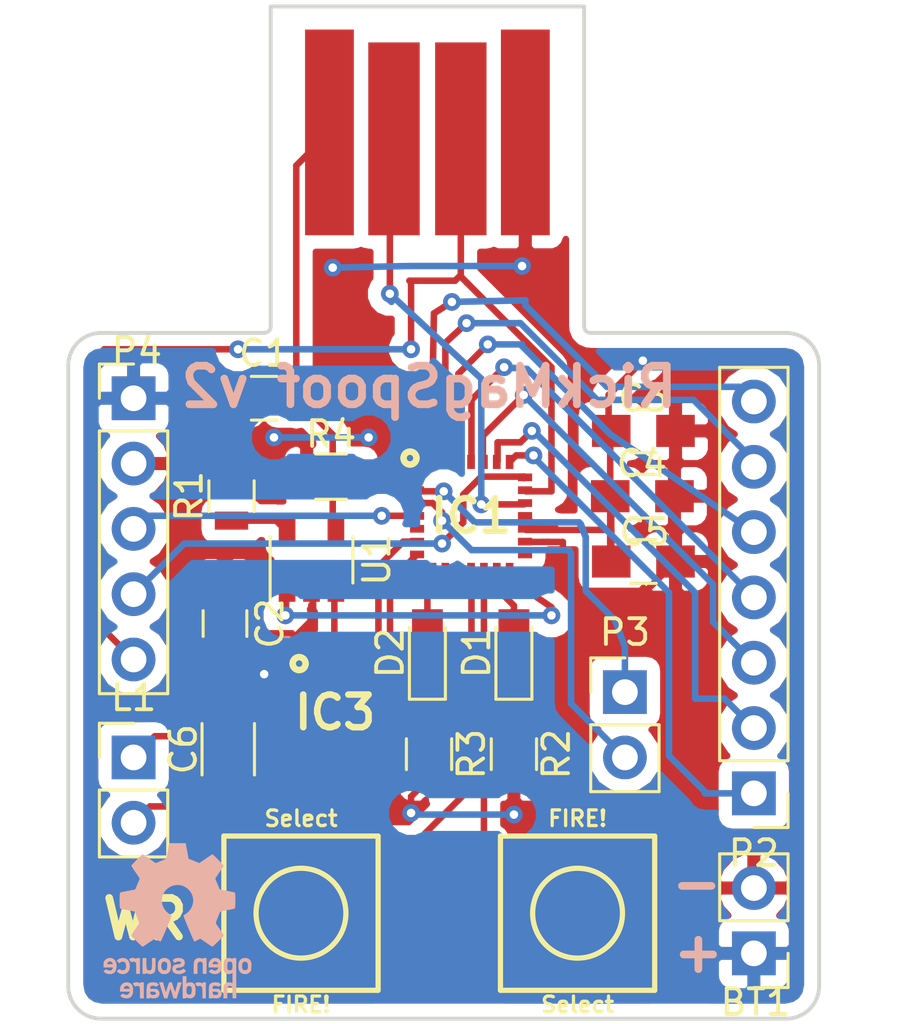
<source format=kicad_pcb>
(kicad_pcb (version 4) (host pcbnew 4.0.4-stable)

  (general
    (links 63)
    (no_connects 0)
    (area 135.814999 85.014999 165.175001 124.535001)
    (thickness 1.6)
    (drawings 20)
    (tracks 295)
    (zones 0)
    (modules 24)
    (nets 38)
  )

  (page A4)
  (layers
    (0 F.Cu signal)
    (31 B.Cu signal)
    (32 B.Adhes user)
    (33 F.Adhes user)
    (34 B.Paste user)
    (35 F.Paste user)
    (36 B.SilkS user)
    (37 F.SilkS user)
    (38 B.Mask user)
    (39 F.Mask user)
    (40 Dwgs.User user)
    (41 Cmts.User user)
    (42 Eco1.User user)
    (43 Eco2.User user)
    (44 Edge.Cuts user)
    (45 Margin user)
    (46 B.CrtYd user)
    (47 F.CrtYd user)
    (48 B.Fab user)
    (49 F.Fab user)
  )

  (setup
    (last_trace_width 0.254)
    (trace_clearance 0.1524)
    (zone_clearance 0.508)
    (zone_45_only no)
    (trace_min 0.1524)
    (segment_width 0.2)
    (edge_width 0.15)
    (via_size 0.6858)
    (via_drill 0.3302)
    (via_min_size 0.6858)
    (via_min_drill 0.3302)
    (uvia_size 0.6858)
    (uvia_drill 0.3302)
    (uvias_allowed no)
    (uvia_min_size 0)
    (uvia_min_drill 0)
    (pcb_text_width 0.3)
    (pcb_text_size 1.5 1.5)
    (mod_edge_width 0.15)
    (mod_text_size 1 1)
    (mod_text_width 0.15)
    (pad_size 1.06 0.65)
    (pad_drill 0)
    (pad_to_mask_clearance 0.2)
    (aux_axis_origin 0 0)
    (visible_elements FFFEEF3F)
    (pcbplotparams
      (layerselection 0x00030_80000001)
      (usegerberextensions false)
      (excludeedgelayer true)
      (linewidth 0.100000)
      (plotframeref false)
      (viasonmask false)
      (mode 1)
      (useauxorigin false)
      (hpglpennumber 1)
      (hpglpenspeed 20)
      (hpglpendiameter 15)
      (hpglpenoverlay 2)
      (psnegative false)
      (psa4output false)
      (plotreference true)
      (plotvalue true)
      (plotinvisibletext false)
      (padsonsilk false)
      (subtractmaskfromsilk false)
      (outputformat 1)
      (mirror false)
      (drillshape 1)
      (scaleselection 1)
      (outputdirectory ""))
  )

  (net 0 "")
  (net 1 VCC)
  (net 2 GND)
  (net 3 USB_VCC)
  (net 4 LED2)
  (net 5 "Net-(D1-Pad1)")
  (net 6 LED1)
  (net 7 "Net-(D2-Pad1)")
  (net 8 "Net-(IC1-Pad1)")
  (net 9 "Net-(IC1-Pad2)")
  (net 10 "Net-(IC1-Pad3)")
  (net 11 RESET)
  (net 12 "Net-(IC1-Pad5)")
  (net 13 "Net-(IC1-Pad6)")
  (net 14 "Net-(IC1-Pad7)")
  (net 15 "Net-(IC1-Pad9)")
  (net 16 "Net-(IC1-Pad10)")
  (net 17 SW2)
  (net 18 SW1)
  (net 19 STATUS_LED)
  (net 20 "Net-(IC1-Pad15)")
  (net 21 USB_DM)
  (net 22 SWCLK)
  (net 23 SWDIO)
  (net 24 "Net-(IC1-Pad22)")
  (net 25 "Net-(IC1-Pad23)")
  (net 26 "Net-(IC1-Pad24)")
  (net 27 "Net-(IC3-Pad2)")
  (net 28 "Net-(IC3-Pad3)")
  (net 29 "Net-(IC3-Pad4)")
  (net 30 "Net-(IC3-Pad5)")
  (net 31 "Net-(IC3-Pad7)")
  (net 32 "Net-(IC3-Pad8)")
  (net 33 "Net-(IC1-Pad25)")
  (net 34 "Net-(IC1-Pad26)")
  (net 35 "Net-(IC1-Pad27)")
  (net 36 "Net-(IC1-Pad28)")
  (net 37 "Net-(R1-Pad1)")

  (net_class Default "This is the default net class."
    (clearance 0.1524)
    (trace_width 0.254)
    (via_dia 0.6858)
    (via_drill 0.3302)
    (uvia_dia 0.6858)
    (uvia_drill 0.3302)
    (add_net GND)
    (add_net LED1)
    (add_net LED2)
    (add_net "Net-(D1-Pad1)")
    (add_net "Net-(D2-Pad1)")
    (add_net "Net-(IC1-Pad1)")
    (add_net "Net-(IC1-Pad10)")
    (add_net "Net-(IC1-Pad15)")
    (add_net "Net-(IC1-Pad2)")
    (add_net "Net-(IC1-Pad22)")
    (add_net "Net-(IC1-Pad23)")
    (add_net "Net-(IC1-Pad24)")
    (add_net "Net-(IC1-Pad25)")
    (add_net "Net-(IC1-Pad26)")
    (add_net "Net-(IC1-Pad27)")
    (add_net "Net-(IC1-Pad28)")
    (add_net "Net-(IC1-Pad3)")
    (add_net "Net-(IC1-Pad5)")
    (add_net "Net-(IC1-Pad6)")
    (add_net "Net-(IC1-Pad7)")
    (add_net "Net-(IC1-Pad9)")
    (add_net "Net-(IC3-Pad2)")
    (add_net "Net-(IC3-Pad3)")
    (add_net "Net-(IC3-Pad4)")
    (add_net "Net-(IC3-Pad5)")
    (add_net "Net-(IC3-Pad7)")
    (add_net "Net-(IC3-Pad8)")
    (add_net "Net-(R1-Pad1)")
    (add_net RESET)
    (add_net STATUS_LED)
    (add_net SW1)
    (add_net SW2)
    (add_net SWCLK)
    (add_net SWDIO)
    (add_net USB_DM)
    (add_net USB_VCC)
    (add_net VCC)
  )

  (module Capacitors_SMD:C_0805_HandSoldering (layer F.Cu) (tedit 58AA84A8) (tstamp 5AA9B551)
    (at 143.51 100.33)
    (descr "Capacitor SMD 0805, hand soldering")
    (tags "capacitor 0805")
    (path /5A342FC4)
    (attr smd)
    (fp_text reference C1 (at 0 -1.75) (layer F.SilkS)
      (effects (font (size 1 1) (thickness 0.15)))
    )
    (fp_text value 4.7uF (at 0 1.75) (layer F.Fab)
      (effects (font (size 1 1) (thickness 0.15)))
    )
    (fp_text user %R (at 0 -1.75) (layer F.Fab)
      (effects (font (size 1 1) (thickness 0.15)))
    )
    (fp_line (start -1 0.62) (end -1 -0.62) (layer F.Fab) (width 0.1))
    (fp_line (start 1 0.62) (end -1 0.62) (layer F.Fab) (width 0.1))
    (fp_line (start 1 -0.62) (end 1 0.62) (layer F.Fab) (width 0.1))
    (fp_line (start -1 -0.62) (end 1 -0.62) (layer F.Fab) (width 0.1))
    (fp_line (start 0.5 -0.85) (end -0.5 -0.85) (layer F.SilkS) (width 0.12))
    (fp_line (start -0.5 0.85) (end 0.5 0.85) (layer F.SilkS) (width 0.12))
    (fp_line (start -2.25 -0.88) (end 2.25 -0.88) (layer F.CrtYd) (width 0.05))
    (fp_line (start -2.25 -0.88) (end -2.25 0.87) (layer F.CrtYd) (width 0.05))
    (fp_line (start 2.25 0.87) (end 2.25 -0.88) (layer F.CrtYd) (width 0.05))
    (fp_line (start 2.25 0.87) (end -2.25 0.87) (layer F.CrtYd) (width 0.05))
    (pad 1 smd rect (at -1.25 0) (size 1.5 1.25) (layers F.Cu F.Paste F.Mask)
      (net 2 GND))
    (pad 2 smd rect (at 1.25 0) (size 1.5 1.25) (layers F.Cu F.Paste F.Mask)
      (net 3 USB_VCC))
    (model Capacitors_SMD.3dshapes/C_0805.wrl
      (at (xyz 0 0 0))
      (scale (xyz 1 1 1))
      (rotate (xyz 0 0 0))
    )
  )

  (module Capacitors_SMD:C_0805_HandSoldering (layer F.Cu) (tedit 58AA84A8) (tstamp 5AA9B562)
    (at 141.986 109.093 270)
    (descr "Capacitor SMD 0805, hand soldering")
    (tags "capacitor 0805")
    (path /5A343113)
    (attr smd)
    (fp_text reference C2 (at 0 -1.75 270) (layer F.SilkS)
      (effects (font (size 1 1) (thickness 0.15)))
    )
    (fp_text value 4.7uF (at 0 1.75 270) (layer F.Fab)
      (effects (font (size 1 1) (thickness 0.15)))
    )
    (fp_text user %R (at 0 -1.75 270) (layer F.Fab)
      (effects (font (size 1 1) (thickness 0.15)))
    )
    (fp_line (start -1 0.62) (end -1 -0.62) (layer F.Fab) (width 0.1))
    (fp_line (start 1 0.62) (end -1 0.62) (layer F.Fab) (width 0.1))
    (fp_line (start 1 -0.62) (end 1 0.62) (layer F.Fab) (width 0.1))
    (fp_line (start -1 -0.62) (end 1 -0.62) (layer F.Fab) (width 0.1))
    (fp_line (start 0.5 -0.85) (end -0.5 -0.85) (layer F.SilkS) (width 0.12))
    (fp_line (start -0.5 0.85) (end 0.5 0.85) (layer F.SilkS) (width 0.12))
    (fp_line (start -2.25 -0.88) (end 2.25 -0.88) (layer F.CrtYd) (width 0.05))
    (fp_line (start -2.25 -0.88) (end -2.25 0.87) (layer F.CrtYd) (width 0.05))
    (fp_line (start 2.25 0.87) (end 2.25 -0.88) (layer F.CrtYd) (width 0.05))
    (fp_line (start 2.25 0.87) (end -2.25 0.87) (layer F.CrtYd) (width 0.05))
    (pad 1 smd rect (at -1.25 0 270) (size 1.5 1.25) (layers F.Cu F.Paste F.Mask)
      (net 2 GND))
    (pad 2 smd rect (at 1.25 0 270) (size 1.5 1.25) (layers F.Cu F.Paste F.Mask)
      (net 1 VCC))
    (model Capacitors_SMD.3dshapes/C_0805.wrl
      (at (xyz 0 0 0))
      (scale (xyz 1 1 1))
      (rotate (xyz 0 0 0))
    )
  )

  (module Capacitors_SMD:C_0805_HandSoldering (layer F.Cu) (tedit 58AA84A8) (tstamp 5AA9B573)
    (at 158.262 101.6)
    (descr "Capacitor SMD 0805, hand soldering")
    (tags "capacitor 0805")
    (path /5A2EDBA0)
    (attr smd)
    (fp_text reference C3 (at 0 -1.27) (layer F.SilkS)
      (effects (font (size 1 1) (thickness 0.15)))
    )
    (fp_text value .1uF (at 0 1.75) (layer F.Fab)
      (effects (font (size 1 1) (thickness 0.15)))
    )
    (fp_text user %R (at 0 0) (layer F.Fab)
      (effects (font (size 1 1) (thickness 0.15)))
    )
    (fp_line (start -1 0.62) (end -1 -0.62) (layer F.Fab) (width 0.1))
    (fp_line (start 1 0.62) (end -1 0.62) (layer F.Fab) (width 0.1))
    (fp_line (start 1 -0.62) (end 1 0.62) (layer F.Fab) (width 0.1))
    (fp_line (start -1 -0.62) (end 1 -0.62) (layer F.Fab) (width 0.1))
    (fp_line (start 0.5 -0.85) (end -0.5 -0.85) (layer F.SilkS) (width 0.12))
    (fp_line (start -0.5 0.85) (end 0.5 0.85) (layer F.SilkS) (width 0.12))
    (fp_line (start -2.25 -0.88) (end 2.25 -0.88) (layer F.CrtYd) (width 0.05))
    (fp_line (start -2.25 -0.88) (end -2.25 0.87) (layer F.CrtYd) (width 0.05))
    (fp_line (start 2.25 0.87) (end 2.25 -0.88) (layer F.CrtYd) (width 0.05))
    (fp_line (start 2.25 0.87) (end -2.25 0.87) (layer F.CrtYd) (width 0.05))
    (pad 1 smd rect (at -1.25 0) (size 1.5 1.25) (layers F.Cu F.Paste F.Mask)
      (net 1 VCC))
    (pad 2 smd rect (at 1.25 0) (size 1.5 1.25) (layers F.Cu F.Paste F.Mask)
      (net 2 GND))
    (model Capacitors_SMD.3dshapes/C_0805.wrl
      (at (xyz 0 0 0))
      (scale (xyz 1 1 1))
      (rotate (xyz 0 0 0))
    )
  )

  (module Capacitors_SMD:C_0805_HandSoldering (layer F.Cu) (tedit 5A3AF6F3) (tstamp 5AA9B584)
    (at 158.222 104.14)
    (descr "Capacitor SMD 0805, hand soldering")
    (tags "capacitor 0805")
    (path /5A2EDBF4)
    (attr smd)
    (fp_text reference C4 (at -0.02 -1.27) (layer F.SilkS)
      (effects (font (size 1 1) (thickness 0.15)))
    )
    (fp_text value .1uF (at 0 1.75) (layer F.Fab)
      (effects (font (size 1 1) (thickness 0.15)))
    )
    (fp_text user %R (at -0.0435 0) (layer F.Fab)
      (effects (font (size 1 1) (thickness 0.15)))
    )
    (fp_line (start -1 0.62) (end -1 -0.62) (layer F.Fab) (width 0.1))
    (fp_line (start 1 0.62) (end -1 0.62) (layer F.Fab) (width 0.1))
    (fp_line (start 1 -0.62) (end 1 0.62) (layer F.Fab) (width 0.1))
    (fp_line (start -1 -0.62) (end 1 -0.62) (layer F.Fab) (width 0.1))
    (fp_line (start 0.5 -0.85) (end -0.5 -0.85) (layer F.SilkS) (width 0.12))
    (fp_line (start -0.5 0.85) (end 0.5 0.85) (layer F.SilkS) (width 0.12))
    (fp_line (start -2.25 -0.88) (end 2.25 -0.88) (layer F.CrtYd) (width 0.05))
    (fp_line (start -2.25 -0.88) (end -2.25 0.87) (layer F.CrtYd) (width 0.05))
    (fp_line (start 2.25 0.87) (end 2.25 -0.88) (layer F.CrtYd) (width 0.05))
    (fp_line (start 2.25 0.87) (end -2.25 0.87) (layer F.CrtYd) (width 0.05))
    (pad 1 smd rect (at -1.25 0) (size 1.5 1.25) (layers F.Cu F.Paste F.Mask)
      (net 1 VCC))
    (pad 2 smd rect (at 1.25 0) (size 1.5 1.25) (layers F.Cu F.Paste F.Mask)
      (net 2 GND))
    (model Capacitors_SMD.3dshapes/C_0805.wrl
      (at (xyz 0 0 0))
      (scale (xyz 1 1 1))
      (rotate (xyz 0 0 0))
    )
  )

  (module Capacitors_SMD:C_0805_HandSoldering (layer F.Cu) (tedit 5A3AF6FC) (tstamp 5AA9B595)
    (at 158.262 106.68)
    (descr "Capacitor SMD 0805, hand soldering")
    (tags "capacitor 0805")
    (path /5A2E3ADB)
    (attr smd)
    (fp_text reference C5 (at 0.0435 -1.143) (layer F.SilkS)
      (effects (font (size 1 1) (thickness 0.15)))
    )
    (fp_text value 4.7uF (at 0 1.75) (layer F.Fab)
      (effects (font (size 1 1) (thickness 0.15)))
    )
    (fp_text user %R (at 0.02 0) (layer B.Fab)
      (effects (font (size 1 1) (thickness 0.15)) (justify mirror))
    )
    (fp_line (start -1 0.62) (end -1 -0.62) (layer F.Fab) (width 0.1))
    (fp_line (start 1 0.62) (end -1 0.62) (layer F.Fab) (width 0.1))
    (fp_line (start 1 -0.62) (end 1 0.62) (layer F.Fab) (width 0.1))
    (fp_line (start -1 -0.62) (end 1 -0.62) (layer F.Fab) (width 0.1))
    (fp_line (start 0.5 -0.85) (end -0.5 -0.85) (layer F.SilkS) (width 0.12))
    (fp_line (start -0.5 0.85) (end 0.5 0.85) (layer F.SilkS) (width 0.12))
    (fp_line (start -2.25 -0.88) (end 2.25 -0.88) (layer F.CrtYd) (width 0.05))
    (fp_line (start -2.25 -0.88) (end -2.25 0.87) (layer F.CrtYd) (width 0.05))
    (fp_line (start 2.25 0.87) (end 2.25 -0.88) (layer F.CrtYd) (width 0.05))
    (fp_line (start 2.25 0.87) (end -2.25 0.87) (layer F.CrtYd) (width 0.05))
    (pad 1 smd rect (at -1.25 0) (size 1.5 1.25) (layers F.Cu F.Paste F.Mask)
      (net 1 VCC))
    (pad 2 smd rect (at 1.25 0) (size 1.5 1.25) (layers F.Cu F.Paste F.Mask)
      (net 2 GND))
    (model Capacitors_SMD.3dshapes/C_0805.wrl
      (at (xyz 0 0 0))
      (scale (xyz 1 1 1))
      (rotate (xyz 0 0 0))
    )
  )

  (module Capacitors_SMD:C_1206 (layer F.Cu) (tedit 58AA84B8) (tstamp 5AA9B5A6)
    (at 142.113 113.9825 90)
    (descr "Capacitor SMD 1206, reflow soldering, AVX (see smccp.pdf)")
    (tags "capacitor 1206")
    (path /5A2EBD54)
    (attr smd)
    (fp_text reference C6 (at 0 -1.75 90) (layer F.SilkS)
      (effects (font (size 1 1) (thickness 0.15)))
    )
    (fp_text value 100uF (at 0 2 90) (layer F.Fab)
      (effects (font (size 1 1) (thickness 0.15)))
    )
    (fp_text user %R (at 0 -1.75 90) (layer F.Fab)
      (effects (font (size 1 1) (thickness 0.15)))
    )
    (fp_line (start -1.6 0.8) (end -1.6 -0.8) (layer F.Fab) (width 0.1))
    (fp_line (start 1.6 0.8) (end -1.6 0.8) (layer F.Fab) (width 0.1))
    (fp_line (start 1.6 -0.8) (end 1.6 0.8) (layer F.Fab) (width 0.1))
    (fp_line (start -1.6 -0.8) (end 1.6 -0.8) (layer F.Fab) (width 0.1))
    (fp_line (start 1 -1.02) (end -1 -1.02) (layer F.SilkS) (width 0.12))
    (fp_line (start -1 1.02) (end 1 1.02) (layer F.SilkS) (width 0.12))
    (fp_line (start -2.25 -1.05) (end 2.25 -1.05) (layer F.CrtYd) (width 0.05))
    (fp_line (start -2.25 -1.05) (end -2.25 1.05) (layer F.CrtYd) (width 0.05))
    (fp_line (start 2.25 1.05) (end 2.25 -1.05) (layer F.CrtYd) (width 0.05))
    (fp_line (start 2.25 1.05) (end -2.25 1.05) (layer F.CrtYd) (width 0.05))
    (pad 1 smd rect (at -1.5 0 90) (size 1 1.6) (layers F.Cu F.Paste F.Mask)
      (net 2 GND))
    (pad 2 smd rect (at 1.5 0 90) (size 1 1.6) (layers F.Cu F.Paste F.Mask)
      (net 1 VCC))
    (model Capacitors_SMD.3dshapes/C_1206.wrl
      (at (xyz 0 0 0))
      (scale (xyz 1 1 1))
      (rotate (xyz 0 0 0))
    )
  )

  (module LEDs:LED_0805 (layer F.Cu) (tedit 59959803) (tstamp 5AA9B5BC)
    (at 153.2255 110.236 90)
    (descr "LED 0805 smd package")
    (tags "LED led 0805 SMD smd SMT smt smdled SMDLED smtled SMTLED")
    (path /5A2E42DF)
    (attr smd)
    (fp_text reference D1 (at 0 -1.45 90) (layer F.SilkS)
      (effects (font (size 1 1) (thickness 0.15)))
    )
    (fp_text value LED (at 0 1.55 90) (layer F.Fab)
      (effects (font (size 1 1) (thickness 0.15)))
    )
    (fp_line (start -1.8 -0.7) (end -1.8 0.7) (layer F.SilkS) (width 0.12))
    (fp_line (start -0.4 -0.4) (end -0.4 0.4) (layer F.Fab) (width 0.1))
    (fp_line (start -0.4 0) (end 0.2 -0.4) (layer F.Fab) (width 0.1))
    (fp_line (start 0.2 0.4) (end -0.4 0) (layer F.Fab) (width 0.1))
    (fp_line (start 0.2 -0.4) (end 0.2 0.4) (layer F.Fab) (width 0.1))
    (fp_line (start 1 0.6) (end -1 0.6) (layer F.Fab) (width 0.1))
    (fp_line (start 1 -0.6) (end 1 0.6) (layer F.Fab) (width 0.1))
    (fp_line (start -1 -0.6) (end 1 -0.6) (layer F.Fab) (width 0.1))
    (fp_line (start -1 0.6) (end -1 -0.6) (layer F.Fab) (width 0.1))
    (fp_line (start -1.8 0.7) (end 1 0.7) (layer F.SilkS) (width 0.12))
    (fp_line (start -1.8 -0.7) (end 1 -0.7) (layer F.SilkS) (width 0.12))
    (fp_line (start 1.95 -0.85) (end 1.95 0.85) (layer F.CrtYd) (width 0.05))
    (fp_line (start 1.95 0.85) (end -1.95 0.85) (layer F.CrtYd) (width 0.05))
    (fp_line (start -1.95 0.85) (end -1.95 -0.85) (layer F.CrtYd) (width 0.05))
    (fp_line (start -1.95 -0.85) (end 1.95 -0.85) (layer F.CrtYd) (width 0.05))
    (fp_text user %R (at 0 -1.25 90) (layer F.Fab)
      (effects (font (size 0.4 0.4) (thickness 0.1)))
    )
    (pad 2 smd rect (at 1.1 0 270) (size 1.2 1.2) (layers F.Cu F.Paste F.Mask)
      (net 4 LED2))
    (pad 1 smd rect (at -1.1 0 270) (size 1.2 1.2) (layers F.Cu F.Paste F.Mask)
      (net 5 "Net-(D1-Pad1)"))
    (model ${KISYS3DMOD}/LEDs.3dshapes/LED_0805.wrl
      (at (xyz 0 0 0))
      (scale (xyz 1 1 1))
      (rotate (xyz 0 0 180))
    )
  )

  (module LEDs:LED_0805 (layer F.Cu) (tedit 59959803) (tstamp 5AA9B5D2)
    (at 149.86 110.236 90)
    (descr "LED 0805 smd package")
    (tags "LED led 0805 SMD smd SMT smt smdled SMDLED smtled SMTLED")
    (path /5A2E3E75)
    (attr smd)
    (fp_text reference D2 (at 0 -1.45 90) (layer F.SilkS)
      (effects (font (size 1 1) (thickness 0.15)))
    )
    (fp_text value LED (at 0 1.55 90) (layer F.Fab)
      (effects (font (size 1 1) (thickness 0.15)))
    )
    (fp_line (start -1.8 -0.7) (end -1.8 0.7) (layer F.SilkS) (width 0.12))
    (fp_line (start -0.4 -0.4) (end -0.4 0.4) (layer F.Fab) (width 0.1))
    (fp_line (start -0.4 0) (end 0.2 -0.4) (layer F.Fab) (width 0.1))
    (fp_line (start 0.2 0.4) (end -0.4 0) (layer F.Fab) (width 0.1))
    (fp_line (start 0.2 -0.4) (end 0.2 0.4) (layer F.Fab) (width 0.1))
    (fp_line (start 1 0.6) (end -1 0.6) (layer F.Fab) (width 0.1))
    (fp_line (start 1 -0.6) (end 1 0.6) (layer F.Fab) (width 0.1))
    (fp_line (start -1 -0.6) (end 1 -0.6) (layer F.Fab) (width 0.1))
    (fp_line (start -1 0.6) (end -1 -0.6) (layer F.Fab) (width 0.1))
    (fp_line (start -1.8 0.7) (end 1 0.7) (layer F.SilkS) (width 0.12))
    (fp_line (start -1.8 -0.7) (end 1 -0.7) (layer F.SilkS) (width 0.12))
    (fp_line (start 1.95 -0.85) (end 1.95 0.85) (layer F.CrtYd) (width 0.05))
    (fp_line (start 1.95 0.85) (end -1.95 0.85) (layer F.CrtYd) (width 0.05))
    (fp_line (start -1.95 0.85) (end -1.95 -0.85) (layer F.CrtYd) (width 0.05))
    (fp_line (start -1.95 -0.85) (end 1.95 -0.85) (layer F.CrtYd) (width 0.05))
    (fp_text user %R (at 0 -1.25 90) (layer F.Fab)
      (effects (font (size 0.4 0.4) (thickness 0.1)))
    )
    (pad 2 smd rect (at 1.1 0 270) (size 1.2 1.2) (layers F.Cu F.Paste F.Mask)
      (net 6 LED1))
    (pad 1 smd rect (at -1.1 0 270) (size 1.2 1.2) (layers F.Cu F.Paste F.Mask)
      (net 7 "Net-(D2-Pad1)"))
    (model ${KISYS3DMOD}/LEDs.3dshapes/LED_0805.wrl
      (at (xyz 0 0 0))
      (scale (xyz 1 1 1))
      (rotate (xyz 0 0 180))
    )
  )

  (module DRV8835DSSR:SON50P200X300X80-13N (layer F.Cu) (tedit 5A29B73A) (tstamp 5AA9B619)
    (at 146.27 112.55)
    (descr "DSS (R-PWSON-N12)")
    (tags "Integrated Circuit")
    (path /5A2D88A7)
    (attr smd)
    (fp_text reference IC3 (at 0 0) (layer F.SilkS)
      (effects (font (size 1.27 1.27) (thickness 0.254)))
    )
    (fp_text value DRV8835DSSR (at 0 0) (layer F.SilkS) hide
      (effects (font (size 1.27 1.27) (thickness 0.254)))
    )
    (fp_line (start -1.625 -1.8) (end 1.625 -1.8) (layer Dwgs.User) (width 0.05))
    (fp_line (start 1.625 -1.8) (end 1.625 1.8) (layer Dwgs.User) (width 0.05))
    (fp_line (start 1.625 1.8) (end -1.625 1.8) (layer Dwgs.User) (width 0.05))
    (fp_line (start -1.625 1.8) (end -1.625 -1.8) (layer Dwgs.User) (width 0.05))
    (fp_line (start -1 -1.5) (end 1 -1.5) (layer Dwgs.User) (width 0.1))
    (fp_line (start 1 -1.5) (end 1 1.5) (layer Dwgs.User) (width 0.1))
    (fp_line (start 1 1.5) (end -1 1.5) (layer Dwgs.User) (width 0.1))
    (fp_line (start -1 1.5) (end -1 -1.5) (layer Dwgs.User) (width 0.1))
    (fp_line (start -1 -1) (end -0.5 -1.5) (layer Dwgs.User) (width 0.1))
    (fp_circle (center -1.4 -1.9) (end -1.275 -1.9) (layer F.SilkS) (width 0.254))
    (pad 1 smd rect (at -1.05 -1.25 90) (size 0.3 0.7) (layers F.Cu F.Paste F.Mask)
      (net 2 GND))
    (pad 2 smd rect (at -1.05 -0.75 90) (size 0.3 0.7) (layers F.Cu F.Paste F.Mask)
      (net 27 "Net-(IC3-Pad2)"))
    (pad 3 smd rect (at -1.05 -0.25 90) (size 0.3 0.7) (layers F.Cu F.Paste F.Mask)
      (net 28 "Net-(IC3-Pad3)"))
    (pad 4 smd rect (at -1.05 0.25 90) (size 0.3 0.7) (layers F.Cu F.Paste F.Mask)
      (net 29 "Net-(IC3-Pad4)"))
    (pad 5 smd rect (at -1.05 0.75 90) (size 0.3 0.7) (layers F.Cu F.Paste F.Mask)
      (net 30 "Net-(IC3-Pad5)"))
    (pad 6 smd rect (at -1.05 1.25 90) (size 0.3 0.7) (layers F.Cu F.Paste F.Mask)
      (net 2 GND))
    (pad 7 smd rect (at 1.05 1.25 90) (size 0.3 0.7) (layers F.Cu F.Paste F.Mask)
      (net 31 "Net-(IC3-Pad7)"))
    (pad 8 smd rect (at 1.05 0.75 90) (size 0.3 0.7) (layers F.Cu F.Paste F.Mask)
      (net 32 "Net-(IC3-Pad8)"))
    (pad 9 smd rect (at 1.05 0.25 90) (size 0.3 0.7) (layers F.Cu F.Paste F.Mask)
      (net 6 LED1))
    (pad 10 smd rect (at 1.05 -0.25 90) (size 0.3 0.7) (layers F.Cu F.Paste F.Mask)
      (net 14 "Net-(IC1-Pad7)"))
    (pad 11 smd rect (at 1.05 -0.75 90) (size 0.3 0.7) (layers F.Cu F.Paste F.Mask)
      (net 13 "Net-(IC1-Pad6)"))
    (pad 12 smd rect (at 1.05 -1.25 90) (size 0.3 0.7) (layers F.Cu F.Paste F.Mask)
      (net 1 VCC))
    (pad 13 smd rect (at 0 0) (size 1 2.1) (layers F.Cu F.Paste F.Mask)
      (net 2 GND))
  )

  (module libraries:usb-PCB (layer F.Cu) (tedit 542BB0AF) (tstamp 5AA9B62A)
    (at 149.86 85.09 180)
    (path /5A2E368F)
    (attr virtual)
    (fp_text reference P1 (at 0.13 -7.85 180) (layer F.SilkS) hide
      (effects (font (size 1.5 1.5) (thickness 0.15)))
    )
    (fp_text value USB_A (at 0.29 -10.13 180) (layer F.SilkS) hide
      (effects (font (size 1.5 1.5) (thickness 0.15)))
    )
    (fp_line (start 6.03 0) (end 6.03 -12) (layer Dwgs.User) (width 0.15))
    (fp_line (start 6.03 0) (end -6.03 0) (layer Dwgs.User) (width 0.15))
    (fp_line (start -6.03 0) (end -6.03 -12) (layer Dwgs.User) (width 0.15))
    (pad 1 connect rect (at 3.81 -4.9 180) (size 1.9 8) (layers F.Cu F.Mask)
      (net 3 USB_VCC))
    (pad 4 connect rect (at -3.81 -4.9 180) (size 1.9 8) (layers F.Cu F.Mask)
      (net 2 GND))
    (pad 3 connect rect (at -1.3 -5.15 180) (size 2 7.5) (layers F.Cu F.Mask)
      (net 22 SWCLK))
    (pad 2 connect rect (at 1.3 -5.15 180) (size 2 7.5) (layers F.Cu F.Mask)
      (net 21 USB_DM))
  )

  (module Socket_Strips:Socket_Strip_Straight_1x07_Pitch2.54mm (layer F.Cu) (tedit 58CD5446) (tstamp 5AA9B644)
    (at 162.56 115.697 180)
    (descr "Through hole straight socket strip, 1x07, 2.54mm pitch, single row")
    (tags "Through hole socket strip THT 1x07 2.54mm single row")
    (path /5A2EC6B9)
    (fp_text reference P2 (at 0 -2.33 180) (layer F.SilkS)
      (effects (font (size 1 1) (thickness 0.15)))
    )
    (fp_text value "Expansion Port" (at 0 17.57 180) (layer F.Fab)
      (effects (font (size 1 1) (thickness 0.15)))
    )
    (fp_line (start -1.27 -1.27) (end -1.27 16.51) (layer F.Fab) (width 0.1))
    (fp_line (start -1.27 16.51) (end 1.27 16.51) (layer F.Fab) (width 0.1))
    (fp_line (start 1.27 16.51) (end 1.27 -1.27) (layer F.Fab) (width 0.1))
    (fp_line (start 1.27 -1.27) (end -1.27 -1.27) (layer F.Fab) (width 0.1))
    (fp_line (start -1.33 1.27) (end -1.33 16.57) (layer F.SilkS) (width 0.12))
    (fp_line (start -1.33 16.57) (end 1.33 16.57) (layer F.SilkS) (width 0.12))
    (fp_line (start 1.33 16.57) (end 1.33 1.27) (layer F.SilkS) (width 0.12))
    (fp_line (start 1.33 1.27) (end -1.33 1.27) (layer F.SilkS) (width 0.12))
    (fp_line (start -1.33 0) (end -1.33 -1.33) (layer F.SilkS) (width 0.12))
    (fp_line (start -1.33 -1.33) (end 0 -1.33) (layer F.SilkS) (width 0.12))
    (fp_line (start -1.8 -1.8) (end -1.8 17.05) (layer F.CrtYd) (width 0.05))
    (fp_line (start -1.8 17.05) (end 1.8 17.05) (layer F.CrtYd) (width 0.05))
    (fp_line (start 1.8 17.05) (end 1.8 -1.8) (layer F.CrtYd) (width 0.05))
    (fp_line (start 1.8 -1.8) (end -1.8 -1.8) (layer F.CrtYd) (width 0.05))
    (fp_text user %R (at 0 -2.33 180) (layer F.Fab)
      (effects (font (size 1 1) (thickness 0.15)))
    )
    (pad 1 thru_hole rect (at 0 0 180) (size 1.7 1.7) (drill 1) (layers *.Cu *.Mask)
      (net 24 "Net-(IC1-Pad22)"))
    (pad 2 thru_hole oval (at 0 2.54 180) (size 1.7 1.7) (drill 1) (layers *.Cu *.Mask)
      (net 25 "Net-(IC1-Pad23)"))
    (pad 3 thru_hole oval (at 0 5.08 180) (size 1.7 1.7) (drill 1) (layers *.Cu *.Mask)
      (net 26 "Net-(IC1-Pad24)"))
    (pad 4 thru_hole oval (at 0 7.62 180) (size 1.7 1.7) (drill 1) (layers *.Cu *.Mask)
      (net 33 "Net-(IC1-Pad25)"))
    (pad 5 thru_hole oval (at 0 10.16 180) (size 1.7 1.7) (drill 1) (layers *.Cu *.Mask)
      (net 34 "Net-(IC1-Pad26)"))
    (pad 6 thru_hole oval (at 0 12.7 180) (size 1.7 1.7) (drill 1) (layers *.Cu *.Mask)
      (net 35 "Net-(IC1-Pad27)"))
    (pad 7 thru_hole oval (at 0 15.24 180) (size 1.7 1.7) (drill 1) (layers *.Cu *.Mask)
      (net 36 "Net-(IC1-Pad28)"))
    (model ${KISYS3DMOD}/Socket_Strips.3dshapes/Socket_Strip_Straight_1x07_Pitch2.54mm.wrl
      (at (xyz 0 -0.3 0))
      (scale (xyz 1 1 1))
      (rotate (xyz 0 0 270))
    )
  )

  (module Pin_Headers:Pin_Header_Straight_1x05_Pitch2.54mm (layer F.Cu) (tedit 5A3B260B) (tstamp 5AA9B663)
    (at 138.43 100.33)
    (descr "Through hole straight pin header, 1x05, 2.54mm pitch, single row")
    (tags "Through hole pin header THT 1x05 2.54mm single row")
    (path /5A34C266)
    (fp_text reference P4 (at 0.127 -1.8415) (layer F.SilkS)
      (effects (font (size 1 1) (thickness 0.15)))
    )
    (fp_text value "Program Port" (at 0 12.49) (layer F.Fab)
      (effects (font (size 1 1) (thickness 0.15)))
    )
    (fp_line (start -0.635 -1.27) (end 1.27 -1.27) (layer F.Fab) (width 0.1))
    (fp_line (start 1.27 -1.27) (end 1.27 11.43) (layer F.Fab) (width 0.1))
    (fp_line (start 1.27 11.43) (end -1.27 11.43) (layer F.Fab) (width 0.1))
    (fp_line (start -1.27 11.43) (end -1.27 -0.635) (layer F.Fab) (width 0.1))
    (fp_line (start -1.27 -0.635) (end -0.635 -1.27) (layer F.Fab) (width 0.1))
    (fp_line (start -1.33 11.49) (end 1.33 11.49) (layer F.SilkS) (width 0.12))
    (fp_line (start -1.33 1.27) (end -1.33 11.49) (layer F.SilkS) (width 0.12))
    (fp_line (start 1.33 1.27) (end 1.33 11.49) (layer F.SilkS) (width 0.12))
    (fp_line (start -1.33 1.27) (end 1.33 1.27) (layer F.SilkS) (width 0.12))
    (fp_line (start -1.33 0) (end -1.33 -1.33) (layer F.SilkS) (width 0.12))
    (fp_line (start -1.33 -1.33) (end 0 -1.33) (layer F.SilkS) (width 0.12))
    (fp_line (start -1.8 -1.8) (end -1.8 11.95) (layer F.CrtYd) (width 0.05))
    (fp_line (start -1.8 11.95) (end 1.8 11.95) (layer F.CrtYd) (width 0.05))
    (fp_line (start 1.8 11.95) (end 1.8 -1.8) (layer F.CrtYd) (width 0.05))
    (fp_line (start 1.8 -1.8) (end -1.8 -1.8) (layer F.CrtYd) (width 0.05))
    (fp_text user %R (at 0 5.08 90) (layer F.Fab)
      (effects (font (size 1 1) (thickness 0.15)))
    )
    (pad 1 thru_hole rect (at 0 0) (size 1.7 1.7) (drill 1) (layers *.Cu *.Mask)
      (net 1 VCC))
    (pad 2 thru_hole oval (at 0 2.54) (size 1.7 1.7) (drill 1) (layers *.Cu *.Mask)
      (net 2 GND))
    (pad 3 thru_hole oval (at 0 5.08) (size 1.7 1.7) (drill 1) (layers *.Cu *.Mask)
      (net 11 RESET))
    (pad 4 thru_hole oval (at 0 7.62) (size 1.7 1.7) (drill 1) (layers *.Cu *.Mask)
      (net 23 SWDIO))
    (pad 5 thru_hole oval (at 0 10.16) (size 1.7 1.7) (drill 1) (layers *.Cu *.Mask)
      (net 22 SWCLK))
    (model ${KISYS3DMOD}/Pin_Headers.3dshapes/Pin_Header_Straight_1x05_Pitch2.54mm.wrl
      (at (xyz 0 0 0))
      (scale (xyz 1 1 1))
      (rotate (xyz 0 0 0))
    )
  )

  (module Resistors_SMD:R_0805 (layer F.Cu) (tedit 5A3AF6A6) (tstamp 5AA9B674)
    (at 142.24 104.14 90)
    (descr "Resistor SMD 0805, reflow soldering, Vishay (see dcrcw.pdf)")
    (tags "resistor 0805")
    (path /5A341944)
    (attr smd)
    (fp_text reference R1 (at 0 -1.65 90) (layer F.SilkS)
      (effects (font (size 1 1) (thickness 0.15)))
    )
    (fp_text value 2.2k (at 0 1.75 90) (layer F.Fab)
      (effects (font (size 1 1) (thickness 0.15)))
    )
    (fp_text user %R (at 0 0 90) (layer B.Fab)
      (effects (font (size 0.5 0.5) (thickness 0.075)) (justify mirror))
    )
    (fp_line (start -1 0.62) (end -1 -0.62) (layer F.Fab) (width 0.1))
    (fp_line (start 1 0.62) (end -1 0.62) (layer F.Fab) (width 0.1))
    (fp_line (start 1 -0.62) (end 1 0.62) (layer F.Fab) (width 0.1))
    (fp_line (start -1 -0.62) (end 1 -0.62) (layer F.Fab) (width 0.1))
    (fp_line (start 0.6 0.88) (end -0.6 0.88) (layer F.SilkS) (width 0.12))
    (fp_line (start -0.6 -0.88) (end 0.6 -0.88) (layer F.SilkS) (width 0.12))
    (fp_line (start -1.55 -0.9) (end 1.55 -0.9) (layer F.CrtYd) (width 0.05))
    (fp_line (start -1.55 -0.9) (end -1.55 0.9) (layer F.CrtYd) (width 0.05))
    (fp_line (start 1.55 0.9) (end 1.55 -0.9) (layer F.CrtYd) (width 0.05))
    (fp_line (start 1.55 0.9) (end -1.55 0.9) (layer F.CrtYd) (width 0.05))
    (pad 1 smd rect (at -0.95 0 90) (size 0.7 1.3) (layers F.Cu F.Paste F.Mask)
      (net 37 "Net-(R1-Pad1)"))
    (pad 2 smd rect (at 0.95 0 90) (size 0.7 1.3) (layers F.Cu F.Paste F.Mask)
      (net 2 GND))
    (model ${KISYS3DMOD}/Resistors_SMD.3dshapes/R_0805.wrl
      (at (xyz 0 0 0))
      (scale (xyz 1 1 1))
      (rotate (xyz 0 0 0))
    )
  )

  (module Resistors_SMD:R_0805 (layer F.Cu) (tedit 58E0A804) (tstamp 5AA9B685)
    (at 153.2255 114.173 270)
    (descr "Resistor SMD 0805, reflow soldering, Vishay (see dcrcw.pdf)")
    (tags "resistor 0805")
    (path /5A2E42E5)
    (attr smd)
    (fp_text reference R2 (at 0 -1.65 270) (layer F.SilkS)
      (effects (font (size 1 1) (thickness 0.15)))
    )
    (fp_text value 330Ohm (at 0 1.75 270) (layer F.Fab)
      (effects (font (size 1 1) (thickness 0.15)))
    )
    (fp_text user %R (at 0.32 0 270) (layer F.Fab)
      (effects (font (size 0.5 0.5) (thickness 0.075)))
    )
    (fp_line (start -1 0.62) (end -1 -0.62) (layer F.Fab) (width 0.1))
    (fp_line (start 1 0.62) (end -1 0.62) (layer F.Fab) (width 0.1))
    (fp_line (start 1 -0.62) (end 1 0.62) (layer F.Fab) (width 0.1))
    (fp_line (start -1 -0.62) (end 1 -0.62) (layer F.Fab) (width 0.1))
    (fp_line (start 0.6 0.88) (end -0.6 0.88) (layer F.SilkS) (width 0.12))
    (fp_line (start -0.6 -0.88) (end 0.6 -0.88) (layer F.SilkS) (width 0.12))
    (fp_line (start -1.55 -0.9) (end 1.55 -0.9) (layer F.CrtYd) (width 0.05))
    (fp_line (start -1.55 -0.9) (end -1.55 0.9) (layer F.CrtYd) (width 0.05))
    (fp_line (start 1.55 0.9) (end 1.55 -0.9) (layer F.CrtYd) (width 0.05))
    (fp_line (start 1.55 0.9) (end -1.55 0.9) (layer F.CrtYd) (width 0.05))
    (pad 1 smd rect (at -0.95 0 270) (size 0.7 1.3) (layers F.Cu F.Paste F.Mask)
      (net 5 "Net-(D1-Pad1)"))
    (pad 2 smd rect (at 0.95 0 270) (size 0.7 1.3) (layers F.Cu F.Paste F.Mask)
      (net 2 GND))
    (model ${KISYS3DMOD}/Resistors_SMD.3dshapes/R_0805.wrl
      (at (xyz 0 0 0))
      (scale (xyz 1 1 1))
      (rotate (xyz 0 0 0))
    )
  )

  (module Resistors_SMD:R_0805 (layer F.Cu) (tedit 58E0A804) (tstamp 5AA9B696)
    (at 149.9235 114.173 270)
    (descr "Resistor SMD 0805, reflow soldering, Vishay (see dcrcw.pdf)")
    (tags "resistor 0805")
    (path /5A2E3F2C)
    (attr smd)
    (fp_text reference R3 (at 0 -1.65 270) (layer F.SilkS)
      (effects (font (size 1 1) (thickness 0.15)))
    )
    (fp_text value 330Ohm (at 0 1.75 270) (layer F.Fab)
      (effects (font (size 1 1) (thickness 0.15)))
    )
    (fp_text user %R (at 0 0 270) (layer F.Fab)
      (effects (font (size 0.5 0.5) (thickness 0.075)))
    )
    (fp_line (start -1 0.62) (end -1 -0.62) (layer F.Fab) (width 0.1))
    (fp_line (start 1 0.62) (end -1 0.62) (layer F.Fab) (width 0.1))
    (fp_line (start 1 -0.62) (end 1 0.62) (layer F.Fab) (width 0.1))
    (fp_line (start -1 -0.62) (end 1 -0.62) (layer F.Fab) (width 0.1))
    (fp_line (start 0.6 0.88) (end -0.6 0.88) (layer F.SilkS) (width 0.12))
    (fp_line (start -0.6 -0.88) (end 0.6 -0.88) (layer F.SilkS) (width 0.12))
    (fp_line (start -1.55 -0.9) (end 1.55 -0.9) (layer F.CrtYd) (width 0.05))
    (fp_line (start -1.55 -0.9) (end -1.55 0.9) (layer F.CrtYd) (width 0.05))
    (fp_line (start 1.55 0.9) (end 1.55 -0.9) (layer F.CrtYd) (width 0.05))
    (fp_line (start 1.55 0.9) (end -1.55 0.9) (layer F.CrtYd) (width 0.05))
    (pad 1 smd rect (at -0.95 0 270) (size 0.7 1.3) (layers F.Cu F.Paste F.Mask)
      (net 7 "Net-(D2-Pad1)"))
    (pad 2 smd rect (at 0.95 0 270) (size 0.7 1.3) (layers F.Cu F.Paste F.Mask)
      (net 2 GND))
    (model ${KISYS3DMOD}/Resistors_SMD.3dshapes/R_0805.wrl
      (at (xyz 0 0 0))
      (scale (xyz 1 1 1))
      (rotate (xyz 0 0 0))
    )
  )

  (module Resistors_SMD:R_0805 (layer F.Cu) (tedit 58E0A804) (tstamp 5AA9B6A7)
    (at 146.1135 103.378)
    (descr "Resistor SMD 0805, reflow soldering, Vishay (see dcrcw.pdf)")
    (tags "resistor 0805")
    (path /5A2F21B2)
    (attr smd)
    (fp_text reference R4 (at 0 -1.65) (layer F.SilkS)
      (effects (font (size 1 1) (thickness 0.15)))
    )
    (fp_text value 100ohm (at 0 1.75) (layer F.Fab)
      (effects (font (size 1 1) (thickness 0.15)))
    )
    (fp_text user %R (at 0 0) (layer F.Fab)
      (effects (font (size 0.5 0.5) (thickness 0.075)))
    )
    (fp_line (start -1 0.62) (end -1 -0.62) (layer F.Fab) (width 0.1))
    (fp_line (start 1 0.62) (end -1 0.62) (layer F.Fab) (width 0.1))
    (fp_line (start 1 -0.62) (end 1 0.62) (layer F.Fab) (width 0.1))
    (fp_line (start -1 -0.62) (end 1 -0.62) (layer F.Fab) (width 0.1))
    (fp_line (start 0.6 0.88) (end -0.6 0.88) (layer F.SilkS) (width 0.12))
    (fp_line (start -0.6 -0.88) (end 0.6 -0.88) (layer F.SilkS) (width 0.12))
    (fp_line (start -1.55 -0.9) (end 1.55 -0.9) (layer F.CrtYd) (width 0.05))
    (fp_line (start -1.55 -0.9) (end -1.55 0.9) (layer F.CrtYd) (width 0.05))
    (fp_line (start 1.55 0.9) (end 1.55 -0.9) (layer F.CrtYd) (width 0.05))
    (fp_line (start 1.55 0.9) (end -1.55 0.9) (layer F.CrtYd) (width 0.05))
    (pad 1 smd rect (at -0.95 0) (size 0.7 1.3) (layers F.Cu F.Paste F.Mask)
      (net 2 GND))
    (pad 2 smd rect (at 0.95 0) (size 0.7 1.3) (layers F.Cu F.Paste F.Mask)
      (net 8 "Net-(IC1-Pad1)"))
    (model ${KISYS3DMOD}/Resistors_SMD.3dshapes/R_0805.wrl
      (at (xyz 0 0 0))
      (scale (xyz 1 1 1))
      (rotate (xyz 0 0 0))
    )
  )

  (module Switches:TACTILE_SWITCH_SMD_6.2MM_TALL (layer F.Cu) (tedit 5A3B2508) (tstamp 5AA9B6B4)
    (at 144.94256 120.3579 180)
    (descr "MOMENTARY SWITCH (PUSHBUTTON) - SPST - SMD, 6.2MM SQUARE")
    (tags "MOMENTARY SWITCH (PUSHBUTTON) - SPST - SMD, 6.2MM SQUARE")
    (path /5A2E44D1)
    (attr smd)
    (fp_text reference FIRE! (at 0 -3.556 180) (layer F.SilkS)
      (effects (font (size 0.6096 0.6096) (thickness 0.127)))
    )
    (fp_text value Select (at 0 3.683 180) (layer F.SilkS)
      (effects (font (size 0.6096 0.6096) (thickness 0.127)))
    )
    (fp_line (start -2.99974 2.99974) (end 2.99974 2.99974) (layer F.SilkS) (width 0.2032))
    (fp_line (start 2.99974 2.99974) (end 2.99974 -2.99974) (layer F.SilkS) (width 0.2032))
    (fp_line (start 2.99974 -2.99974) (end -2.99974 -2.99974) (layer F.SilkS) (width 0.2032))
    (fp_line (start -2.99974 -2.99974) (end -2.99974 2.99974) (layer F.SilkS) (width 0.2032))
    (fp_circle (center 0 0) (end 0 -1.74752) (layer F.SilkS) (width 0.2032))
    (pad A1 smd rect (at -3.97256 2.2479 270) (size 1.29794 1.5494) (layers F.Cu F.Paste F.Mask)
      (net 17 SW2) (solder_mask_margin 0.1016))
    (pad A2 smd rect (at 3.97256 2.2479 270) (size 1.29794 1.5494) (layers F.Cu F.Paste F.Mask)
      (net 17 SW2) (solder_mask_margin 0.1016))
    (pad B1 smd rect (at -3.97256 -2.2479 270) (size 1.29794 1.5494) (layers F.Cu F.Paste F.Mask)
      (net 2 GND) (solder_mask_margin 0.1016))
    (pad B2 smd rect (at 3.97256 -2.2479 270) (size 1.29794 1.5494) (layers F.Cu F.Paste F.Mask)
      (net 2 GND) (solder_mask_margin 0.1016))
  )

  (module Switches:TACTILE_SWITCH_SMD_6.2MM_TALL (layer F.Cu) (tedit 5A3B250E) (tstamp 5AA9B6C1)
    (at 155.702 120.3579 180)
    (descr "MOMENTARY SWITCH (PUSHBUTTON) - SPST - SMD, 6.2MM SQUARE")
    (tags "MOMENTARY SWITCH (PUSHBUTTON) - SPST - SMD, 6.2MM SQUARE")
    (path /5A2EC396)
    (attr smd)
    (fp_text reference Select (at 0 -3.556 180) (layer F.SilkS)
      (effects (font (size 0.6096 0.6096) (thickness 0.127)))
    )
    (fp_text value FIRE! (at 0 3.683 180) (layer F.SilkS)
      (effects (font (size 0.6096 0.6096) (thickness 0.127)))
    )
    (fp_line (start -2.99974 2.99974) (end 2.99974 2.99974) (layer F.SilkS) (width 0.2032))
    (fp_line (start 2.99974 2.99974) (end 2.99974 -2.99974) (layer F.SilkS) (width 0.2032))
    (fp_line (start 2.99974 -2.99974) (end -2.99974 -2.99974) (layer F.SilkS) (width 0.2032))
    (fp_line (start -2.99974 -2.99974) (end -2.99974 2.99974) (layer F.SilkS) (width 0.2032))
    (fp_circle (center 0 0) (end 0 -1.74752) (layer F.SilkS) (width 0.2032))
    (pad A1 smd rect (at -3.97256 2.2479 270) (size 1.29794 1.5494) (layers F.Cu F.Paste F.Mask)
      (net 18 SW1) (solder_mask_margin 0.1016))
    (pad A2 smd rect (at 3.97256 2.2479 270) (size 1.29794 1.5494) (layers F.Cu F.Paste F.Mask)
      (net 18 SW1) (solder_mask_margin 0.1016))
    (pad B1 smd rect (at -3.97256 -2.2479 270) (size 1.29794 1.5494) (layers F.Cu F.Paste F.Mask)
      (net 2 GND) (solder_mask_margin 0.1016))
    (pad B2 smd rect (at 3.97256 -2.2479 270) (size 1.29794 1.5494) (layers F.Cu F.Paste F.Mask)
      (net 2 GND) (solder_mask_margin 0.1016))
  )

  (module TO_SOT_Packages_SMD:SOT-23-5 (layer F.Cu) (tedit 5A3B0DE9) (tstamp 5AA9B6D6)
    (at 145.3515 106.6165 90)
    (descr "5-pin SOT23 package")
    (tags SOT-23-5)
    (path /5A34150B)
    (attr smd)
    (fp_text reference U1 (at 0 2.54 90) (layer F.SilkS)
      (effects (font (size 1 1) (thickness 0.15)))
    )
    (fp_text value MCP73831-2-OT (at 0 2.9 90) (layer F.Fab)
      (effects (font (size 1 1) (thickness 0.15)))
    )
    (fp_text user %R (at 0 0 180) (layer F.Fab)
      (effects (font (size 0.5 0.5) (thickness 0.075)))
    )
    (fp_line (start -0.9 1.61) (end 0.9 1.61) (layer F.SilkS) (width 0.12))
    (fp_line (start 0.9 -1.61) (end -1.55 -1.61) (layer F.SilkS) (width 0.12))
    (fp_line (start -1.9 -1.8) (end 1.9 -1.8) (layer F.CrtYd) (width 0.05))
    (fp_line (start 1.9 -1.8) (end 1.9 1.8) (layer F.CrtYd) (width 0.05))
    (fp_line (start 1.9 1.8) (end -1.9 1.8) (layer F.CrtYd) (width 0.05))
    (fp_line (start -1.9 1.8) (end -1.9 -1.8) (layer F.CrtYd) (width 0.05))
    (fp_line (start -0.9 -0.9) (end -0.25 -1.55) (layer F.Fab) (width 0.1))
    (fp_line (start 0.9 -1.55) (end -0.25 -1.55) (layer F.Fab) (width 0.1))
    (fp_line (start -0.9 -0.9) (end -0.9 1.55) (layer F.Fab) (width 0.1))
    (fp_line (start 0.9 1.55) (end -0.9 1.55) (layer F.Fab) (width 0.1))
    (fp_line (start 0.9 -1.55) (end 0.9 1.55) (layer F.Fab) (width 0.1))
    (pad 1 smd rect (at -1.1 -0.95 90) (size 1.06 0.65) (layers F.Cu F.Paste F.Mask)
      (net 19 STATUS_LED))
    (pad 2 smd rect (at -1.1 0 90) (size 1.06 0.65) (layers F.Cu F.Paste F.Mask)
      (net 2 GND))
    (pad 3 smd rect (at -1.1 0.95 90) (size 1.06 0.65) (layers F.Cu F.Paste F.Mask)
      (net 1 VCC))
    (pad 4 smd rect (at 1.1 0.95 90) (size 1.06 0.65) (layers F.Cu F.Paste F.Mask)
      (net 3 USB_VCC))
    (pad 5 smd rect (at 1.1 -0.95 90) (size 1.06 0.65) (layers F.Cu F.Paste F.Mask)
      (net 37 "Net-(R1-Pad1)"))
    (model ${KISYS3DMOD}/TO_SOT_Packages_SMD.3dshapes/SOT-23-5.wrl
      (at (xyz 0 0 0))
      (scale (xyz 1 1 1))
      (rotate (xyz 0 0 0))
    )
  )

  (module Pin_Headers:Pin_Header_Straight_1x02_Pitch2.54mm (layer F.Cu) (tedit 5A3B2611) (tstamp 5A381DF8)
    (at 162.56 121.92 180)
    (descr "Through hole straight pin header, 1x02, 2.54mm pitch, single row")
    (tags "Through hole pin header THT 1x02 2.54mm single row")
    (path /5A2D8A5A)
    (fp_text reference BT1 (at -0.0635 -1.905 180) (layer F.SilkS)
      (effects (font (size 1 1) (thickness 0.15)))
    )
    (fp_text value Battery (at 0 4.87 180) (layer F.Fab)
      (effects (font (size 1 1) (thickness 0.15)))
    )
    (fp_line (start -0.635 -1.27) (end 1.27 -1.27) (layer F.Fab) (width 0.1))
    (fp_line (start 1.27 -1.27) (end 1.27 3.81) (layer F.Fab) (width 0.1))
    (fp_line (start 1.27 3.81) (end -1.27 3.81) (layer F.Fab) (width 0.1))
    (fp_line (start -1.27 3.81) (end -1.27 -0.635) (layer F.Fab) (width 0.1))
    (fp_line (start -1.27 -0.635) (end -0.635 -1.27) (layer F.Fab) (width 0.1))
    (fp_line (start -1.33 3.87) (end 1.33 3.87) (layer F.SilkS) (width 0.12))
    (fp_line (start -1.33 1.27) (end -1.33 3.87) (layer F.SilkS) (width 0.12))
    (fp_line (start 1.33 1.27) (end 1.33 3.87) (layer F.SilkS) (width 0.12))
    (fp_line (start -1.33 1.27) (end 1.33 1.27) (layer F.SilkS) (width 0.12))
    (fp_line (start -1.33 0) (end -1.33 -1.33) (layer F.SilkS) (width 0.12))
    (fp_line (start -1.33 -1.33) (end 0 -1.33) (layer F.SilkS) (width 0.12))
    (fp_line (start -1.8 -1.8) (end -1.8 4.35) (layer F.CrtYd) (width 0.05))
    (fp_line (start -1.8 4.35) (end 1.8 4.35) (layer F.CrtYd) (width 0.05))
    (fp_line (start 1.8 4.35) (end 1.8 -1.8) (layer F.CrtYd) (width 0.05))
    (fp_line (start 1.8 -1.8) (end -1.8 -1.8) (layer F.CrtYd) (width 0.05))
    (fp_text user %R (at 0 1.27 270) (layer F.Fab)
      (effects (font (size 1 1) (thickness 0.15)))
    )
    (pad 1 thru_hole rect (at 0 0 180) (size 1.7 1.7) (drill 1) (layers *.Cu *.Mask)
      (net 1 VCC))
    (pad 2 thru_hole oval (at 0 2.54 180) (size 1.7 1.7) (drill 1) (layers *.Cu *.Mask)
      (net 2 GND))
    (model ${KISYS3DMOD}/Pin_Headers.3dshapes/Pin_Header_Straight_1x02_Pitch2.54mm.wrl
      (at (xyz 0 0 0))
      (scale (xyz 1 1 1))
      (rotate (xyz 0 0 0))
    )
  )

  (module Pin_Headers:Pin_Header_Straight_1x02_Pitch2.54mm (layer F.Cu) (tedit 5A381D56) (tstamp 5A381E04)
    (at 157.5435 111.76)
    (descr "Through hole straight pin header, 1x02, 2.54mm pitch, single row")
    (tags "Through hole pin header THT 1x02 2.54mm single row")
    (path /5A2EE11A)
    (fp_text reference P3 (at 0 -2.33) (layer F.SilkS)
      (effects (font (size 1 1) (thickness 0.15)))
    )
    (fp_text value "Ext Clock" (at 0 4.87) (layer F.Fab)
      (effects (font (size 1 1) (thickness 0.15)))
    )
    (fp_line (start -0.635 -1.27) (end 1.27 -1.27) (layer F.Fab) (width 0.1))
    (fp_line (start 1.27 -1.27) (end 1.27 3.81) (layer F.Fab) (width 0.1))
    (fp_line (start 1.27 3.81) (end -1.27 3.81) (layer F.Fab) (width 0.1))
    (fp_line (start -1.27 3.81) (end -1.27 -0.635) (layer F.Fab) (width 0.1))
    (fp_line (start -1.27 -0.635) (end -0.635 -1.27) (layer F.Fab) (width 0.1))
    (fp_line (start -1.33 3.87) (end 1.33 3.87) (layer F.SilkS) (width 0.12))
    (fp_line (start -1.33 1.27) (end -1.33 3.87) (layer F.SilkS) (width 0.12))
    (fp_line (start 1.33 1.27) (end 1.33 3.87) (layer F.SilkS) (width 0.12))
    (fp_line (start -1.33 1.27) (end 1.33 1.27) (layer F.SilkS) (width 0.12))
    (fp_line (start -1.33 0) (end -1.33 -1.33) (layer F.SilkS) (width 0.12))
    (fp_line (start -1.33 -1.33) (end 0 -1.33) (layer F.SilkS) (width 0.12))
    (fp_line (start -1.8 -1.8) (end -1.8 4.35) (layer F.CrtYd) (width 0.05))
    (fp_line (start -1.8 4.35) (end 1.8 4.35) (layer F.CrtYd) (width 0.05))
    (fp_line (start 1.8 4.35) (end 1.8 -1.8) (layer F.CrtYd) (width 0.05))
    (fp_line (start 1.8 -1.8) (end -1.8 -1.8) (layer F.CrtYd) (width 0.05))
    (fp_text user %R (at 0 1.27 90) (layer F.Fab)
      (effects (font (size 1 1) (thickness 0.15)))
    )
    (pad 1 thru_hole rect (at 0 0) (size 1.7 1.7) (drill 1) (layers *.Cu *.Mask)
      (net 9 "Net-(IC1-Pad2)"))
    (pad 2 thru_hole oval (at 0 2.54) (size 1.7 1.7) (drill 1) (layers *.Cu *.Mask)
      (net 10 "Net-(IC1-Pad3)"))
    (model ${KISYS3DMOD}/Pin_Headers.3dshapes/Pin_Header_Straight_1x02_Pitch2.54mm.wrl
      (at (xyz 0 0 0))
      (scale (xyz 1 1 1))
      (rotate (xyz 0 0 0))
    )
  )

  (module Pin_Headers:Pin_Header_Straight_1x02_Pitch2.54mm (layer F.Cu) (tedit 59650532) (tstamp 5A3839FB)
    (at 138.43 114.3)
    (descr "Through hole straight pin header, 1x02, 2.54mm pitch, single row")
    (tags "Through hole pin header THT 1x02 2.54mm single row")
    (path /5A2ECE48)
    (fp_text reference L1 (at 0 -2.33) (layer F.SilkS)
      (effects (font (size 1 1) (thickness 0.15)))
    )
    (fp_text value L_Small (at 0 4.87) (layer F.Fab)
      (effects (font (size 1 1) (thickness 0.15)))
    )
    (fp_line (start -0.635 -1.27) (end 1.27 -1.27) (layer F.Fab) (width 0.1))
    (fp_line (start 1.27 -1.27) (end 1.27 3.81) (layer F.Fab) (width 0.1))
    (fp_line (start 1.27 3.81) (end -1.27 3.81) (layer F.Fab) (width 0.1))
    (fp_line (start -1.27 3.81) (end -1.27 -0.635) (layer F.Fab) (width 0.1))
    (fp_line (start -1.27 -0.635) (end -0.635 -1.27) (layer F.Fab) (width 0.1))
    (fp_line (start -1.33 3.87) (end 1.33 3.87) (layer F.SilkS) (width 0.12))
    (fp_line (start -1.33 1.27) (end -1.33 3.87) (layer F.SilkS) (width 0.12))
    (fp_line (start 1.33 1.27) (end 1.33 3.87) (layer F.SilkS) (width 0.12))
    (fp_line (start -1.33 1.27) (end 1.33 1.27) (layer F.SilkS) (width 0.12))
    (fp_line (start -1.33 0) (end -1.33 -1.33) (layer F.SilkS) (width 0.12))
    (fp_line (start -1.33 -1.33) (end 0 -1.33) (layer F.SilkS) (width 0.12))
    (fp_line (start -1.8 -1.8) (end -1.8 4.35) (layer F.CrtYd) (width 0.05))
    (fp_line (start -1.8 4.35) (end 1.8 4.35) (layer F.CrtYd) (width 0.05))
    (fp_line (start 1.8 4.35) (end 1.8 -1.8) (layer F.CrtYd) (width 0.05))
    (fp_line (start 1.8 -1.8) (end -1.8 -1.8) (layer F.CrtYd) (width 0.05))
    (fp_text user %R (at 0 1.27 90) (layer F.Fab)
      (effects (font (size 1 1) (thickness 0.15)))
    )
    (pad 1 thru_hole rect (at 0 0) (size 1.7 1.7) (drill 1) (layers *.Cu *.Mask)
      (net 27 "Net-(IC3-Pad2)"))
    (pad 2 thru_hole oval (at 0 2.54) (size 1.7 1.7) (drill 1) (layers *.Cu *.Mask)
      (net 28 "Net-(IC3-Pad3)"))
    (model ${KISYS3DMOD}/Pin_Headers.3dshapes/Pin_Header_Straight_1x02_Pitch2.54mm.wrl
      (at (xyz 0 0 0))
      (scale (xyz 1 1 1))
      (rotate (xyz 0 0 0))
    )
  )

  (module STM32F042G6U6:QFN50P400X400X60-28N (layer F.Cu) (tedit 5A2E0DE5) (tstamp 5A3AD1F5)
    (at 151.5585 104.9065)
    (descr UFQFPN28)
    (tags "Integrated Circuit")
    (path /5A2E358F)
    (attr smd)
    (fp_text reference IC1 (at 0 0) (layer F.SilkS)
      (effects (font (size 1.27 1.27) (thickness 0.254)))
    )
    (fp_text value STM32F042G6U6 (at 0 0) (layer F.SilkS) hide
      (effects (font (size 1.27 1.27) (thickness 0.254)))
    )
    (fp_line (start -2.625 -2.625) (end 2.625 -2.625) (layer Dwgs.User) (width 0.05))
    (fp_line (start 2.625 -2.625) (end 2.625 2.625) (layer Dwgs.User) (width 0.05))
    (fp_line (start 2.625 2.625) (end -2.625 2.625) (layer Dwgs.User) (width 0.05))
    (fp_line (start -2.625 2.625) (end -2.625 -2.625) (layer Dwgs.User) (width 0.05))
    (fp_line (start -2 -2) (end 2 -2) (layer Dwgs.User) (width 0.1))
    (fp_line (start 2 -2) (end 2 2) (layer Dwgs.User) (width 0.1))
    (fp_line (start 2 2) (end -2 2) (layer Dwgs.User) (width 0.1))
    (fp_line (start -2 2) (end -2 -2) (layer Dwgs.User) (width 0.1))
    (fp_line (start -2 -1.5) (end -1.5 -2) (layer Dwgs.User) (width 0.1))
    (fp_circle (center -2.375 -2.25) (end -2.25 -2.25) (layer F.SilkS) (width 0.254))
    (pad 1 smd rect (at -2.1 -1.5 90) (size 0.3 0.55) (layers F.Cu F.Paste F.Mask)
      (net 8 "Net-(IC1-Pad1)"))
    (pad 2 smd rect (at -2.1 -1 90) (size 0.3 0.55) (layers F.Cu F.Paste F.Mask)
      (net 9 "Net-(IC1-Pad2)"))
    (pad 3 smd rect (at -2.1 -0.5 90) (size 0.3 0.55) (layers F.Cu F.Paste F.Mask)
      (net 10 "Net-(IC1-Pad3)"))
    (pad 4 smd rect (at -2.1 0 90) (size 0.3 0.55) (layers F.Cu F.Paste F.Mask)
      (net 11 RESET))
    (pad 5 smd rect (at -2.1 0.5 90) (size 0.3 0.55) (layers F.Cu F.Paste F.Mask)
      (net 12 "Net-(IC1-Pad5)"))
    (pad 6 smd rect (at -2.1 1 90) (size 0.3 0.55) (layers F.Cu F.Paste F.Mask)
      (net 13 "Net-(IC1-Pad6)"))
    (pad 7 smd rect (at -2.1 1.5 90) (size 0.3 0.55) (layers F.Cu F.Paste F.Mask)
      (net 14 "Net-(IC1-Pad7)"))
    (pad 8 smd rect (at -1.5 2.1) (size 0.3 0.55) (layers F.Cu F.Paste F.Mask)
      (net 6 LED1))
    (pad 9 smd rect (at -1 2.1) (size 0.3 0.55) (layers F.Cu F.Paste F.Mask)
      (net 15 "Net-(IC1-Pad9)"))
    (pad 10 smd rect (at -0.5 2.1) (size 0.3 0.55) (layers F.Cu F.Paste F.Mask)
      (net 16 "Net-(IC1-Pad10)"))
    (pad 11 smd rect (at 0 2.1) (size 0.3 0.55) (layers F.Cu F.Paste F.Mask)
      (net 17 SW2))
    (pad 12 smd rect (at 0.5 2.1) (size 0.3 0.55) (layers F.Cu F.Paste F.Mask)
      (net 18 SW1))
    (pad 13 smd rect (at 1 2.1) (size 0.3 0.55) (layers F.Cu F.Paste F.Mask)
      (net 4 LED2))
    (pad 14 smd rect (at 1.5 2.1) (size 0.3 0.55) (layers F.Cu F.Paste F.Mask)
      (net 19 STATUS_LED))
    (pad 15 smd rect (at 2.1 1.5 90) (size 0.3 0.55) (layers F.Cu F.Paste F.Mask)
      (net 20 "Net-(IC1-Pad15)"))
    (pad 16 smd rect (at 2.1 1 90) (size 0.3 0.55) (layers F.Cu F.Paste F.Mask)
      (net 2 GND))
    (pad 17 smd rect (at 2.1 0.5 90) (size 0.3 0.55) (layers F.Cu F.Paste F.Mask)
      (net 1 VCC))
    (pad 18 smd rect (at 2.1 0 90) (size 0.3 0.55) (layers F.Cu F.Paste F.Mask)
      (net 1 VCC))
    (pad 19 smd rect (at 2.1 -0.5 90) (size 0.3 0.55) (layers F.Cu F.Paste F.Mask)
      (net 21 USB_DM))
    (pad 20 smd rect (at 2.1 -1 90) (size 0.3 0.55) (layers F.Cu F.Paste F.Mask)
      (net 22 SWCLK))
    (pad 21 smd rect (at 2.1 -1.5 90) (size 0.3 0.55) (layers F.Cu F.Paste F.Mask)
      (net 23 SWDIO))
    (pad 22 smd rect (at 1.5 -2.1) (size 0.3 0.55) (layers F.Cu F.Paste F.Mask)
      (net 24 "Net-(IC1-Pad22)"))
    (pad 23 smd rect (at 1 -2.1) (size 0.3 0.55) (layers F.Cu F.Paste F.Mask)
      (net 25 "Net-(IC1-Pad23)"))
    (pad 24 smd rect (at 0.5 -2.1) (size 0.3 0.55) (layers F.Cu F.Paste F.Mask)
      (net 26 "Net-(IC1-Pad24)"))
    (pad 25 smd rect (at 0 -2.1) (size 0.3 0.55) (layers F.Cu F.Paste F.Mask)
      (net 33 "Net-(IC1-Pad25)"))
    (pad 26 smd rect (at -0.5 -2.1) (size 0.3 0.55) (layers F.Cu F.Paste F.Mask)
      (net 34 "Net-(IC1-Pad26)"))
    (pad 27 smd rect (at -1 -2.1) (size 0.3 0.55) (layers F.Cu F.Paste F.Mask)
      (net 35 "Net-(IC1-Pad27)"))
    (pad 28 smd rect (at -1.5 -2.1) (size 0.3 0.55) (layers F.Cu F.Paste F.Mask)
      (net 36 "Net-(IC1-Pad28)"))
  )

  (module Symbols:OSHW-Logo_5.7x6mm_SilkScreen (layer B.Cu) (tedit 0) (tstamp 5A3B25EB)
    (at 140.1445 120.65 180)
    (descr "Open Source Hardware Logo")
    (tags "Logo OSHW")
    (attr virtual)
    (fp_text reference REF*** (at 0 0 180) (layer B.SilkS) hide
      (effects (font (size 1 1) (thickness 0.15)) (justify mirror))
    )
    (fp_text value OSHW-Logo_5.7x6mm_SilkScreen (at 0.75 0 180) (layer B.Fab) hide
      (effects (font (size 1 1) (thickness 0.15)) (justify mirror))
    )
    (fp_poly (pts (xy -1.908759 -1.469184) (xy -1.882247 -1.482282) (xy -1.849553 -1.505106) (xy -1.825725 -1.529996)
      (xy -1.809406 -1.561249) (xy -1.79924 -1.603166) (xy -1.793872 -1.660044) (xy -1.791944 -1.736184)
      (xy -1.791831 -1.768917) (xy -1.792161 -1.840656) (xy -1.793527 -1.891927) (xy -1.7965 -1.927404)
      (xy -1.801649 -1.951763) (xy -1.809543 -1.96968) (xy -1.817757 -1.981902) (xy -1.870187 -2.033905)
      (xy -1.93193 -2.065184) (xy -1.998536 -2.074592) (xy -2.065558 -2.06098) (xy -2.086792 -2.051354)
      (xy -2.137624 -2.024859) (xy -2.137624 -2.440052) (xy -2.100525 -2.420868) (xy -2.051643 -2.406025)
      (xy -1.991561 -2.402222) (xy -1.931564 -2.409243) (xy -1.886256 -2.425013) (xy -1.848675 -2.455047)
      (xy -1.816564 -2.498024) (xy -1.81415 -2.502436) (xy -1.803967 -2.523221) (xy -1.79653 -2.54417)
      (xy -1.791411 -2.569548) (xy -1.788181 -2.603618) (xy -1.786413 -2.650641) (xy -1.785677 -2.714882)
      (xy -1.785544 -2.787176) (xy -1.785544 -3.017822) (xy -1.923861 -3.017822) (xy -1.923861 -2.592533)
      (xy -1.962549 -2.559979) (xy -2.002738 -2.53394) (xy -2.040797 -2.529205) (xy -2.079066 -2.541389)
      (xy -2.099462 -2.55332) (xy -2.114642 -2.570313) (xy -2.125438 -2.595995) (xy -2.132683 -2.633991)
      (xy -2.137208 -2.687926) (xy -2.139844 -2.761425) (xy -2.140772 -2.810347) (xy -2.143911 -3.011535)
      (xy -2.209926 -3.015336) (xy -2.27594 -3.019136) (xy -2.27594 -1.77065) (xy -2.137624 -1.77065)
      (xy -2.134097 -1.840254) (xy -2.122215 -1.888569) (xy -2.10002 -1.918631) (xy -2.065559 -1.933471)
      (xy -2.030742 -1.936436) (xy -1.991329 -1.933028) (xy -1.965171 -1.919617) (xy -1.948814 -1.901896)
      (xy -1.935937 -1.882835) (xy -1.928272 -1.861601) (xy -1.924861 -1.831849) (xy -1.924749 -1.787236)
      (xy -1.925897 -1.74988) (xy -1.928532 -1.693604) (xy -1.932456 -1.656658) (xy -1.939063 -1.633223)
      (xy -1.949749 -1.61748) (xy -1.959833 -1.60838) (xy -2.00197 -1.588537) (xy -2.05184 -1.585332)
      (xy -2.080476 -1.592168) (xy -2.108828 -1.616464) (xy -2.127609 -1.663728) (xy -2.136712 -1.733624)
      (xy -2.137624 -1.77065) (xy -2.27594 -1.77065) (xy -2.27594 -1.458614) (xy -2.206782 -1.458614)
      (xy -2.16526 -1.460256) (xy -2.143838 -1.466087) (xy -2.137626 -1.477461) (xy -2.137624 -1.477798)
      (xy -2.134742 -1.488938) (xy -2.12203 -1.487673) (xy -2.096757 -1.475433) (xy -2.037869 -1.456707)
      (xy -1.971615 -1.454739) (xy -1.908759 -1.469184)) (layer B.SilkS) (width 0.01))
    (fp_poly (pts (xy -1.38421 -2.406555) (xy -1.325055 -2.422339) (xy -1.280023 -2.450948) (xy -1.248246 -2.488419)
      (xy -1.238366 -2.504411) (xy -1.231073 -2.521163) (xy -1.225974 -2.542592) (xy -1.222679 -2.572616)
      (xy -1.220797 -2.615154) (xy -1.219937 -2.674122) (xy -1.219707 -2.75344) (xy -1.219703 -2.774484)
      (xy -1.219703 -3.017822) (xy -1.280059 -3.017822) (xy -1.318557 -3.015126) (xy -1.347023 -3.008295)
      (xy -1.354155 -3.004083) (xy -1.373652 -2.996813) (xy -1.393566 -3.004083) (xy -1.426353 -3.01316)
      (xy -1.473978 -3.016813) (xy -1.526764 -3.015228) (xy -1.575036 -3.008589) (xy -1.603218 -3.000072)
      (xy -1.657753 -2.965063) (xy -1.691835 -2.916479) (xy -1.707157 -2.851882) (xy -1.707299 -2.850223)
      (xy -1.705955 -2.821566) (xy -1.584356 -2.821566) (xy -1.573726 -2.854161) (xy -1.55641 -2.872505)
      (xy -1.521652 -2.886379) (xy -1.475773 -2.891917) (xy -1.428988 -2.889191) (xy -1.391514 -2.878274)
      (xy -1.381015 -2.871269) (xy -1.362668 -2.838904) (xy -1.35802 -2.802111) (xy -1.35802 -2.753763)
      (xy -1.427582 -2.753763) (xy -1.493667 -2.75885) (xy -1.543764 -2.773263) (xy -1.574929 -2.795729)
      (xy -1.584356 -2.821566) (xy -1.705955 -2.821566) (xy -1.703987 -2.779647) (xy -1.68071 -2.723845)
      (xy -1.636948 -2.681647) (xy -1.630899 -2.677808) (xy -1.604907 -2.665309) (xy -1.572735 -2.65774)
      (xy -1.52776 -2.654061) (xy -1.474331 -2.653216) (xy -1.35802 -2.653169) (xy -1.35802 -2.604411)
      (xy -1.362953 -2.566581) (xy -1.375543 -2.541236) (xy -1.377017 -2.539887) (xy -1.405034 -2.5288)
      (xy -1.447326 -2.524503) (xy -1.494064 -2.526615) (xy -1.535418 -2.534756) (xy -1.559957 -2.546965)
      (xy -1.573253 -2.556746) (xy -1.587294 -2.558613) (xy -1.606671 -2.5506) (xy -1.635976 -2.530739)
      (xy -1.679803 -2.497063) (xy -1.683825 -2.493909) (xy -1.681764 -2.482236) (xy -1.664568 -2.462822)
      (xy -1.638433 -2.441248) (xy -1.609552 -2.423096) (xy -1.600478 -2.418809) (xy -1.56738 -2.410256)
      (xy -1.51888 -2.404155) (xy -1.464695 -2.401708) (xy -1.462161 -2.401703) (xy -1.38421 -2.406555)) (layer B.SilkS) (width 0.01))
    (fp_poly (pts (xy -0.993356 -2.40302) (xy -0.974539 -2.40866) (xy -0.968473 -2.421053) (xy -0.968218 -2.426647)
      (xy -0.967129 -2.44223) (xy -0.959632 -2.444676) (xy -0.939381 -2.433993) (xy -0.927351 -2.426694)
      (xy -0.8894 -2.411063) (xy -0.844072 -2.403334) (xy -0.796544 -2.40274) (xy -0.751995 -2.408513)
      (xy -0.715602 -2.419884) (xy -0.692543 -2.436088) (xy -0.687996 -2.456355) (xy -0.690291 -2.461843)
      (xy -0.70702 -2.484626) (xy -0.732963 -2.512647) (xy -0.737655 -2.517177) (xy -0.762383 -2.538005)
      (xy -0.783718 -2.544735) (xy -0.813555 -2.540038) (xy -0.825508 -2.536917) (xy -0.862705 -2.529421)
      (xy -0.888859 -2.532792) (xy -0.910946 -2.544681) (xy -0.931178 -2.560635) (xy -0.946079 -2.5807)
      (xy -0.956434 -2.608702) (xy -0.963029 -2.648467) (xy -0.966649 -2.703823) (xy -0.968078 -2.778594)
      (xy -0.968218 -2.82374) (xy -0.968218 -3.017822) (xy -1.09396 -3.017822) (xy -1.09396 -2.401683)
      (xy -1.031089 -2.401683) (xy -0.993356 -2.40302)) (layer B.SilkS) (width 0.01))
    (fp_poly (pts (xy -0.201188 -3.017822) (xy -0.270346 -3.017822) (xy -0.310488 -3.016645) (xy -0.331394 -3.011772)
      (xy -0.338922 -3.001186) (xy -0.339505 -2.994029) (xy -0.340774 -2.979676) (xy -0.348779 -2.976923)
      (xy -0.369815 -2.985771) (xy -0.386173 -2.994029) (xy -0.448977 -3.013597) (xy -0.517248 -3.014729)
      (xy -0.572752 -3.000135) (xy -0.624438 -2.964877) (xy -0.663838 -2.912835) (xy -0.685413 -2.85145)
      (xy -0.685962 -2.848018) (xy -0.689167 -2.810571) (xy -0.690761 -2.756813) (xy -0.690633 -2.716155)
      (xy -0.553279 -2.716155) (xy -0.550097 -2.770194) (xy -0.542859 -2.814735) (xy -0.53306 -2.839888)
      (xy -0.495989 -2.87426) (xy -0.451974 -2.886582) (xy -0.406584 -2.876618) (xy -0.367797 -2.846895)
      (xy -0.353108 -2.826905) (xy -0.344519 -2.80305) (xy -0.340496 -2.76823) (xy -0.339505 -2.71593)
      (xy -0.341278 -2.664139) (xy -0.345963 -2.618634) (xy -0.352603 -2.588181) (xy -0.35371 -2.585452)
      (xy -0.380491 -2.553) (xy -0.419579 -2.535183) (xy -0.463315 -2.532306) (xy -0.504038 -2.544674)
      (xy -0.534087 -2.572593) (xy -0.537204 -2.578148) (xy -0.546961 -2.612022) (xy -0.552277 -2.660728)
      (xy -0.553279 -2.716155) (xy -0.690633 -2.716155) (xy -0.690568 -2.69554) (xy -0.689664 -2.662563)
      (xy -0.683514 -2.580981) (xy -0.670733 -2.51973) (xy -0.649471 -2.474449) (xy -0.617878 -2.440779)
      (xy -0.587207 -2.421014) (xy -0.544354 -2.40712) (xy -0.491056 -2.402354) (xy -0.43648 -2.406236)
      (xy -0.389792 -2.418282) (xy -0.365124 -2.432693) (xy -0.339505 -2.455878) (xy -0.339505 -2.162773)
      (xy -0.201188 -2.162773) (xy -0.201188 -3.017822)) (layer B.SilkS) (width 0.01))
    (fp_poly (pts (xy 0.281524 -2.404237) (xy 0.331255 -2.407971) (xy 0.461291 -2.797773) (xy 0.481678 -2.728614)
      (xy 0.493946 -2.685874) (xy 0.510085 -2.628115) (xy 0.527512 -2.564625) (xy 0.536726 -2.53057)
      (xy 0.571388 -2.401683) (xy 0.714391 -2.401683) (xy 0.671646 -2.536857) (xy 0.650596 -2.603342)
      (xy 0.625167 -2.683539) (xy 0.59861 -2.767193) (xy 0.574902 -2.841782) (xy 0.520902 -3.011535)
      (xy 0.462598 -3.015328) (xy 0.404295 -3.019122) (xy 0.372679 -2.914734) (xy 0.353182 -2.849889)
      (xy 0.331904 -2.7784) (xy 0.313308 -2.715263) (xy 0.312574 -2.71275) (xy 0.298684 -2.669969)
      (xy 0.286429 -2.640779) (xy 0.277846 -2.629741) (xy 0.276082 -2.631018) (xy 0.269891 -2.64813)
      (xy 0.258128 -2.684787) (xy 0.242225 -2.736378) (xy 0.223614 -2.798294) (xy 0.213543 -2.832352)
      (xy 0.159007 -3.017822) (xy 0.043264 -3.017822) (xy -0.049263 -2.725471) (xy -0.075256 -2.643462)
      (xy -0.098934 -2.568987) (xy -0.11918 -2.505544) (xy -0.134874 -2.456632) (xy -0.144898 -2.425749)
      (xy -0.147945 -2.416726) (xy -0.145533 -2.407487) (xy -0.126592 -2.403441) (xy -0.087177 -2.403846)
      (xy -0.081007 -2.404152) (xy -0.007914 -2.407971) (xy 0.039957 -2.58401) (xy 0.057553 -2.648211)
      (xy 0.073277 -2.704649) (xy 0.085746 -2.748422) (xy 0.093574 -2.77463) (xy 0.09502 -2.778903)
      (xy 0.101014 -2.77399) (xy 0.113101 -2.748532) (xy 0.129893 -2.705997) (xy 0.150003 -2.64985)
      (xy 0.167003 -2.59913) (xy 0.231794 -2.400504) (xy 0.281524 -2.404237)) (layer B.SilkS) (width 0.01))
    (fp_poly (pts (xy 1.038411 -2.405417) (xy 1.091411 -2.41829) (xy 1.106731 -2.42511) (xy 1.136428 -2.442974)
      (xy 1.15922 -2.463093) (xy 1.176083 -2.488962) (xy 1.187998 -2.524073) (xy 1.195942 -2.57192)
      (xy 1.200894 -2.635996) (xy 1.203831 -2.719794) (xy 1.204947 -2.775768) (xy 1.209052 -3.017822)
      (xy 1.138932 -3.017822) (xy 1.096393 -3.016038) (xy 1.074476 -3.009942) (xy 1.068812 -2.999706)
      (xy 1.065821 -2.988637) (xy 1.052451 -2.990754) (xy 1.034233 -2.999629) (xy 0.988624 -3.013233)
      (xy 0.930007 -3.016899) (xy 0.868354 -3.010903) (xy 0.813638 -2.995521) (xy 0.80873 -2.993386)
      (xy 0.758723 -2.958255) (xy 0.725756 -2.909419) (xy 0.710587 -2.852333) (xy 0.711746 -2.831824)
      (xy 0.835508 -2.831824) (xy 0.846413 -2.859425) (xy 0.878745 -2.879204) (xy 0.93091 -2.889819)
      (xy 0.958787 -2.891228) (xy 1.005247 -2.88762) (xy 1.036129 -2.873597) (xy 1.043664 -2.866931)
      (xy 1.064076 -2.830666) (xy 1.068812 -2.797773) (xy 1.068812 -2.753763) (xy 1.007513 -2.753763)
      (xy 0.936256 -2.757395) (xy 0.886276 -2.768818) (xy 0.854696 -2.788824) (xy 0.847626 -2.797743)
      (xy 0.835508 -2.831824) (xy 0.711746 -2.831824) (xy 0.713971 -2.792456) (xy 0.736663 -2.735244)
      (xy 0.767624 -2.69658) (xy 0.786376 -2.679864) (xy 0.804733 -2.668878) (xy 0.828619 -2.66218)
      (xy 0.863957 -2.658326) (xy 0.916669 -2.655873) (xy 0.937577 -2.655168) (xy 1.068812 -2.650879)
      (xy 1.06862 -2.611158) (xy 1.063537 -2.569405) (xy 1.045162 -2.544158) (xy 1.008039 -2.52803)
      (xy 1.007043 -2.527742) (xy 0.95441 -2.5214) (xy 0.902906 -2.529684) (xy 0.86463 -2.549827)
      (xy 0.849272 -2.559773) (xy 0.83273 -2.558397) (xy 0.807275 -2.543987) (xy 0.792328 -2.533817)
      (xy 0.763091 -2.512088) (xy 0.74498 -2.4958) (xy 0.742074 -2.491137) (xy 0.75404 -2.467005)
      (xy 0.789396 -2.438185) (xy 0.804753 -2.428461) (xy 0.848901 -2.411714) (xy 0.908398 -2.402227)
      (xy 0.974487 -2.400095) (xy 1.038411 -2.405417)) (layer B.SilkS) (width 0.01))
    (fp_poly (pts (xy 1.635255 -2.401486) (xy 1.683595 -2.411015) (xy 1.711114 -2.425125) (xy 1.740064 -2.448568)
      (xy 1.698876 -2.500571) (xy 1.673482 -2.532064) (xy 1.656238 -2.547428) (xy 1.639102 -2.549776)
      (xy 1.614027 -2.542217) (xy 1.602257 -2.537941) (xy 1.55427 -2.531631) (xy 1.510324 -2.545156)
      (xy 1.47806 -2.57571) (xy 1.472819 -2.585452) (xy 1.467112 -2.611258) (xy 1.462706 -2.658817)
      (xy 1.459811 -2.724758) (xy 1.458631 -2.80571) (xy 1.458614 -2.817226) (xy 1.458614 -3.017822)
      (xy 1.320297 -3.017822) (xy 1.320297 -2.401683) (xy 1.389456 -2.401683) (xy 1.429333 -2.402725)
      (xy 1.450107 -2.407358) (xy 1.457789 -2.417849) (xy 1.458614 -2.427745) (xy 1.458614 -2.453806)
      (xy 1.491745 -2.427745) (xy 1.529735 -2.409965) (xy 1.58077 -2.401174) (xy 1.635255 -2.401486)) (layer B.SilkS) (width 0.01))
    (fp_poly (pts (xy 2.032581 -2.40497) (xy 2.092685 -2.420597) (xy 2.143021 -2.452848) (xy 2.167393 -2.47694)
      (xy 2.207345 -2.533895) (xy 2.230242 -2.599965) (xy 2.238108 -2.681182) (xy 2.238148 -2.687748)
      (xy 2.238218 -2.753763) (xy 1.858264 -2.753763) (xy 1.866363 -2.788342) (xy 1.880987 -2.819659)
      (xy 1.906581 -2.852291) (xy 1.911935 -2.8575) (xy 1.957943 -2.885694) (xy 2.01041 -2.890475)
      (xy 2.070803 -2.871926) (xy 2.08104 -2.866931) (xy 2.112439 -2.851745) (xy 2.13347 -2.843094)
      (xy 2.137139 -2.842293) (xy 2.149948 -2.850063) (xy 2.174378 -2.869072) (xy 2.186779 -2.87946)
      (xy 2.212476 -2.903321) (xy 2.220915 -2.919077) (xy 2.215058 -2.933571) (xy 2.211928 -2.937534)
      (xy 2.190725 -2.954879) (xy 2.155738 -2.975959) (xy 2.131337 -2.988265) (xy 2.062072 -3.009946)
      (xy 1.985388 -3.016971) (xy 1.912765 -3.008647) (xy 1.892426 -3.002686) (xy 1.829476 -2.968952)
      (xy 1.782815 -2.917045) (xy 1.752173 -2.846459) (xy 1.737282 -2.756692) (xy 1.735647 -2.709753)
      (xy 1.740421 -2.641413) (xy 1.86099 -2.641413) (xy 1.872652 -2.646465) (xy 1.903998 -2.650429)
      (xy 1.949571 -2.652768) (xy 1.980446 -2.653169) (xy 2.035981 -2.652783) (xy 2.071033 -2.650975)
      (xy 2.090262 -2.646773) (xy 2.09833 -2.639203) (xy 2.099901 -2.628218) (xy 2.089121 -2.594381)
      (xy 2.06198 -2.56094) (xy 2.026277 -2.535272) (xy 1.99056 -2.524772) (xy 1.942048 -2.534086)
      (xy 1.900053 -2.561013) (xy 1.870936 -2.599827) (xy 1.86099 -2.641413) (xy 1.740421 -2.641413)
      (xy 1.742599 -2.610236) (xy 1.764055 -2.530949) (xy 1.80047 -2.471263) (xy 1.852297 -2.430549)
      (xy 1.91999 -2.408179) (xy 1.956662 -2.403871) (xy 2.032581 -2.40497)) (layer B.SilkS) (width 0.01))
    (fp_poly (pts (xy -2.538261 -1.465148) (xy -2.472479 -1.494231) (xy -2.42254 -1.542793) (xy -2.388374 -1.610908)
      (xy -2.369907 -1.698651) (xy -2.368583 -1.712351) (xy -2.367546 -1.808939) (xy -2.380993 -1.893602)
      (xy -2.408108 -1.962221) (xy -2.422627 -1.984294) (xy -2.473201 -2.031011) (xy -2.537609 -2.061268)
      (xy -2.609666 -2.073824) (xy -2.683185 -2.067439) (xy -2.739072 -2.047772) (xy -2.787132 -2.014629)
      (xy -2.826412 -1.971175) (xy -2.827092 -1.970158) (xy -2.843044 -1.943338) (xy -2.85341 -1.916368)
      (xy -2.859688 -1.882332) (xy -2.863373 -1.83431) (xy -2.864997 -1.794931) (xy -2.865672 -1.759219)
      (xy -2.739955 -1.759219) (xy -2.738726 -1.79477) (xy -2.734266 -1.842094) (xy -2.726397 -1.872465)
      (xy -2.712207 -1.894072) (xy -2.698917 -1.906694) (xy -2.651802 -1.933122) (xy -2.602505 -1.936653)
      (xy -2.556593 -1.917639) (xy -2.533638 -1.896331) (xy -2.517096 -1.874859) (xy -2.507421 -1.854313)
      (xy -2.503174 -1.827574) (xy -2.50292 -1.787523) (xy -2.504228 -1.750638) (xy -2.507043 -1.697947)
      (xy -2.511505 -1.663772) (xy -2.519548 -1.64148) (xy -2.533103 -1.624442) (xy -2.543845 -1.614703)
      (xy -2.588777 -1.589123) (xy -2.637249 -1.587847) (xy -2.677894 -1.602999) (xy -2.712567 -1.634642)
      (xy -2.733224 -1.68662) (xy -2.739955 -1.759219) (xy -2.865672 -1.759219) (xy -2.866479 -1.716621)
      (xy -2.863948 -1.658056) (xy -2.856362 -1.614007) (xy -2.842681 -1.579248) (xy -2.821865 -1.548551)
      (xy -2.814147 -1.539436) (xy -2.765889 -1.494021) (xy -2.714128 -1.467493) (xy -2.650828 -1.456379)
      (xy -2.619961 -1.455471) (xy -2.538261 -1.465148)) (layer B.SilkS) (width 0.01))
    (fp_poly (pts (xy -1.356699 -1.472614) (xy -1.344168 -1.478514) (xy -1.300799 -1.510283) (xy -1.25979 -1.556646)
      (xy -1.229168 -1.607696) (xy -1.220459 -1.631166) (xy -1.212512 -1.673091) (xy -1.207774 -1.723757)
      (xy -1.207199 -1.744679) (xy -1.207129 -1.810693) (xy -1.587083 -1.810693) (xy -1.578983 -1.845273)
      (xy -1.559104 -1.88617) (xy -1.524347 -1.921514) (xy -1.482998 -1.944282) (xy -1.456649 -1.94901)
      (xy -1.420916 -1.943273) (xy -1.378282 -1.928882) (xy -1.363799 -1.922262) (xy -1.31024 -1.895513)
      (xy -1.264533 -1.930376) (xy -1.238158 -1.953955) (xy -1.224124 -1.973417) (xy -1.223414 -1.979129)
      (xy -1.235951 -1.992973) (xy -1.263428 -2.014012) (xy -1.288366 -2.030425) (xy -1.355664 -2.05993)
      (xy -1.43111 -2.073284) (xy -1.505888 -2.069812) (xy -1.565495 -2.051663) (xy -1.626941 -2.012784)
      (xy -1.670608 -1.961595) (xy -1.697926 -1.895367) (xy -1.710322 -1.811371) (xy -1.711421 -1.772936)
      (xy -1.707022 -1.684861) (xy -1.706482 -1.682299) (xy -1.580582 -1.682299) (xy -1.577115 -1.690558)
      (xy -1.562863 -1.695113) (xy -1.53347 -1.697065) (xy -1.484575 -1.697517) (xy -1.465748 -1.697525)
      (xy -1.408467 -1.696843) (xy -1.372141 -1.694364) (xy -1.352604 -1.689443) (xy -1.34569 -1.681434)
      (xy -1.345445 -1.678862) (xy -1.353336 -1.658423) (xy -1.373085 -1.629789) (xy -1.381575 -1.619763)
      (xy -1.413094 -1.591408) (xy -1.445949 -1.580259) (xy -1.463651 -1.579327) (xy -1.511539 -1.590981)
      (xy -1.551699 -1.622285) (xy -1.577173 -1.667752) (xy -1.577625 -1.669233) (xy -1.580582 -1.682299)
      (xy -1.706482 -1.682299) (xy -1.692392 -1.61551) (xy -1.666038 -1.560025) (xy -1.633807 -1.520639)
      (xy -1.574217 -1.477931) (xy -1.504168 -1.455109) (xy -1.429661 -1.453046) (xy -1.356699 -1.472614)) (layer B.SilkS) (width 0.01))
    (fp_poly (pts (xy 0.014017 -1.456452) (xy 0.061634 -1.465482) (xy 0.111034 -1.48437) (xy 0.116312 -1.486777)
      (xy 0.153774 -1.506476) (xy 0.179717 -1.524781) (xy 0.188103 -1.536508) (xy 0.180117 -1.555632)
      (xy 0.16072 -1.58385) (xy 0.15211 -1.594384) (xy 0.116628 -1.635847) (xy 0.070885 -1.608858)
      (xy 0.02735 -1.590878) (xy -0.02295 -1.581267) (xy -0.071188 -1.58066) (xy -0.108533 -1.589691)
      (xy -0.117495 -1.595327) (xy -0.134563 -1.621171) (xy -0.136637 -1.650941) (xy -0.123866 -1.674197)
      (xy -0.116312 -1.678708) (xy -0.093675 -1.684309) (xy -0.053885 -1.690892) (xy -0.004834 -1.697183)
      (xy 0.004215 -1.69817) (xy 0.082996 -1.711798) (xy 0.140136 -1.734946) (xy 0.17803 -1.769752)
      (xy 0.199079 -1.818354) (xy 0.205635 -1.877718) (xy 0.196577 -1.945198) (xy 0.167164 -1.998188)
      (xy 0.117278 -2.036783) (xy 0.0468 -2.061081) (xy -0.031435 -2.070667) (xy -0.095234 -2.070552)
      (xy -0.146984 -2.061845) (xy -0.182327 -2.049825) (xy -0.226983 -2.02888) (xy -0.268253 -2.004574)
      (xy -0.282921 -1.993876) (xy -0.320643 -1.963084) (xy -0.275148 -1.917049) (xy -0.229653 -1.871013)
      (xy -0.177928 -1.905243) (xy -0.126048 -1.930952) (xy -0.070649 -1.944399) (xy -0.017395 -1.945818)
      (xy 0.028049 -1.935443) (xy 0.060016 -1.913507) (xy 0.070338 -1.894998) (xy 0.068789 -1.865314)
      (xy 0.04314 -1.842615) (xy -0.00654 -1.82694) (xy -0.060969 -1.819695) (xy -0.144736 -1.805873)
      (xy -0.206967 -1.779796) (xy -0.248493 -1.740699) (xy -0.270147 -1.68782) (xy -0.273147 -1.625126)
      (xy -0.258329 -1.559642) (xy -0.224546 -1.510144) (xy -0.171495 -1.476408) (xy -0.098874 -1.458207)
      (xy -0.045072 -1.454639) (xy 0.014017 -1.456452)) (layer B.SilkS) (width 0.01))
    (fp_poly (pts (xy 0.610762 -1.466055) (xy 0.674363 -1.500692) (xy 0.724123 -1.555372) (xy 0.747568 -1.599842)
      (xy 0.757634 -1.639121) (xy 0.764156 -1.695116) (xy 0.766951 -1.759621) (xy 0.765836 -1.824429)
      (xy 0.760626 -1.881334) (xy 0.754541 -1.911727) (xy 0.734014 -1.953306) (xy 0.698463 -1.997468)
      (xy 0.655619 -2.036087) (xy 0.613211 -2.061034) (xy 0.612177 -2.06143) (xy 0.559553 -2.072331)
      (xy 0.497188 -2.072601) (xy 0.437924 -2.062676) (xy 0.41504 -2.054722) (xy 0.356102 -2.0213)
      (xy 0.31389 -1.977511) (xy 0.286156 -1.919538) (xy 0.270651 -1.843565) (xy 0.267143 -1.803771)
      (xy 0.26759 -1.753766) (xy 0.402376 -1.753766) (xy 0.406917 -1.826732) (xy 0.419986 -1.882334)
      (xy 0.440756 -1.917861) (xy 0.455552 -1.92802) (xy 0.493464 -1.935104) (xy 0.538527 -1.933007)
      (xy 0.577487 -1.922812) (xy 0.587704 -1.917204) (xy 0.614659 -1.884538) (xy 0.632451 -1.834545)
      (xy 0.640024 -1.773705) (xy 0.636325 -1.708497) (xy 0.628057 -1.669253) (xy 0.60432 -1.623805)
      (xy 0.566849 -1.595396) (xy 0.52172 -1.585573) (xy 0.475011 -1.595887) (xy 0.439132 -1.621112)
      (xy 0.420277 -1.641925) (xy 0.409272 -1.662439) (xy 0.404026 -1.690203) (xy 0.402449 -1.732762)
      (xy 0.402376 -1.753766) (xy 0.26759 -1.753766) (xy 0.268094 -1.69758) (xy 0.285388 -1.610501)
      (xy 0.319029 -1.54253) (xy 0.369018 -1.493664) (xy 0.435356 -1.463899) (xy 0.449601 -1.460448)
      (xy 0.53521 -1.452345) (xy 0.610762 -1.466055)) (layer B.SilkS) (width 0.01))
    (fp_poly (pts (xy 0.993367 -1.654342) (xy 0.994555 -1.746563) (xy 0.998897 -1.81661) (xy 1.007558 -1.867381)
      (xy 1.021704 -1.901772) (xy 1.0425 -1.922679) (xy 1.07111 -1.933) (xy 1.106535 -1.935636)
      (xy 1.143636 -1.932682) (xy 1.171818 -1.921889) (xy 1.192243 -1.90036) (xy 1.206079 -1.865199)
      (xy 1.214491 -1.81351) (xy 1.218643 -1.742394) (xy 1.219703 -1.654342) (xy 1.219703 -1.458614)
      (xy 1.35802 -1.458614) (xy 1.35802 -2.062179) (xy 1.288862 -2.062179) (xy 1.24717 -2.060489)
      (xy 1.225701 -2.054556) (xy 1.219703 -2.043293) (xy 1.216091 -2.033261) (xy 1.201714 -2.035383)
      (xy 1.172736 -2.04958) (xy 1.106319 -2.07148) (xy 1.035875 -2.069928) (xy 0.968377 -2.046147)
      (xy 0.936233 -2.027362) (xy 0.911715 -2.007022) (xy 0.893804 -1.981573) (xy 0.881479 -1.947458)
      (xy 0.873723 -1.901121) (xy 0.869516 -1.839007) (xy 0.86784 -1.757561) (xy 0.867624 -1.694578)
      (xy 0.867624 -1.458614) (xy 0.993367 -1.458614) (xy 0.993367 -1.654342)) (layer B.SilkS) (width 0.01))
    (fp_poly (pts (xy 2.217226 -1.46388) (xy 2.29008 -1.49483) (xy 2.313027 -1.509895) (xy 2.342354 -1.533048)
      (xy 2.360764 -1.551253) (xy 2.363961 -1.557183) (xy 2.354935 -1.57034) (xy 2.331837 -1.592667)
      (xy 2.313344 -1.60825) (xy 2.262728 -1.648926) (xy 2.22276 -1.615295) (xy 2.191874 -1.593584)
      (xy 2.161759 -1.58609) (xy 2.127292 -1.58792) (xy 2.072561 -1.601528) (xy 2.034886 -1.629772)
      (xy 2.011991 -1.675433) (xy 2.001597 -1.741289) (xy 2.001595 -1.741331) (xy 2.002494 -1.814939)
      (xy 2.016463 -1.868946) (xy 2.044328 -1.905716) (xy 2.063325 -1.918168) (xy 2.113776 -1.933673)
      (xy 2.167663 -1.933683) (xy 2.214546 -1.918638) (xy 2.225644 -1.911287) (xy 2.253476 -1.892511)
      (xy 2.275236 -1.889434) (xy 2.298704 -1.903409) (xy 2.324649 -1.92851) (xy 2.365716 -1.97088)
      (xy 2.320121 -2.008464) (xy 2.249674 -2.050882) (xy 2.170233 -2.071785) (xy 2.087215 -2.070272)
      (xy 2.032694 -2.056411) (xy 1.96897 -2.022135) (xy 1.918005 -1.968212) (xy 1.894851 -1.930149)
      (xy 1.876099 -1.875536) (xy 1.866715 -1.806369) (xy 1.866643 -1.731407) (xy 1.875824 -1.659409)
      (xy 1.894199 -1.599137) (xy 1.897093 -1.592958) (xy 1.939952 -1.532351) (xy 1.997979 -1.488224)
      (xy 2.066591 -1.461493) (xy 2.141201 -1.453073) (xy 2.217226 -1.46388)) (layer B.SilkS) (width 0.01))
    (fp_poly (pts (xy 2.677898 -1.456457) (xy 2.710096 -1.464279) (xy 2.771825 -1.492921) (xy 2.82461 -1.536667)
      (xy 2.861141 -1.589117) (xy 2.86616 -1.600893) (xy 2.873045 -1.63174) (xy 2.877864 -1.677371)
      (xy 2.879505 -1.723492) (xy 2.879505 -1.810693) (xy 2.697178 -1.810693) (xy 2.621979 -1.810978)
      (xy 2.569003 -1.812704) (xy 2.535325 -1.817181) (xy 2.51802 -1.82572) (xy 2.514163 -1.83963)
      (xy 2.520829 -1.860222) (xy 2.53277 -1.884315) (xy 2.56608 -1.924525) (xy 2.612368 -1.944558)
      (xy 2.668944 -1.943905) (xy 2.733031 -1.922101) (xy 2.788417 -1.895193) (xy 2.834375 -1.931532)
      (xy 2.880333 -1.967872) (xy 2.837096 -2.007819) (xy 2.779374 -2.045563) (xy 2.708386 -2.06832)
      (xy 2.632029 -2.074688) (xy 2.558199 -2.063268) (xy 2.546287 -2.059393) (xy 2.481399 -2.025506)
      (xy 2.43313 -1.974986) (xy 2.400465 -1.906325) (xy 2.382385 -1.818014) (xy 2.382175 -1.816121)
      (xy 2.380556 -1.719878) (xy 2.3871 -1.685542) (xy 2.514852 -1.685542) (xy 2.526584 -1.690822)
      (xy 2.558438 -1.694867) (xy 2.605397 -1.697176) (xy 2.635154 -1.697525) (xy 2.690648 -1.697306)
      (xy 2.725346 -1.695916) (xy 2.743601 -1.692251) (xy 2.749766 -1.68521) (xy 2.748195 -1.67369)
      (xy 2.746878 -1.669233) (xy 2.724382 -1.627355) (xy 2.689003 -1.593604) (xy 2.65778 -1.578773)
      (xy 2.616301 -1.579668) (xy 2.574269 -1.598164) (xy 2.539012 -1.628786) (xy 2.517854 -1.666062)
      (xy 2.514852 -1.685542) (xy 2.3871 -1.685542) (xy 2.39669 -1.635229) (xy 2.428698 -1.564191)
      (xy 2.474701 -1.508779) (xy 2.532821 -1.471009) (xy 2.60118 -1.452896) (xy 2.677898 -1.456457)) (layer B.SilkS) (width 0.01))
    (fp_poly (pts (xy -0.754012 -1.469002) (xy -0.722717 -1.48395) (xy -0.692409 -1.505541) (xy -0.669318 -1.530391)
      (xy -0.6525 -1.562087) (xy -0.641006 -1.604214) (xy -0.633891 -1.660358) (xy -0.630207 -1.734106)
      (xy -0.629008 -1.829044) (xy -0.628989 -1.838985) (xy -0.628713 -2.062179) (xy -0.76703 -2.062179)
      (xy -0.76703 -1.856418) (xy -0.767128 -1.780189) (xy -0.767809 -1.724939) (xy -0.769651 -1.686501)
      (xy -0.773233 -1.660706) (xy -0.779132 -1.643384) (xy -0.787927 -1.630368) (xy -0.80018 -1.617507)
      (xy -0.843047 -1.589873) (xy -0.889843 -1.584745) (xy -0.934424 -1.602217) (xy -0.949928 -1.615221)
      (xy -0.96131 -1.627447) (xy -0.969481 -1.64054) (xy -0.974974 -1.658615) (xy -0.97832 -1.685787)
      (xy -0.980051 -1.72617) (xy -0.980697 -1.783879) (xy -0.980792 -1.854132) (xy -0.980792 -2.062179)
      (xy -1.119109 -2.062179) (xy -1.119109 -1.458614) (xy -1.04995 -1.458614) (xy -1.008428 -1.460256)
      (xy -0.987006 -1.466087) (xy -0.980795 -1.477461) (xy -0.980792 -1.477798) (xy -0.97791 -1.488938)
      (xy -0.965199 -1.487674) (xy -0.939926 -1.475434) (xy -0.882605 -1.457424) (xy -0.817037 -1.455421)
      (xy -0.754012 -1.469002)) (layer B.SilkS) (width 0.01))
    (fp_poly (pts (xy 1.79946 -1.45803) (xy 1.842711 -1.471245) (xy 1.870558 -1.487941) (xy 1.879629 -1.501145)
      (xy 1.877132 -1.516797) (xy 1.860931 -1.541385) (xy 1.847232 -1.5588) (xy 1.818992 -1.590283)
      (xy 1.797775 -1.603529) (xy 1.779688 -1.602664) (xy 1.726035 -1.58901) (xy 1.68663 -1.58963)
      (xy 1.654632 -1.605104) (xy 1.64389 -1.614161) (xy 1.609505 -1.646027) (xy 1.609505 -2.062179)
      (xy 1.471188 -2.062179) (xy 1.471188 -1.458614) (xy 1.540347 -1.458614) (xy 1.581869 -1.460256)
      (xy 1.603291 -1.466087) (xy 1.609502 -1.477461) (xy 1.609505 -1.477798) (xy 1.612439 -1.489713)
      (xy 1.625704 -1.488159) (xy 1.644084 -1.479563) (xy 1.682046 -1.463568) (xy 1.712872 -1.453945)
      (xy 1.752536 -1.451478) (xy 1.79946 -1.45803)) (layer B.SilkS) (width 0.01))
    (fp_poly (pts (xy 0.376964 2.709982) (xy 0.433812 2.40843) (xy 0.853338 2.235488) (xy 1.104984 2.406605)
      (xy 1.175458 2.45425) (xy 1.239163 2.49679) (xy 1.293126 2.532285) (xy 1.334373 2.55879)
      (xy 1.359934 2.574364) (xy 1.366895 2.577722) (xy 1.379435 2.569086) (xy 1.406231 2.545208)
      (xy 1.44428 2.509141) (xy 1.490579 2.463933) (xy 1.542123 2.412636) (xy 1.595909 2.358299)
      (xy 1.648935 2.303972) (xy 1.698195 2.252705) (xy 1.740687 2.207549) (xy 1.773407 2.171554)
      (xy 1.793351 2.14777) (xy 1.798119 2.13981) (xy 1.791257 2.125135) (xy 1.77202 2.092986)
      (xy 1.74243 2.046508) (xy 1.70451 1.988844) (xy 1.660282 1.92314) (xy 1.634654 1.885664)
      (xy 1.587941 1.817232) (xy 1.546432 1.75548) (xy 1.51214 1.703481) (xy 1.48708 1.664308)
      (xy 1.473264 1.641035) (xy 1.471188 1.636145) (xy 1.475895 1.622245) (xy 1.488723 1.58985)
      (xy 1.507738 1.543515) (xy 1.531003 1.487794) (xy 1.556584 1.427242) (xy 1.582545 1.366414)
      (xy 1.60695 1.309864) (xy 1.627863 1.262148) (xy 1.643349 1.227819) (xy 1.651472 1.211432)
      (xy 1.651952 1.210788) (xy 1.664707 1.207659) (xy 1.698677 1.200679) (xy 1.75034 1.190533)
      (xy 1.816176 1.177908) (xy 1.892664 1.163491) (xy 1.93729 1.155177) (xy 2.019021 1.139616)
      (xy 2.092843 1.124808) (xy 2.155021 1.111564) (xy 2.201822 1.100695) (xy 2.229509 1.093011)
      (xy 2.235074 1.090573) (xy 2.240526 1.07407) (xy 2.244924 1.0368) (xy 2.248272 0.98312)
      (xy 2.250574 0.917388) (xy 2.251832 0.843963) (xy 2.252048 0.767204) (xy 2.251227 0.691468)
      (xy 2.249371 0.621114) (xy 2.246482 0.5605) (xy 2.242565 0.513984) (xy 2.237622 0.485925)
      (xy 2.234657 0.480084) (xy 2.216934 0.473083) (xy 2.179381 0.463073) (xy 2.126964 0.451231)
      (xy 2.064652 0.438733) (xy 2.0429 0.43469) (xy 1.938024 0.41548) (xy 1.85518 0.400009)
      (xy 1.79163 0.387663) (xy 1.744637 0.377827) (xy 1.711463 0.369886) (xy 1.689371 0.363224)
      (xy 1.675624 0.357227) (xy 1.667484 0.351281) (xy 1.666345 0.350106) (xy 1.654977 0.331174)
      (xy 1.637635 0.294331) (xy 1.61605 0.244087) (xy 1.591954 0.184954) (xy 1.567079 0.121444)
      (xy 1.543157 0.058068) (xy 1.521919 -0.000662) (xy 1.505097 -0.050235) (xy 1.494422 -0.086139)
      (xy 1.491627 -0.103862) (xy 1.49186 -0.104483) (xy 1.501331 -0.11897) (xy 1.522818 -0.150844)
      (xy 1.554063 -0.196789) (xy 1.592807 -0.253485) (xy 1.636793 -0.317617) (xy 1.649319 -0.335842)
      (xy 1.693984 -0.401914) (xy 1.733288 -0.4622) (xy 1.765088 -0.513235) (xy 1.787245 -0.55156)
      (xy 1.797617 -0.573711) (xy 1.798119 -0.576432) (xy 1.789405 -0.590736) (xy 1.765325 -0.619072)
      (xy 1.728976 -0.658396) (xy 1.683453 -0.705661) (xy 1.631852 -0.757823) (xy 1.577267 -0.811835)
      (xy 1.522794 -0.864653) (xy 1.471529 -0.913231) (xy 1.426567 -0.954523) (xy 1.391004 -0.985485)
      (xy 1.367935 -1.00307) (xy 1.361554 -1.005941) (xy 1.346699 -0.999178) (xy 1.316286 -0.980939)
      (xy 1.275268 -0.954297) (xy 1.243709 -0.932852) (xy 1.186525 -0.893503) (xy 1.118806 -0.847171)
      (xy 1.05088 -0.800913) (xy 1.014361 -0.776155) (xy 0.890752 -0.692547) (xy 0.786991 -0.74865)
      (xy 0.73972 -0.773228) (xy 0.699523 -0.792331) (xy 0.672326 -0.803227) (xy 0.665402 -0.804743)
      (xy 0.657077 -0.793549) (xy 0.640654 -0.761917) (xy 0.617357 -0.712765) (xy 0.588414 -0.64901)
      (xy 0.55505 -0.573571) (xy 0.518491 -0.489364) (xy 0.479964 -0.399308) (xy 0.440694 -0.306321)
      (xy 0.401908 -0.21332) (xy 0.36483 -0.123223) (xy 0.330689 -0.038948) (xy 0.300708 0.036587)
      (xy 0.276116 0.100466) (xy 0.258136 0.149769) (xy 0.247997 0.181579) (xy 0.246366 0.192504)
      (xy 0.259291 0.206439) (xy 0.287589 0.22906) (xy 0.325346 0.255667) (xy 0.328515 0.257772)
      (xy 0.4261 0.335886) (xy 0.504786 0.427018) (xy 0.563891 0.528255) (xy 0.602732 0.636682)
      (xy 0.620628 0.749386) (xy 0.616897 0.863452) (xy 0.590857 0.975966) (xy 0.541825 1.084015)
      (xy 0.5274 1.107655) (xy 0.452369 1.203113) (xy 0.36373 1.279768) (xy 0.264549 1.33722)
      (xy 0.157895 1.375071) (xy 0.046836 1.392922) (xy -0.065561 1.390375) (xy -0.176227 1.36703)
      (xy -0.282094 1.32249) (xy -0.380095 1.256355) (xy -0.41041 1.229513) (xy -0.487562 1.145488)
      (xy -0.543782 1.057034) (xy -0.582347 0.957885) (xy -0.603826 0.859697) (xy -0.609128 0.749303)
      (xy -0.591448 0.63836) (xy -0.552581 0.530619) (xy -0.494323 0.429831) (xy -0.418469 0.339744)
      (xy -0.326817 0.264108) (xy -0.314772 0.256136) (xy -0.276611 0.230026) (xy -0.247601 0.207405)
      (xy -0.233732 0.192961) (xy -0.233531 0.192504) (xy -0.236508 0.176879) (xy -0.248311 0.141418)
      (xy -0.267714 0.089038) (xy -0.293488 0.022655) (xy -0.324409 -0.054814) (xy -0.359249 -0.14045)
      (xy -0.396783 -0.231337) (xy -0.435783 -0.324559) (xy -0.475023 -0.417197) (xy -0.513276 -0.506335)
      (xy -0.549317 -0.589055) (xy -0.581917 -0.662441) (xy -0.609852 -0.723575) (xy -0.631895 -0.769541)
      (xy -0.646818 -0.797421) (xy -0.652828 -0.804743) (xy -0.671191 -0.799041) (xy -0.705552 -0.783749)
      (xy -0.749984 -0.761599) (xy -0.774417 -0.74865) (xy -0.878178 -0.692547) (xy -1.001787 -0.776155)
      (xy -1.064886 -0.818987) (xy -1.13397 -0.866122) (xy -1.198707 -0.910503) (xy -1.231134 -0.932852)
      (xy -1.276741 -0.963477) (xy -1.31536 -0.987747) (xy -1.341952 -1.002587) (xy -1.35059 -1.005724)
      (xy -1.363161 -0.997261) (xy -1.390984 -0.973636) (xy -1.431361 -0.937302) (xy -1.481595 -0.890711)
      (xy -1.538988 -0.836317) (xy -1.575286 -0.801392) (xy -1.63879 -0.738996) (xy -1.693673 -0.683188)
      (xy -1.737714 -0.636354) (xy -1.768695 -0.600882) (xy -1.784398 -0.579161) (xy -1.785905 -0.574752)
      (xy -1.778914 -0.557985) (xy -1.759594 -0.524082) (xy -1.730091 -0.476476) (xy -1.692545 -0.418599)
      (xy -1.6491 -0.353884) (xy -1.636745 -0.335842) (xy -1.591727 -0.270267) (xy -1.55134 -0.211228)
      (xy -1.51784 -0.162042) (xy -1.493486 -0.126028) (xy -1.480536 -0.106502) (xy -1.479285 -0.104483)
      (xy -1.481156 -0.088922) (xy -1.491087 -0.054709) (xy -1.507347 -0.006355) (xy -1.528205 0.051629)
      (xy -1.551927 0.11473) (xy -1.576784 0.178437) (xy -1.601042 0.238239) (xy -1.622971 0.289624)
      (xy -1.640838 0.328081) (xy -1.652913 0.349098) (xy -1.653771 0.350106) (xy -1.661154 0.356112)
      (xy -1.673625 0.362052) (xy -1.69392 0.36854) (xy -1.724778 0.376191) (xy -1.768934 0.38562)
      (xy -1.829126 0.397441) (xy -1.908093 0.412271) (xy -2.00857 0.430723) (xy -2.030325 0.43469)
      (xy -2.094802 0.447147) (xy -2.151011 0.459334) (xy -2.193987 0.470074) (xy -2.21876 0.478191)
      (xy -2.222082 0.480084) (xy -2.227556 0.496862) (xy -2.232006 0.534355) (xy -2.235428 0.588206)
      (xy -2.237819 0.654056) (xy -2.239177 0.727547) (xy -2.239499 0.80432) (xy -2.238781 0.880017)
      (xy -2.237021 0.95028) (xy -2.234216 1.01075) (xy -2.230362 1.05707) (xy -2.225457 1.084881)
      (xy -2.2225 1.090573) (xy -2.206037 1.096314) (xy -2.168551 1.105655) (xy -2.113775 1.117785)
      (xy -2.045445 1.131893) (xy -1.967294 1.14717) (xy -1.924716 1.155177) (xy -1.843929 1.170279)
      (xy -1.771887 1.18396) (xy -1.712111 1.195533) (xy -1.668121 1.204313) (xy -1.643439 1.209613)
      (xy -1.639377 1.210788) (xy -1.632511 1.224035) (xy -1.617998 1.255943) (xy -1.597771 1.301953)
      (xy -1.573766 1.357508) (xy -1.547918 1.418047) (xy -1.52216 1.479014) (xy -1.498427 1.535849)
      (xy -1.478654 1.583994) (xy -1.464776 1.61889) (xy -1.458726 1.635979) (xy -1.458614 1.636726)
      (xy -1.465472 1.650207) (xy -1.484698 1.68123) (xy -1.514272 1.726711) (xy -1.552173 1.783568)
      (xy -1.59638 1.848717) (xy -1.622079 1.886138) (xy -1.668907 1.954753) (xy -1.710499 2.017048)
      (xy -1.744825 2.069871) (xy -1.769857 2.110073) (xy -1.783565 2.1345) (xy -1.785544 2.139976)
      (xy -1.777034 2.152722) (xy -1.753507 2.179937) (xy -1.717968 2.218572) (xy -1.673423 2.265577)
      (xy -1.622877 2.317905) (xy -1.569336 2.372505) (xy -1.515805 2.42633) (xy -1.465289 2.47633)
      (xy -1.420794 2.519457) (xy -1.385325 2.552661) (xy -1.361887 2.572894) (xy -1.354046 2.577722)
      (xy -1.34128 2.570933) (xy -1.310744 2.551858) (xy -1.26541 2.522439) (xy -1.208244 2.484619)
      (xy -1.142216 2.440339) (xy -1.09241 2.406605) (xy -0.840764 2.235488) (xy -0.631001 2.321959)
      (xy -0.421237 2.40843) (xy -0.364389 2.709982) (xy -0.30754 3.011534) (xy 0.320115 3.011534)
      (xy 0.376964 2.709982)) (layer B.SilkS) (width 0.01))
  )

  (gr_text + (at 160.401 121.8565) (layer B.SilkS)
    (effects (font (size 1.5 1.5) (thickness 0.3)) (justify mirror))
  )
  (gr_text - (at 160.3375 119.1895) (layer B.SilkS)
    (effects (font (size 1.5 1.5) (thickness 0.3)) (justify mirror))
  )
  (gr_text "RickMagSpoof v2" (at 149.9235 99.8855) (layer B.SilkS)
    (effects (font (size 1.5 1.5) (thickness 0.3)) (justify mirror))
  )
  (gr_text WR (at 138.8745 120.5865) (layer F.SilkS)
    (effects (font (size 1.5 1.5) (thickness 0.3)))
  )
  (gr_line (start 155.956 97.536) (end 155.956 97.282) (layer Edge.Cuts) (width 0.15))
  (gr_arc (start 156.21 97.536) (end 156.21 97.79) (angle 90) (layer Edge.Cuts) (width 0.15))
  (gr_line (start 143.764 97.536) (end 143.764 97.282) (layer Edge.Cuts) (width 0.15))
  (gr_arc (start 143.51 97.536) (end 143.764 97.536) (angle 90) (layer Edge.Cuts) (width 0.15))
  (gr_line (start 155.956 85.09) (end 155.956 97.282) (layer Edge.Cuts) (width 0.15))
  (gr_line (start 143.764 85.09) (end 155.956 85.09) (layer Edge.Cuts) (width 0.15))
  (gr_line (start 143.764 97.282) (end 143.764 85.09) (layer Edge.Cuts) (width 0.15))
  (gr_arc (start 137.16 99.06) (end 135.89 99.06) (angle 90) (layer Edge.Cuts) (width 0.15))
  (gr_arc (start 137.16 123.19) (end 137.16 124.46) (angle 90) (layer Edge.Cuts) (width 0.15))
  (gr_arc (start 163.83 123.19) (end 165.1 123.19) (angle 90) (layer Edge.Cuts) (width 0.15))
  (gr_arc (start 163.83 99.06) (end 163.83 97.79) (angle 90) (layer Edge.Cuts) (width 0.15))
  (gr_line (start 156.21 97.79) (end 163.83 97.79) (layer Edge.Cuts) (width 0.15))
  (gr_line (start 137.16 97.79) (end 143.51 97.79) (layer Edge.Cuts) (width 0.15))
  (gr_line (start 135.89 123.19) (end 135.89 99.06) (layer Edge.Cuts) (width 0.15))
  (gr_line (start 163.83 124.46) (end 137.16 124.46) (layer Edge.Cuts) (width 0.15))
  (gr_line (start 165.1 99.06) (end 165.1 123.19) (layer Edge.Cuts) (width 0.15))

  (segment (start 142.113 112.4825) (end 141.986 112.3555) (width 0.254) (layer F.Cu) (net 1))
  (segment (start 141.986 112.3555) (end 141.986 110.343) (width 0.254) (layer F.Cu) (net 1) (tstamp 5A3B2263))
  (segment (start 156.972 104.14) (end 157.012 104.18) (width 0.254) (layer F.Cu) (net 1))
  (segment (start 157.012 104.18) (end 157.012 106.68) (width 0.254) (layer F.Cu) (net 1) (tstamp 5A3B2250))
  (segment (start 143.51 110.0935) (end 143.51 111.0615) (width 0.254) (layer F.Cu) (net 1))
  (via (at 143.51 111.0615) (size 0.6858) (drill 0.3302) (layers F.Cu B.Cu) (net 1))
  (segment (start 157.012 101.6) (end 156.9085 101.4965) (width 0.254) (layer F.Cu) (net 1))
  (segment (start 156.9085 101.4965) (end 156.9085 100.203) (width 0.254) (layer F.Cu) (net 1) (tstamp 5A3B1F4E))
  (via (at 158.242 98.8695) (size 0.6858) (drill 0.3302) (layers F.Cu B.Cu) (net 1))
  (segment (start 156.9085 100.203) (end 158.242 98.8695) (width 0.254) (layer F.Cu) (net 1) (tstamp 5A3B1F52))
  (segment (start 141.986 110.343) (end 142.2355 110.0935) (width 0.254) (layer F.Cu) (net 1))
  (segment (start 142.2355 110.0935) (end 143.51 110.0935) (width 0.254) (layer F.Cu) (net 1) (tstamp 5A3B1D22))
  (segment (start 143.51 110.0935) (end 146.1135 110.0935) (width 0.254) (layer F.Cu) (net 1) (tstamp 5A3B1F8F))
  (segment (start 147.32 111.3) (end 146.1135 110.0935) (width 0.254) (layer F.Cu) (net 1))
  (segment (start 146.1135 110.0935) (end 146.1135 109.982) (width 0.254) (layer F.Cu) (net 1) (tstamp 5A3B0FD3))
  (segment (start 146.2405 109.855) (end 146.2405 107.7775) (width 0.254) (layer F.Cu) (net 1) (tstamp 5A3B0FAE))
  (segment (start 146.2405 109.855) (end 146.1135 109.982) (width 0.254) (layer F.Cu) (net 1))
  (segment (start 146.3015 107.7165) (end 146.2405 107.7775) (width 0.254) (layer F.Cu) (net 1))
  (segment (start 157.012 101.6) (end 156.972 101.64) (width 0.254) (layer F.Cu) (net 1))
  (segment (start 156.972 101.64) (end 156.972 106.64) (width 0.254) (layer F.Cu) (net 1) (tstamp 5A3B0AF9))
  (segment (start 156.972 106.64) (end 157.012 106.68) (width 0.254) (layer F.Cu) (net 1) (tstamp 5A3B0AFB))
  (segment (start 157.012 106.68) (end 157.012 105.45) (width 0.254) (layer F.Cu) (net 1) (tstamp 5A3B0AFC))
  (segment (start 157.012 105.45) (end 153.702 105.45) (width 0.254) (layer F.Cu) (net 1) (tstamp 5A3B0AFE))
  (segment (start 153.702 105.45) (end 153.6585 105.4065) (width 0.254) (layer F.Cu) (net 1) (tstamp 5A3B0B03))
  (segment (start 153.6585 105.4065) (end 154.873 105.4065) (width 0.254) (layer F.Cu) (net 1) (tstamp 5A3B0B05))
  (segment (start 154.873 105.4065) (end 154.1585 105.4065) (width 0.254) (layer F.Cu) (net 1) (tstamp 5A3B0B08))
  (segment (start 154.1585 105.4065) (end 153.6585 104.9065) (width 0.254) (layer F.Cu) (net 1) (tstamp 5A3B0B0A))
  (via (at 147.574 101.854) (size 0.6858) (drill 0.3302) (layers F.Cu B.Cu) (net 2))
  (via (at 143.891 101.854) (size 0.6858) (drill 0.3302) (layers F.Cu B.Cu) (net 2))
  (segment (start 147.574 101.854) (end 143.891 101.854) (width 0.254) (layer B.Cu) (net 2) (tstamp 5A3B2A19))
  (segment (start 153.2255 115.123) (end 153.2255 116.5225) (width 0.254) (layer F.Cu) (net 2))
  (segment (start 149.225 115.8215) (end 149.9235 115.123) (width 0.254) (layer F.Cu) (net 2) (tstamp 5A3B2291))
  (segment (start 149.225 116.459) (end 149.225 115.8215) (width 0.254) (layer F.Cu) (net 2) (tstamp 5A3B2290))
  (via (at 149.225 116.459) (size 0.6858) (drill 0.3302) (layers F.Cu B.Cu) (net 2))
  (segment (start 149.2885 116.5225) (end 149.225 116.459) (width 0.254) (layer B.Cu) (net 2) (tstamp 5A3B228D))
  (segment (start 153.2255 116.5225) (end 149.2885 116.5225) (width 0.254) (layer B.Cu) (net 2) (tstamp 5A3B228C))
  (via (at 153.2255 116.5225) (size 0.6858) (drill 0.3302) (layers F.Cu B.Cu) (net 2))
  (segment (start 153.67 89.99) (end 153.543 90.117) (width 0.254) (layer F.Cu) (net 2))
  (segment (start 153.543 90.117) (end 153.543 95.1865) (width 0.254) (layer F.Cu) (net 2) (tstamp 5A3B20E2))
  (via (at 153.543 95.1865) (size 0.6858) (drill 0.3302) (layers F.Cu B.Cu) (net 2))
  (segment (start 153.543 95.1865) (end 150.6855 95.1865) (width 0.254) (layer B.Cu) (net 2) (tstamp 5A3B20E6))
  (segment (start 150.6855 95.1865) (end 149.1615 95.1865) (width 0.254) (layer B.Cu) (net 2) (tstamp 5A3B20E7))
  (segment (start 149.1615 95.1865) (end 146.177 95.25) (width 0.254) (layer B.Cu) (net 2) (tstamp 5A3B20EC))
  (segment (start 146.177 95.25) (end 146.177 95.25) (width 0.254) (layer B.Cu) (net 2) (tstamp 5A3B20ED))
  (via (at 146.177 95.25) (size 0.6858) (drill 0.3302) (layers F.Cu B.Cu) (net 2))
  (segment (start 158.369 107.823) (end 159.512 106.68) (width 0.254) (layer F.Cu) (net 2) (tstamp 5A3B1D89))
  (segment (start 155.321 107.823) (end 158.369 107.823) (width 0.254) (layer F.Cu) (net 2) (tstamp 5A3B1D87))
  (segment (start 155.321 107.569) (end 155.321 107.823) (width 0.254) (layer F.Cu) (net 2) (tstamp 5A3B1D80))
  (segment (start 155.1305 107.569) (end 155.321 107.569) (width 0.254) (layer F.Cu) (net 2) (tstamp 5A3B1D7D))
  (segment (start 155.1305 105.918) (end 155.1305 107.569) (width 0.254) (layer F.Cu) (net 2) (tstamp 5A3B1D78))
  (segment (start 154.559 105.918) (end 155.1305 105.918) (width 0.254) (layer F.Cu) (net 2) (tstamp 5A3B1D76))
  (segment (start 154.4955 105.918) (end 154.559 105.918) (width 0.254) (layer F.Cu) (net 2) (tstamp 5A3B1D74))
  (segment (start 154.3685 105.918) (end 154.4955 105.918) (width 0.254) (layer F.Cu) (net 2) (tstamp 5A3B1D6E))
  (segment (start 153.67 105.918) (end 154.3685 105.918) (width 0.254) (layer F.Cu) (net 2) (tstamp 5A3B1D67))
  (segment (start 153.6585 105.9065) (end 153.67 105.918) (width 0.254) (layer F.Cu) (net 2))
  (segment (start 144.7165 109.601) (end 144.5895 109.474) (width 0.254) (layer F.Cu) (net 2))
  (segment (start 145.3515 108.966) (end 144.7165 109.601) (width 0.254) (layer F.Cu) (net 2) (tstamp 5A3B1D13))
  (segment (start 145.415 108.966) (end 145.3515 108.966) (width 0.254) (layer F.Cu) (net 2) (tstamp 5A3B1D10))
  (segment (start 145.415 107.78) (end 145.415 108.966) (width 0.254) (layer F.Cu) (net 2) (tstamp 5A3B1D0B))
  (segment (start 143.617 109.474) (end 141.986 107.843) (width 0.254) (layer F.Cu) (net 2) (tstamp 5A3B1D1D))
  (segment (start 144.5895 109.474) (end 143.617 109.474) (width 0.254) (layer F.Cu) (net 2) (tstamp 5A3B1D17))
  (segment (start 145.3515 107.7165) (end 145.415 107.78) (width 0.254) (layer F.Cu) (net 2))
  (segment (start 141.986 108.1405) (end 141.986 107.843) (width 0.254) (layer F.Cu) (net 2) (tstamp 5A3B0FBF))
  (segment (start 144.0815 115.6335) (end 143.9305 115.4825) (width 0.254) (layer F.Cu) (net 2))
  (segment (start 144.8435 114.8715) (end 144.0815 115.6335) (width 0.254) (layer F.Cu) (net 2) (tstamp 5A3B0EC1))
  (segment (start 145.161 114.8715) (end 144.8435 114.8715) (width 0.254) (layer F.Cu) (net 2) (tstamp 5A3B0EBE))
  (segment (start 145.161 114.554) (end 145.161 114.8715) (width 0.254) (layer F.Cu) (net 2) (tstamp 5A3B0EBB))
  (segment (start 145.161 113.859) (end 145.161 114.554) (width 0.254) (layer F.Cu) (net 2) (tstamp 5A3B0EB6))
  (segment (start 143.9305 115.4825) (end 142.113 115.4825) (width 0.254) (layer F.Cu) (net 2) (tstamp 5A3B0EC4))
  (segment (start 145.22 113.8) (end 145.161 113.859) (width 0.254) (layer F.Cu) (net 2))
  (segment (start 146.177 113.8555) (end 145.2755 113.8555) (width 0.254) (layer F.Cu) (net 2) (tstamp 5A3B0E7B))
  (segment (start 146.177 113.411) (end 146.177 113.8555) (width 0.254) (layer F.Cu) (net 2) (tstamp 5A3B0E7A))
  (segment (start 146.177 112.457) (end 146.177 113.411) (width 0.254) (layer F.Cu) (net 2) (tstamp 5A3B0E79))
  (segment (start 146.177 111.3155) (end 146.177 112.457) (width 0.254) (layer F.Cu) (net 2) (tstamp 5A3B0E78))
  (segment (start 145.2355 111.3155) (end 146.177 111.3155) (width 0.254) (layer F.Cu) (net 2) (tstamp 5A3B0E77))
  (segment (start 145.22 111.3) (end 145.2355 111.3155) (width 0.254) (layer F.Cu) (net 2))
  (segment (start 146.27 112.55) (end 146.27 111.5355) (width 0.254) (layer F.Cu) (net 2))
  (segment (start 146.3015 105.5165) (end 146.177 105.392) (width 0.254) (layer F.Cu) (net 3))
  (segment (start 146.177 105.392) (end 146.177 101.747) (width 0.254) (layer F.Cu) (net 3) (tstamp 5A3B0B99))
  (segment (start 146.177 101.747) (end 144.76 100.33) (width 0.254) (layer F.Cu) (net 3) (tstamp 5A3B0B9A))
  (segment (start 144.76 100.8815) (end 144.76 91.28) (width 0.254) (layer F.Cu) (net 3) (tstamp 5A3AF1EA))
  (segment (start 144.76 91.28) (end 146.05 89.99) (width 0.254) (layer F.Cu) (net 3) (tstamp 5A3AF1EB))
  (segment (start 153.2255 109.136) (end 153.2255 108.3945) (width 0.254) (layer F.Cu) (net 4))
  (segment (start 153.2255 108.3945) (end 152.5585 107.7275) (width 0.254) (layer F.Cu) (net 4) (tstamp 5A3AEE08))
  (segment (start 152.5585 107.7275) (end 152.5585 107.0065) (width 0.254) (layer F.Cu) (net 4) (tstamp 5A3AEE13))
  (segment (start 153.2255 113.223) (end 153.2255 111.336) (width 0.254) (layer F.Cu) (net 5))
  (segment (start 147.32 112.8) (end 148.5025 112.8) (width 0.254) (layer F.Cu) (net 6))
  (segment (start 148.844 110.152) (end 149.86 109.136) (width 0.254) (layer F.Cu) (net 6) (tstamp 5A3AF38A))
  (segment (start 148.844 112.4585) (end 148.844 110.152) (width 0.254) (layer F.Cu) (net 6) (tstamp 5A3AF382))
  (segment (start 148.5025 112.8) (end 148.844 112.4585) (width 0.254) (layer F.Cu) (net 6) (tstamp 5A3AF37C))
  (segment (start 149.86 109.136) (end 149.86 108.0135) (width 0.254) (layer F.Cu) (net 6))
  (segment (start 149.86 108.0135) (end 149.86 107.205) (width 0.254) (layer F.Cu) (net 6) (tstamp 5A3AEF2D))
  (segment (start 149.86 107.205) (end 150.0585 107.0065) (width 0.1524) (layer F.Cu) (net 6) (tstamp 5A3AEDFA))
  (segment (start 149.9235 113.223) (end 149.9235 111.3995) (width 0.254) (layer F.Cu) (net 7))
  (segment (start 149.9235 111.3995) (end 149.86 111.336) (width 0.1524) (layer F.Cu) (net 7) (tstamp 5A3AEE20))
  (segment (start 147.0635 103.378) (end 149.43 103.378) (width 0.254) (layer F.Cu) (net 8))
  (segment (start 149.43 103.378) (end 149.4585 103.4065) (width 0.254) (layer F.Cu) (net 8) (tstamp 5A3AF1CE))
  (segment (start 157.1625 108.966) (end 156.0195 107.823) (width 0.254) (layer B.Cu) (net 9))
  (segment (start 156.0195 107.823) (end 156.0195 105.7275) (width 0.254) (layer B.Cu) (net 9) (tstamp 5A3B2759))
  (segment (start 157.1625 108.966) (end 157.5435 110.009214) (width 0.254) (layer B.Cu) (net 9))
  (segment (start 157.5435 110.009214) (end 157.5435 111.76) (width 0.254) (layer B.Cu) (net 9) (tstamp 5A3B1833))
  (segment (start 157.099 108.875286) (end 157.1625 108.966) (width 0.254) (layer B.Cu) (net 9) (tstamp 5A3B10CB))
  (segment (start 149.5015 103.9495) (end 149.4585 103.9065) (width 0.254) (layer F.Cu) (net 9) (tstamp 5A3B10E9))
  (segment (start 150.495 103.9495) (end 149.5015 103.9495) (width 0.254) (layer F.Cu) (net 9) (tstamp 5A3B10E8))
  (segment (start 156.0195 105.7275) (end 155.7655 105.156) (width 0.254) (layer B.Cu) (net 9))
  (segment (start 155.7655 105.156) (end 151.7015 105.156) (width 0.254) (layer B.Cu) (net 9) (tstamp 5A3B10D8))
  (segment (start 151.7015 105.156) (end 150.495 103.9495) (width 0.254) (layer B.Cu) (net 9) (tstamp 5A3B10E0))
  (via (at 150.495 103.9495) (size 0.6858) (drill 0.3302) (layers F.Cu B.Cu) (net 9))
  (segment (start 156.0195 105.7275) (end 155.829 105.2195) (width 0.254) (layer B.Cu) (net 9) (tstamp 5A3B10D6))
  (segment (start 155.321 106.2355) (end 155.448 106.3625) (width 0.254) (layer B.Cu) (net 10))
  (segment (start 155.448 112.2045) (end 157.5435 114.3) (width 0.254) (layer B.Cu) (net 10) (tstamp 5A3B1845))
  (segment (start 155.448 106.3625) (end 155.448 112.2045) (width 0.254) (layer B.Cu) (net 10) (tstamp 5A3B1843))
  (segment (start 150.1775 104.521) (end 150.063 104.4065) (width 0.254) (layer F.Cu) (net 10))
  (segment (start 150.063 104.4065) (end 149.4585 104.4065) (width 0.254) (layer F.Cu) (net 10) (tstamp 5A3B115B))
  (segment (start 150.4315 104.775) (end 150.1775 104.521) (width 0.254) (layer F.Cu) (net 10) (tstamp 5A3B1156))
  (segment (start 150.4315 105.0925) (end 150.4315 104.775) (width 0.254) (layer F.Cu) (net 10) (tstamp 5A3B1155))
  (via (at 150.4315 105.0925) (size 0.6858) (drill 0.3302) (layers F.Cu B.Cu) (net 10))
  (segment (start 151.5745 106.2355) (end 150.4315 105.0925) (width 0.254) (layer B.Cu) (net 10) (tstamp 5A3B1151))
  (segment (start 155.3845 106.2355) (end 155.321 106.2355) (width 0.254) (layer B.Cu) (net 10) (tstamp 5A3B1150))
  (segment (start 155.321 106.2355) (end 151.5745 106.2355) (width 0.254) (layer B.Cu) (net 10) (tstamp 5A3B1841))
  (segment (start 149.4585 104.9065) (end 149.454 104.902) (width 0.254) (layer F.Cu) (net 11) (status C00000))
  (segment (start 149.454 104.902) (end 148.082 104.902) (width 0.254) (layer F.Cu) (net 11) (tstamp 5A3B2AF1) (status 400000))
  (segment (start 148.082 104.902) (end 138.938 104.902) (width 0.254) (layer B.Cu) (net 11) (tstamp 5A3B2AF5) (status 800000))
  (via (at 148.082 104.902) (size 0.6858) (drill 0.3302) (layers F.Cu B.Cu) (net 11))
  (segment (start 138.938 104.902) (end 138.43 105.41) (width 0.254) (layer B.Cu) (net 11) (tstamp 5A3B2AF6) (status C00000))
  (segment (start 147.32 111.8) (end 147.959196 111.8) (width 0.254) (layer F.Cu) (net 13))
  (segment (start 148.919 105.9065) (end 149.4585 105.9065) (width 0.254) (layer F.Cu) (net 13) (tstamp 5A3AF3AD))
  (segment (start 147.955 106.8705) (end 148.919 105.9065) (width 0.254) (layer F.Cu) (net 13) (tstamp 5A3AF3A8))
  (segment (start 147.955 111.795804) (end 147.955 106.8705) (width 0.254) (layer F.Cu) (net 13) (tstamp 5A3AF3A2))
  (segment (start 147.959196 111.8) (end 147.955 111.795804) (width 0.254) (layer F.Cu) (net 13) (tstamp 5A3AF3A0))
  (segment (start 148.405598 112.3) (end 148.405598 107.459402) (width 0.254) (layer F.Cu) (net 14))
  (segment (start 148.405598 107.459402) (end 149.4585 106.4065) (width 0.254) (layer F.Cu) (net 14) (tstamp 5A3AF39A))
  (segment (start 147.32 112.3) (end 148.405598 112.3) (width 0.254) (layer F.Cu) (net 14))
  (segment (start 148.405598 112.3) (end 148.437598 112.268) (width 0.254) (layer F.Cu) (net 14) (tstamp 5A3AF392))
  (segment (start 140.97 118.11) (end 148.91512 118.11) (width 0.254) (layer F.Cu) (net 17))
  (segment (start 148.91512 118.11) (end 151.5745 115.45062) (width 0.254) (layer F.Cu) (net 17) (tstamp 5A3AF459))
  (segment (start 151.5745 115.45062) (end 151.5745 107.0225) (width 0.254) (layer F.Cu) (net 17) (tstamp 5A3AF45A))
  (segment (start 151.5745 107.0225) (end 151.5585 107.0065) (width 0.254) (layer F.Cu) (net 17) (tstamp 5A3AF45B))
  (segment (start 159.67456 118.11) (end 151.72944 118.11) (width 0.254) (layer F.Cu) (net 18))
  (segment (start 151.72944 118.11) (end 152.0585 117.78094) (width 0.254) (layer F.Cu) (net 18) (tstamp 5A3AF455))
  (segment (start 152.0585 117.78094) (end 152.0585 107.0065) (width 0.254) (layer F.Cu) (net 18) (tstamp 5A3AF456))
  (segment (start 144.4015 107.7165) (end 144.399 107.719) (width 0.254) (layer F.Cu) (net 19))
  (segment (start 144.399 107.719) (end 144.3355 108.7755) (width 0.254) (layer F.Cu) (net 19) (tstamp 5A3B10A1))
  (segment (start 154.129 108.077) (end 153.0585 107.0065) (width 0.254) (layer F.Cu) (net 19) (tstamp 5A3B10B6))
  (segment (start 154.686 108.458) (end 154.129 108.077) (width 0.254) (layer F.Cu) (net 19) (tstamp 5A3B10B3))
  (segment (start 154.686 108.7755) (end 154.686 108.458) (width 0.254) (layer F.Cu) (net 19) (tstamp 5A3B10B2))
  (via (at 154.686 108.7755) (size 0.6858) (drill 0.3302) (layers F.Cu B.Cu) (net 19))
  (segment (start 151.1935 108.7755) (end 154.686 108.7755) (width 0.254) (layer B.Cu) (net 19) (tstamp 5A3B10A9))
  (segment (start 144.3355 108.7755) (end 151.1935 108.7755) (width 0.254) (layer B.Cu) (net 19) (tstamp 5A3B10A8))
  (via (at 144.3355 108.7755) (size 0.6858) (drill 0.3302) (layers F.Cu B.Cu) (net 19))
  (segment (start 148.3995 96.266) (end 148.3995 96.52628) (width 0.254) (layer B.Cu) (net 21))
  (segment (start 148.3995 96.266) (end 148.3995 90.4005) (width 0.254) (layer F.Cu) (net 21) (tstamp 5A3B195C))
  (via (at 148.3995 96.266) (size 0.6858) (drill 0.3302) (layers F.Cu B.Cu) (net 21))
  (segment (start 148.3995 96.52628) (end 148.3995 96.266) (width 0.254) (layer B.Cu) (net 21) (tstamp 5A3B195A))
  (segment (start 148.3995 90.4005) (end 148.56 90.24) (width 0.254) (layer F.Cu) (net 21) (tstamp 5A3B195D))
  (segment (start 153.6585 104.4065) (end 153.6075 104.4575) (width 0.254) (layer F.Cu) (net 21))
  (segment (start 153.6075 104.4575) (end 151.9555 104.4575) (width 0.254) (layer F.Cu) (net 21) (tstamp 5A3B0A60))
  (via (at 151.9555 104.4575) (size 0.6858) (drill 0.3302) (layers F.Cu B.Cu) (net 21))
  (segment (start 151.9555 104.4575) (end 151.9555 99.568) (width 0.254) (layer B.Cu) (net 21) (tstamp 5A3B0A6B))
  (segment (start 151.9555 99.568) (end 148.3995 96.266) (width 0.254) (layer B.Cu) (net 21) (tstamp 5A3B0A6C))
  (segment (start 148.3995 96.266) (end 148.463 96.5835) (width 0.254) (layer B.Cu) (net 21) (tstamp 5A3B1958))
  (segment (start 149.352 91.032) (end 148.56 90.24) (width 0.254) (layer F.Cu) (net 21) (tstamp 5A3B0A79))
  (segment (start 149.1615 95.758) (end 149.225 95.8215) (width 0.254) (layer F.Cu) (net 22))
  (segment (start 150.9395 95.758) (end 149.1615 95.758) (width 0.254) (layer F.Cu) (net 22) (tstamp 5A3B21F6))
  (segment (start 151.13 95.5675) (end 150.9395 95.758) (width 0.254) (layer F.Cu) (net 22))
  (via (at 149.225 98.425) (size 0.6858) (drill 0.3302) (layers F.Cu B.Cu) (net 22))
  (segment (start 149.225 95.8215) (end 149.225 98.425) (width 0.254) (layer F.Cu) (net 22) (tstamp 5A3B21FA))
  (segment (start 137.0965 98.6155) (end 137.287 98.425) (width 0.254) (layer F.Cu) (net 22))
  (segment (start 136.7155 108.7755) (end 136.7155 98.9965) (width 0.254) (layer F.Cu) (net 22) (tstamp 5A3B14AD))
  (segment (start 136.7155 98.9965) (end 137.0965 98.6155) (width 0.254) (layer F.Cu) (net 22) (tstamp 5A3B14B6))
  (segment (start 138.43 110.49) (end 136.7155 108.7755) (width 0.254) (layer F.Cu) (net 22))
  (segment (start 149.098 98.425) (end 149.098 98.425) (width 0.254) (layer B.Cu) (net 22) (tstamp 5A3B150A))
  (segment (start 149.098 98.425) (end 149.1615 98.4885) (width 0.254) (layer B.Cu) (net 22) (tstamp 5A3B1982))
  (segment (start 142.494 98.425) (end 149.098 98.425) (width 0.254) (layer B.Cu) (net 22) (tstamp 5A3B1509))
  (via (at 142.494 98.425) (size 0.6858) (drill 0.3302) (layers F.Cu B.Cu) (net 22))
  (segment (start 137.287 98.425) (end 142.494 98.425) (width 0.254) (layer F.Cu) (net 22) (tstamp 5A3B14B9))
  (segment (start 151.41575 95.85325) (end 151.257 95.6945) (width 0.254) (layer F.Cu) (net 22))
  (segment (start 151.257 95.6945) (end 151.13 95.5675) (width 0.254) (layer F.Cu) (net 22) (tstamp 5A3B1992))
  (segment (start 151.13 95.5675) (end 151.16 95.5975) (width 0.254) (layer F.Cu) (net 22) (tstamp 5A3B21F4))
  (segment (start 151.16 95.5975) (end 151.16 90.24) (width 0.254) (layer F.Cu) (net 22) (tstamp 5A3B0790))
  (segment (start 153.6585 103.9065) (end 153.7015 103.9495) (width 0.254) (layer F.Cu) (net 22))
  (segment (start 153.7015 103.9495) (end 154.686 103.9495) (width 0.254) (layer F.Cu) (net 22) (tstamp 5A3B077A))
  (segment (start 154.686 103.9495) (end 154.686 99.441) (width 0.254) (layer F.Cu) (net 22) (tstamp 5A3B077E))
  (segment (start 154.686 99.441) (end 154.686 99.314) (width 0.254) (layer F.Cu) (net 22) (tstamp 5A3B0781))
  (segment (start 154.686 99.314) (end 154.686 99.1235) (width 0.254) (layer F.Cu) (net 22) (tstamp 5A3B0789))
  (segment (start 154.686 99.1235) (end 152.93975 97.37725) (width 0.254) (layer F.Cu) (net 22) (tstamp 5A3B078B))
  (segment (start 152.93975 97.37725) (end 151.41575 95.85325) (width 0.254) (layer F.Cu) (net 22) (tstamp 5A3B1515))
  (segment (start 151.41575 95.85325) (end 151.384 95.8215) (width 0.254) (layer F.Cu) (net 22) (tstamp 5A3B078E))
  (segment (start 151.3205 104.013) (end 151.257 104.0765) (width 0.254) (layer F.Cu) (net 23))
  (segment (start 151.9555 103.378) (end 151.3205 104.013) (width 0.254) (layer F.Cu) (net 23) (tstamp 5A3B2B39))
  (segment (start 153.63 103.378) (end 151.9555 103.378) (width 0.254) (layer F.Cu) (net 23) (tstamp 5A3B2B35) (status 400000))
  (segment (start 140.3985 105.9815) (end 138.43 107.95) (width 0.254) (layer B.Cu) (net 23) (tstamp 5A3B2B48) (status 800000))
  (segment (start 150.4315 105.9815) (end 140.3985 105.9815) (width 0.254) (layer B.Cu) (net 23) (tstamp 5A3B2B47))
  (via (at 150.4315 105.9815) (size 0.6858) (drill 0.3302) (layers F.Cu B.Cu) (net 23))
  (segment (start 151.257 105.156) (end 150.4315 105.9815) (width 0.254) (layer F.Cu) (net 23) (tstamp 5A3B2B43))
  (segment (start 151.257 104.0765) (end 151.257 105.156) (width 0.254) (layer F.Cu) (net 23) (tstamp 5A3B2B41))
  (segment (start 153.6585 103.4065) (end 153.63 103.378) (width 0.254) (layer F.Cu) (net 23) (status C00000))
  (segment (start 153.6585 103.4065) (end 153.6235 103.4415) (width 0.254) (layer F.Cu) (net 23) (status C00000))
  (segment (start 156.972 105.6005) (end 159.258 107.8865) (width 0.254) (layer B.Cu) (net 24))
  (segment (start 153.3125 102.5525) (end 153.9875 102.5525) (width 0.254) (layer F.Cu) (net 24) (tstamp 5A3B189E))
  (via (at 153.9875 102.5525) (size 0.6858) (drill 0.3302) (layers F.Cu B.Cu) (net 24))
  (segment (start 153.9875 102.5525) (end 153.9875 102.616) (width 0.254) (layer B.Cu) (net 24) (tstamp 5A3B18A4))
  (segment (start 153.9875 102.616) (end 153.9875 102.6795) (width 0.254) (layer B.Cu) (net 24) (tstamp 5A3B18A5))
  (segment (start 153.9875 102.6795) (end 154.051 102.6795) (width 0.254) (layer B.Cu) (net 24) (tstamp 5A3B18A7))
  (segment (start 154.051 102.6795) (end 156.972 105.6005) (width 0.254) (layer B.Cu) (net 24) (tstamp 5A3B18AA))
  (segment (start 153.0585 102.8065) (end 153.3125 102.5525) (width 0.254) (layer F.Cu) (net 24))
  (segment (start 159.258 114.2365) (end 160.7185 115.697) (width 0.254) (layer B.Cu) (net 24) (tstamp 5A3B18BC))
  (segment (start 159.258 107.8865) (end 159.258 114.2365) (width 0.254) (layer B.Cu) (net 24) (tstamp 5A3B18AF))
  (segment (start 162.56 115.697) (end 160.7185 115.697) (width 0.254) (layer B.Cu) (net 24))
  (segment (start 160.7185 115.697) (end 160.655 115.697) (width 0.254) (layer B.Cu) (net 24) (tstamp 5A3B15D4))
  (segment (start 160.274 107.8865) (end 160.274 112.014) (width 0.254) (layer B.Cu) (net 25))
  (segment (start 154.1145 101.727) (end 160.274 107.8865) (width 0.254) (layer B.Cu) (net 25) (tstamp 5A3B18FE))
  (segment (start 154.051 101.727) (end 154.1145 101.727) (width 0.254) (layer B.Cu) (net 25) (tstamp 5A3B18F8))
  (segment (start 154.051 101.6) (end 154.051 101.727) (width 0.254) (layer B.Cu) (net 25) (tstamp 5A3B18F4))
  (segment (start 153.9875 101.6) (end 154.051 101.6) (width 0.254) (layer B.Cu) (net 25) (tstamp 5A3B18E6))
  (segment (start 153.924 101.6) (end 153.9875 101.6) (width 0.254) (layer B.Cu) (net 25) (tstamp 5A3B18E5))
  (via (at 153.924 101.6) (size 0.6858) (drill 0.3302) (layers F.Cu B.Cu) (net 25))
  (segment (start 153.4795 102.0445) (end 153.924 101.6) (width 0.254) (layer F.Cu) (net 25) (tstamp 5A3B18DE))
  (segment (start 152.5905 102.0445) (end 153.4795 102.0445) (width 0.254) (layer F.Cu) (net 25) (tstamp 5A3B18DB))
  (segment (start 152.5905 102.7745) (end 152.5905 102.0445) (width 0.254) (layer F.Cu) (net 25) (tstamp 5A3B18D4))
  (segment (start 161.417 112.014) (end 162.56 113.157) (width 0.254) (layer B.Cu) (net 25) (tstamp 5A3B1905))
  (segment (start 160.274 112.014) (end 161.417 112.014) (width 0.254) (layer B.Cu) (net 25) (tstamp 5A3B1902))
  (segment (start 152.5585 102.8065) (end 152.5905 102.7745) (width 0.254) (layer F.Cu) (net 25))
  (segment (start 152.0585 102.8065) (end 152.019 102.767) (width 0.254) (layer F.Cu) (net 26))
  (segment (start 152.019 102.767) (end 152.019 101.7905) (width 0.254) (layer F.Cu) (net 26) (tstamp 5A3B1A33))
  (segment (start 152.019 101.7905) (end 153.6065 100.203) (width 0.254) (layer F.Cu) (net 26) (tstamp 5A3B1A36))
  (via (at 153.6065 100.203) (size 0.6858) (drill 0.3302) (layers F.Cu B.Cu) (net 26))
  (segment (start 153.6065 100.203) (end 160.9725 107.569) (width 0.254) (layer B.Cu) (net 26) (tstamp 5A3B1A3B))
  (segment (start 160.9725 107.569) (end 160.9725 109.0295) (width 0.254) (layer B.Cu) (net 26) (tstamp 5A3B1A3C))
  (segment (start 160.9725 109.0295) (end 162.56 110.617) (width 0.254) (layer B.Cu) (net 26) (tstamp 5A3B1A43))
  (segment (start 143.7005 112.4585) (end 143.637 112.522) (width 0.254) (layer F.Cu) (net 27))
  (segment (start 144.3355 111.8235) (end 143.7005 112.4585) (width 0.254) (layer F.Cu) (net 27) (tstamp 5A3B0EE1))
  (segment (start 144.399 111.8235) (end 144.3355 111.8235) (width 0.254) (layer F.Cu) (net 27) (tstamp 5A3B0EDF))
  (segment (start 144.653 111.8235) (end 144.399 111.8235) (width 0.254) (layer F.Cu) (net 27) (tstamp 5A3B0ED8))
  (segment (start 144.78 111.8235) (end 144.653 111.8235) (width 0.254) (layer F.Cu) (net 27) (tstamp 5A3B0ECF))
  (segment (start 145.1965 111.8235) (end 144.78 111.8235) (width 0.254) (layer F.Cu) (net 27) (tstamp 5A3B0ECA))
  (segment (start 143.637 113.4745) (end 139.2555 113.4745) (width 0.254) (layer F.Cu) (net 27) (tstamp 5A3B0EE6))
  (segment (start 143.637 112.522) (end 143.637 113.4745) (width 0.254) (layer F.Cu) (net 27) (tstamp 5A3B0EE5))
  (segment (start 139.2555 113.4745) (end 138.43 114.3) (width 0.254) (layer F.Cu) (net 27) (tstamp 5A3B0EE8))
  (segment (start 145.22 111.8) (end 145.1965 111.8235) (width 0.254) (layer F.Cu) (net 27))
  (segment (start 140.462 114.2365) (end 140.462 116.205) (width 0.254) (layer F.Cu) (net 28))
  (segment (start 144.018 114.2365) (end 140.462 114.2365) (width 0.254) (layer F.Cu) (net 28) (tstamp 5A3B0F08))
  (segment (start 144.4625 112.3315) (end 144.0815 112.7125) (width 0.254) (layer F.Cu) (net 28))
  (segment (start 145.1885 112.3315) (end 144.4625 112.3315) (width 0.254) (layer F.Cu) (net 28) (tstamp 5A3B0EF8))
  (segment (start 144.0815 112.7125) (end 144.0815 114.173) (width 0.254) (layer F.Cu) (net 28) (tstamp 5A3B0F01))
  (segment (start 144.0815 114.173) (end 144.018 114.2365) (width 0.254) (layer F.Cu) (net 28))
  (segment (start 139.065 116.205) (end 138.43 116.84) (width 0.254) (layer F.Cu) (net 28) (tstamp 5A3B0F13))
  (segment (start 140.462 116.205) (end 139.065 116.205) (width 0.254) (layer F.Cu) (net 28) (tstamp 5A3B0F0F))
  (segment (start 145.22 112.3) (end 145.1885 112.3315) (width 0.254) (layer F.Cu) (net 28))
  (segment (start 151.5745 102.7905) (end 151.5745 100.3935) (width 0.254) (layer F.Cu) (net 33) (tstamp 5A3B1A14))
  (segment (start 158.0515 103.5685) (end 162.56 108.077) (width 0.254) (layer B.Cu) (net 33) (tstamp 5A3B1A26))
  (segment (start 157.9245 103.4415) (end 157.777355 103.275962) (width 0.254) (layer B.Cu) (net 33) (tstamp 5A3B1A24))
  (segment (start 157.777355 103.275962) (end 158.0515 103.5685) (width 0.254) (layer B.Cu) (net 33) (tstamp 5A3B2774))
  (segment (start 157.4165 102.87) (end 157.9245 103.4415) (width 0.254) (layer B.Cu) (net 33) (tstamp 5A3B1A23))
  (segment (start 153.7335 99.187) (end 157.4165 102.87) (width 0.254) (layer B.Cu) (net 33) (tstamp 5A3B1A22))
  (segment (start 153.67 99.187) (end 153.7335 99.187) (width 0.254) (layer B.Cu) (net 33) (tstamp 5A3B1A1F))
  (segment (start 152.8445 99.1235) (end 153.67 99.187) (width 0.254) (layer B.Cu) (net 33) (tstamp 5A3B1A1E))
  (via (at 152.8445 99.1235) (size 0.6858) (drill 0.3302) (layers F.Cu B.Cu) (net 33))
  (segment (start 151.5745 100.3935) (end 152.8445 99.1235) (width 0.254) (layer F.Cu) (net 33) (tstamp 5A3B1A19))
  (segment (start 151.5585 102.8065) (end 151.5745 102.7905) (width 0.254) (layer F.Cu) (net 33))
  (segment (start 151.5585 102.8065) (end 151.57612 102.78888) (width 0.254) (layer F.Cu) (net 33))
  (segment (start 156.845 101.6) (end 156.972 101.727) (width 0.254) (layer B.Cu) (net 34))
  (segment (start 151.0665 99.3775) (end 152.2095 98.2345) (width 0.254) (layer F.Cu) (net 34) (tstamp 5A3B19F7))
  (via (at 152.2095 98.2345) (size 0.6858) (drill 0.3302) (layers F.Cu B.Cu) (net 34))
  (segment (start 152.2095 98.2345) (end 153.543 98.2345) (width 0.254) (layer B.Cu) (net 34) (tstamp 5A3B19FD))
  (segment (start 153.543 98.2345) (end 153.543 98.298) (width 0.254) (layer B.Cu) (net 34) (tstamp 5A3B19FE))
  (segment (start 153.543 98.298) (end 156.845 101.6) (width 0.254) (layer B.Cu) (net 34) (tstamp 5A3B1A03))
  (segment (start 151.0665 102.7985) (end 151.0665 99.3775) (width 0.254) (layer F.Cu) (net 34) (tstamp 5A3B19ED))
  (segment (start 162.56 105.537) (end 162.56 105.537) (width 0.254) (layer B.Cu) (net 34) (tstamp 5A3B1A08))
  (segment (start 156.972 101.727) (end 162.56 105.537) (width 0.254) (layer B.Cu) (net 34) (tstamp 5A3B1A06))
  (segment (start 151.0585 102.8065) (end 151.0665 102.7985) (width 0.254) (layer F.Cu) (net 34))
  (segment (start 162.56 102.743) (end 160.2105 100.3935) (width 0.254) (layer B.Cu) (net 35))
  (segment (start 156.591 100.3935) (end 160.2105 100.3935) (width 0.254) (layer B.Cu) (net 35) (tstamp 5A3B19DD))
  (segment (start 150.5585 102.108) (end 150.5585 102.8065) (width 0.254) (layer F.Cu) (net 35))
  (segment (start 153.4795 97.409) (end 156.5275 100.457) (width 0.254) (layer B.Cu) (net 35) (tstamp 5A3B19DA))
  (segment (start 153.416 97.409) (end 153.4795 97.409) (width 0.254) (layer B.Cu) (net 35) (tstamp 5A3B19D5))
  (segment (start 151.384 97.409) (end 153.416 97.409) (width 0.254) (layer B.Cu) (net 35) (tstamp 5A3B19D4))
  (via (at 151.384 97.409) (size 0.6858) (drill 0.3302) (layers F.Cu B.Cu) (net 35))
  (segment (start 150.5585 98.171) (end 151.384 97.409) (width 0.254) (layer F.Cu) (net 35) (tstamp 5A3B19CE))
  (segment (start 150.5585 98.933) (end 150.5585 98.171) (width 0.254) (layer F.Cu) (net 35) (tstamp 5A3B19CA))
  (segment (start 150.5585 102.108) (end 150.5585 98.933) (width 0.254) (layer F.Cu) (net 35) (tstamp 5A3B19C6))
  (segment (start 156.5275 100.457) (end 156.591 100.3935) (width 0.254) (layer B.Cu) (net 35))
  (segment (start 162.56 102.743) (end 162.56 102.997) (width 0.254) (layer B.Cu) (net 35) (tstamp 5A3B19E7))
  (segment (start 150.0585 102.8065) (end 150.0505 100.33) (width 0.254) (layer F.Cu) (net 36))
  (segment (start 161.9885 99.8855) (end 162.56 100.457) (width 0.254) (layer B.Cu) (net 36) (tstamp 5A3B19B8))
  (segment (start 156.845 99.8855) (end 161.9885 99.8855) (width 0.254) (layer B.Cu) (net 36) (tstamp 5A3B19B7))
  (segment (start 153.67 96.7105) (end 156.845 99.8855) (width 0.254) (layer B.Cu) (net 36) (tstamp 5A3B19B6))
  (segment (start 153.67 96.52) (end 153.67 96.7105) (width 0.254) (layer B.Cu) (net 36) (tstamp 5A3B19B2))
  (segment (start 150.8125 96.5835) (end 153.67 96.52) (width 0.254) (layer B.Cu) (net 36) (tstamp 5A3B19B1))
  (via (at 150.8125 96.5835) (size 0.6858) (drill 0.3302) (layers F.Cu B.Cu) (net 36))
  (segment (start 150.114 97.028) (end 150.8125 96.5835) (width 0.254) (layer F.Cu) (net 36) (tstamp 5A3B19AE))
  (segment (start 150.0505 100.33) (end 150.114 97.028) (width 0.254) (layer F.Cu) (net 36) (tstamp 5A3B19A6))
  (segment (start 150.0585 102.8065) (end 150.0505 102.7985) (width 0.254) (layer F.Cu) (net 36))
  (segment (start 144.4015 105.5165) (end 143.975 105.09) (width 0.254) (layer F.Cu) (net 37))
  (segment (start 143.975 105.09) (end 142.24 105.09) (width 0.254) (layer F.Cu) (net 37) (tstamp 5A3B0D87))

  (zone (net 2) (net_name GND) (layer F.Cu) (tstamp 5A3B1BB0) (hatch edge 0.508)
    (connect_pads (clearance 0.508))
    (min_thickness 0.254)
    (fill yes (arc_segments 16) (thermal_gap 0.508) (thermal_bridge_width 0.508))
    (polygon
      (pts
        (xy 155.575 97.663) (xy 156.1465 98.1075) (xy 163.8935 98.1075) (xy 164.7825 98.933) (xy 164.7825 123.2535)
        (xy 163.8935 124.206) (xy 137.0965 124.206) (xy 136.144 123.2535) (xy 136.144 98.933) (xy 137.0965 98.044)
        (xy 144.145 98.044) (xy 144.145 85.471) (xy 155.575 85.471)
      )
    )
    (filled_polygon
      (pts
        (xy 164.038979 98.555478) (xy 164.216145 98.673856) (xy 164.334521 98.851019) (xy 164.39 99.129931) (xy 164.39 123.120069)
        (xy 164.334521 123.398981) (xy 164.216145 123.576144) (xy 164.038979 123.694522) (xy 163.76007 123.75) (xy 160.852056 123.75)
        (xy 160.987587 123.614468) (xy 161.08426 123.381079) (xy 161.08426 122.89155) (xy 160.925512 122.732802) (xy 161.06256 122.732802)
        (xy 161.06256 122.77) (xy 161.106838 123.005317) (xy 161.24591 123.221441) (xy 161.45811 123.366431) (xy 161.71 123.41744)
        (xy 163.41 123.41744) (xy 163.645317 123.373162) (xy 163.861441 123.23409) (xy 164.006431 123.02189) (xy 164.05744 122.77)
        (xy 164.05744 121.07) (xy 164.013162 120.834683) (xy 163.87409 120.618559) (xy 163.66189 120.473569) (xy 163.553893 120.451699)
        (xy 163.831645 120.146924) (xy 164.001476 119.73689) (xy 163.880155 119.507) (xy 162.687 119.507) (xy 162.687 119.527)
        (xy 162.433 119.527) (xy 162.433 119.507) (xy 161.239845 119.507) (xy 161.118524 119.73689) (xy 161.288355 120.146924)
        (xy 161.564501 120.449937) (xy 161.474683 120.466838) (xy 161.258559 120.60591) (xy 161.113569 120.81811) (xy 161.06256 121.07)
        (xy 161.06256 121.778133) (xy 160.987587 121.597132) (xy 160.808959 121.418503) (xy 160.57557 121.32183) (xy 159.96031 121.32183)
        (xy 159.80156 121.48058) (xy 159.80156 122.4788) (xy 159.82156 122.4788) (xy 159.82156 122.7328) (xy 159.80156 122.7328)
        (xy 159.80156 122.7528) (xy 159.54756 122.7528) (xy 159.54756 122.7328) (xy 158.42361 122.7328) (xy 158.26486 122.89155)
        (xy 158.26486 123.381079) (xy 158.361533 123.614468) (xy 158.497064 123.75) (xy 152.906936 123.75) (xy 153.042467 123.614468)
        (xy 153.13914 123.381079) (xy 153.13914 122.89155) (xy 152.98039 122.7328) (xy 151.85644 122.7328) (xy 151.85644 122.7528)
        (xy 151.60244 122.7528) (xy 151.60244 122.7328) (xy 150.47849 122.7328) (xy 150.32228 122.88901) (xy 150.16607 122.7328)
        (xy 149.04212 122.7328) (xy 149.04212 122.7528) (xy 148.78812 122.7528) (xy 148.78812 122.7328) (xy 147.66417 122.7328)
        (xy 147.50542 122.89155) (xy 147.50542 123.381079) (xy 147.602093 123.614468) (xy 147.737624 123.75) (xy 142.147496 123.75)
        (xy 142.283027 123.614468) (xy 142.3797 123.381079) (xy 142.3797 122.89155) (xy 142.22095 122.7328) (xy 141.097 122.7328)
        (xy 141.097 122.7528) (xy 140.843 122.7528) (xy 140.843 122.7328) (xy 139.71905 122.7328) (xy 139.5603 122.89155)
        (xy 139.5603 123.381079) (xy 139.656973 123.614468) (xy 139.792504 123.75) (xy 137.229931 123.75) (xy 136.951019 123.694521)
        (xy 136.773856 123.576145) (xy 136.655478 123.398979) (xy 136.6 123.12007) (xy 136.6 121.830521) (xy 139.5603 121.830521)
        (xy 139.5603 122.32005) (xy 139.71905 122.4788) (xy 140.843 122.4788) (xy 140.843 121.48058) (xy 141.097 121.48058)
        (xy 141.097 122.4788) (xy 142.22095 122.4788) (xy 142.3797 122.32005) (xy 142.3797 121.830521) (xy 147.50542 121.830521)
        (xy 147.50542 122.32005) (xy 147.66417 122.4788) (xy 148.78812 122.4788) (xy 148.78812 121.48058) (xy 149.04212 121.48058)
        (xy 149.04212 122.4788) (xy 150.16607 122.4788) (xy 150.32228 122.32259) (xy 150.47849 122.4788) (xy 151.60244 122.4788)
        (xy 151.60244 121.48058) (xy 151.85644 121.48058) (xy 151.85644 122.4788) (xy 152.98039 122.4788) (xy 153.13914 122.32005)
        (xy 153.13914 121.830521) (xy 158.26486 121.830521) (xy 158.26486 122.32005) (xy 158.42361 122.4788) (xy 159.54756 122.4788)
        (xy 159.54756 121.48058) (xy 159.38881 121.32183) (xy 158.77355 121.32183) (xy 158.540161 121.418503) (xy 158.361533 121.597132)
        (xy 158.26486 121.830521) (xy 153.13914 121.830521) (xy 153.042467 121.597132) (xy 152.863839 121.418503) (xy 152.63045 121.32183)
        (xy 152.01519 121.32183) (xy 151.85644 121.48058) (xy 151.60244 121.48058) (xy 151.44369 121.32183) (xy 150.82843 121.32183)
        (xy 150.595041 121.418503) (xy 150.416413 121.597132) (xy 150.32228 121.824389) (xy 150.228147 121.597132) (xy 150.049519 121.418503)
        (xy 149.81613 121.32183) (xy 149.20087 121.32183) (xy 149.04212 121.48058) (xy 148.78812 121.48058) (xy 148.62937 121.32183)
        (xy 148.01411 121.32183) (xy 147.780721 121.418503) (xy 147.602093 121.597132) (xy 147.50542 121.830521) (xy 142.3797 121.830521)
        (xy 142.283027 121.597132) (xy 142.104399 121.418503) (xy 141.87101 121.32183) (xy 141.25575 121.32183) (xy 141.097 121.48058)
        (xy 140.843 121.48058) (xy 140.68425 121.32183) (xy 140.06899 121.32183) (xy 139.835601 121.418503) (xy 139.656973 121.597132)
        (xy 139.5603 121.830521) (xy 136.6 121.830521) (xy 136.6 109.73763) (xy 136.988321 110.125951) (xy 136.915907 110.49)
        (xy 137.028946 111.058285) (xy 137.350853 111.540054) (xy 137.832622 111.861961) (xy 138.400907 111.975) (xy 138.459093 111.975)
        (xy 139.027378 111.861961) (xy 139.509147 111.540054) (xy 139.831054 111.058285) (xy 139.944093 110.49) (xy 139.831054 109.921715)
        (xy 139.509147 109.439946) (xy 139.179974 109.22) (xy 139.509147 109.000054) (xy 139.831054 108.518285) (xy 139.944093 107.95)
        (xy 139.831054 107.381715) (xy 139.553745 106.966691) (xy 140.726 106.966691) (xy 140.726 107.55725) (xy 140.88475 107.716)
        (xy 141.859 107.716) (xy 141.859 106.61675) (xy 142.113 106.61675) (xy 142.113 107.716) (xy 143.08725 107.716)
        (xy 143.246 107.55725) (xy 143.246 106.966691) (xy 143.149327 106.733302) (xy 142.970699 106.554673) (xy 142.73731 106.458)
        (xy 142.27175 106.458) (xy 142.113 106.61675) (xy 141.859 106.61675) (xy 141.70025 106.458) (xy 141.23469 106.458)
        (xy 141.001301 106.554673) (xy 140.822673 106.733302) (xy 140.726 106.966691) (xy 139.553745 106.966691) (xy 139.509147 106.899946)
        (xy 139.179974 106.68) (xy 139.509147 106.460054) (xy 139.831054 105.978285) (xy 139.944093 105.41) (xy 139.831054 104.841715)
        (xy 139.509147 104.359946) (xy 139.168447 104.132298) (xy 139.311358 104.065183) (xy 139.701645 103.636924) (xy 139.871476 103.22689)
        (xy 139.750155 102.997) (xy 138.557 102.997) (xy 138.557 103.017) (xy 138.303 103.017) (xy 138.303 102.997)
        (xy 138.283 102.997) (xy 138.283 102.743) (xy 138.303 102.743) (xy 138.303 102.723) (xy 138.557 102.723)
        (xy 138.557 102.743) (xy 139.750155 102.743) (xy 139.765622 102.713691) (xy 140.955 102.713691) (xy 140.955 102.90425)
        (xy 141.11375 103.063) (xy 142.113 103.063) (xy 142.113 102.36375) (xy 142.367 102.36375) (xy 142.367 103.063)
        (xy 143.36625 103.063) (xy 143.525 102.90425) (xy 143.525 102.713691) (xy 143.478608 102.60169) (xy 144.1785 102.60169)
        (xy 144.1785 103.09225) (xy 144.33725 103.251) (xy 145.0365 103.251) (xy 145.0365 102.25175) (xy 144.87775 102.093)
        (xy 144.687191 102.093) (xy 144.453802 102.189673) (xy 144.275173 102.368301) (xy 144.1785 102.60169) (xy 143.478608 102.60169)
        (xy 143.428327 102.480302) (xy 143.249699 102.301673) (xy 143.01631 102.205) (xy 142.52575 102.205) (xy 142.367 102.36375)
        (xy 142.113 102.36375) (xy 141.95425 102.205) (xy 141.46369 102.205) (xy 141.230301 102.301673) (xy 141.051673 102.480302)
        (xy 140.955 102.713691) (xy 139.765622 102.713691) (xy 139.871476 102.51311) (xy 139.701645 102.103076) (xy 139.425499 101.800063)
        (xy 139.515317 101.783162) (xy 139.731441 101.64409) (xy 139.876431 101.43189) (xy 139.92744 101.18) (xy 139.92744 100.61575)
        (xy 140.875 100.61575) (xy 140.875 101.08131) (xy 140.971673 101.314699) (xy 141.150302 101.493327) (xy 141.383691 101.59)
        (xy 141.97425 101.59) (xy 142.133 101.43125) (xy 142.133 100.457) (xy 141.03375 100.457) (xy 140.875 100.61575)
        (xy 139.92744 100.61575) (xy 139.92744 99.48) (xy 139.883162 99.244683) (xy 139.846044 99.187) (xy 141.129975 99.187)
        (xy 140.971673 99.345301) (xy 140.875 99.57869) (xy 140.875 100.04425) (xy 141.03375 100.203) (xy 142.133 100.203)
        (xy 142.133 100.183) (xy 142.387 100.183) (xy 142.387 100.203) (xy 142.407 100.203) (xy 142.407 100.457)
        (xy 142.387 100.457) (xy 142.387 101.43125) (xy 142.54575 101.59) (xy 143.136309 101.59) (xy 143.369698 101.493327)
        (xy 143.510936 101.35209) (xy 143.54591 101.406441) (xy 143.75811 101.551431) (xy 144.01 101.60244) (xy 144.553578 101.60244)
        (xy 144.76 101.6435) (xy 144.956736 101.604367) (xy 145.415 102.062631) (xy 145.415 102.12725) (xy 145.2905 102.25175)
        (xy 145.2905 103.251) (xy 145.3105 103.251) (xy 145.3105 103.505) (xy 145.2905 103.505) (xy 145.2905 103.525)
        (xy 145.0365 103.525) (xy 145.0365 103.505) (xy 144.33725 103.505) (xy 144.1785 103.66375) (xy 144.1785 104.15431)
        (xy 144.255026 104.33906) (xy 144.0765 104.33906) (xy 144.052914 104.343498) (xy 143.975 104.328) (xy 143.37947 104.328)
        (xy 143.35409 104.288559) (xy 143.14189 104.143569) (xy 143.10851 104.136809) (xy 143.249699 104.078327) (xy 143.428327 103.899698)
        (xy 143.525 103.666309) (xy 143.525 103.47575) (xy 143.36625 103.317) (xy 142.367 103.317) (xy 142.367 103.337)
        (xy 142.113 103.337) (xy 142.113 103.317) (xy 141.11375 103.317) (xy 140.955 103.47575) (xy 140.955 103.666309)
        (xy 141.051673 103.899698) (xy 141.230301 104.078327) (xy 141.366287 104.134654) (xy 141.354683 104.136838) (xy 141.138559 104.27591)
        (xy 140.993569 104.48811) (xy 140.94256 104.74) (xy 140.94256 105.44) (xy 140.986838 105.675317) (xy 141.12591 105.891441)
        (xy 141.33811 106.036431) (xy 141.59 106.08744) (xy 142.89 106.08744) (xy 143.125317 106.043162) (xy 143.341441 105.90409)
        (xy 143.377033 105.852) (xy 143.42906 105.852) (xy 143.42906 106.0465) (xy 143.473338 106.281817) (xy 143.61241 106.497941)
        (xy 143.787732 106.617733) (xy 143.625059 106.72241) (xy 143.480069 106.93461) (xy 143.42906 107.1865) (xy 143.42906 108.2465)
        (xy 143.45003 108.357944) (xy 143.35777 108.58013) (xy 143.357431 108.969163) (xy 143.505993 109.328712) (xy 143.508776 109.3315)
        (xy 143.197314 109.3315) (xy 143.07509 109.141559) (xy 143.006994 109.095031) (xy 143.149327 108.952698) (xy 143.246 108.719309)
        (xy 143.246 108.12875) (xy 143.08725 107.97) (xy 142.113 107.97) (xy 142.113 107.99) (xy 141.859 107.99)
        (xy 141.859 107.97) (xy 140.88475 107.97) (xy 140.726 108.12875) (xy 140.726 108.719309) (xy 140.822673 108.952698)
        (xy 140.96391 109.093936) (xy 140.909559 109.12891) (xy 140.764569 109.34111) (xy 140.71356 109.593) (xy 140.71356 111.093)
        (xy 140.757838 111.328317) (xy 140.874713 111.509946) (xy 140.861559 111.51841) (xy 140.716569 111.73061) (xy 140.66556 111.9825)
        (xy 140.66556 112.7125) (xy 139.2555 112.7125) (xy 138.963895 112.770504) (xy 138.91592 112.80256) (xy 137.58 112.80256)
        (xy 137.344683 112.846838) (xy 137.128559 112.98591) (xy 136.983569 113.19811) (xy 136.93256 113.45) (xy 136.93256 115.15)
        (xy 136.976838 115.385317) (xy 137.11591 115.601441) (xy 137.32811 115.746431) (xy 137.395541 115.760086) (xy 137.350853 115.789946)
        (xy 137.028946 116.271715) (xy 136.915907 116.84) (xy 137.028946 117.408285) (xy 137.350853 117.890054) (xy 137.832622 118.211961)
        (xy 138.400907 118.325) (xy 138.459093 118.325) (xy 139.027378 118.211961) (xy 139.509147 117.890054) (xy 139.54786 117.832116)
        (xy 139.54786 118.75897) (xy 139.592138 118.994287) (xy 139.73121 119.210411) (xy 139.94341 119.355401) (xy 140.1953 119.40641)
        (xy 141.7447 119.40641) (xy 141.980017 119.362132) (xy 142.196141 119.22306) (xy 142.341131 119.01086) (xy 142.369251 118.872)
        (xy 147.514248 118.872) (xy 147.537258 118.994287) (xy 147.67633 119.210411) (xy 147.88853 119.355401) (xy 148.14042 119.40641)
        (xy 149.68982 119.40641) (xy 149.925137 119.362132) (xy 150.141261 119.22306) (xy 150.286251 119.01086) (xy 150.32173 118.835659)
        (xy 150.351578 118.994287) (xy 150.49065 119.210411) (xy 150.70285 119.355401) (xy 150.95474 119.40641) (xy 152.50414 119.40641)
        (xy 152.739457 119.362132) (xy 152.955581 119.22306) (xy 153.100571 119.01086) (xy 153.128691 118.872) (xy 158.273688 118.872)
        (xy 158.296698 118.994287) (xy 158.43577 119.210411) (xy 158.64797 119.355401) (xy 158.89986 119.40641) (xy 160.44926 119.40641)
        (xy 160.684577 119.362132) (xy 160.900701 119.22306) (xy 161.03732 119.02311) (xy 161.118524 119.02311) (xy 161.239845 119.253)
        (xy 162.433 119.253) (xy 162.433 118.059181) (xy 162.687 118.059181) (xy 162.687 119.253) (xy 163.880155 119.253)
        (xy 164.001476 119.02311) (xy 163.831645 118.613076) (xy 163.441358 118.184817) (xy 162.916892 117.938514) (xy 162.687 118.059181)
        (xy 162.433 118.059181) (xy 162.203108 117.938514) (xy 161.678642 118.184817) (xy 161.288355 118.613076) (xy 161.118524 119.02311)
        (xy 161.03732 119.02311) (xy 161.045691 119.01086) (xy 161.0967 118.75897) (xy 161.0967 117.46103) (xy 161.052422 117.225713)
        (xy 160.91335 117.009589) (xy 160.70115 116.864599) (xy 160.44926 116.81359) (xy 158.89986 116.81359) (xy 158.664543 116.857868)
        (xy 158.448419 116.99694) (xy 158.303429 117.20914) (xy 158.275309 117.348) (xy 153.130312 117.348) (xy 153.107302 117.225713)
        (xy 152.96823 117.009589) (xy 152.8205 116.908649) (xy 152.8205 116.108) (xy 152.93975 116.108) (xy 153.0985 115.94925)
        (xy 153.0985 115.25) (xy 153.3525 115.25) (xy 153.3525 115.94925) (xy 153.51125 116.108) (xy 154.00181 116.108)
        (xy 154.235199 116.011327) (xy 154.413827 115.832698) (xy 154.5105 115.599309) (xy 154.5105 115.40875) (xy 154.35175 115.25)
        (xy 153.3525 115.25) (xy 153.0985 115.25) (xy 153.0785 115.25) (xy 153.0785 114.996) (xy 153.0985 114.996)
        (xy 153.0985 114.976) (xy 153.3525 114.976) (xy 153.3525 114.996) (xy 154.35175 114.996) (xy 154.5105 114.83725)
        (xy 154.5105 114.646691) (xy 154.413827 114.413302) (xy 154.300526 114.3) (xy 156.029407 114.3) (xy 156.142446 114.868285)
        (xy 156.464353 115.350054) (xy 156.946122 115.671961) (xy 157.514407 115.785) (xy 157.572593 115.785) (xy 158.140878 115.671961)
        (xy 158.622647 115.350054) (xy 158.944554 114.868285) (xy 159.057593 114.3) (xy 158.944554 113.731715) (xy 158.622647 113.249946)
        (xy 158.581048 113.22215) (xy 158.628817 113.213162) (xy 158.844941 113.07409) (xy 158.989931 112.86189) (xy 159.04094 112.61)
        (xy 159.04094 110.91) (xy 158.996662 110.674683) (xy 158.85759 110.458559) (xy 158.64539 110.313569) (xy 158.3935 110.26256)
        (xy 156.6935 110.26256) (xy 156.458183 110.306838) (xy 156.242059 110.44591) (xy 156.097069 110.65811) (xy 156.04606 110.91)
        (xy 156.04606 112.61) (xy 156.090338 112.845317) (xy 156.22941 113.061441) (xy 156.44161 113.206431) (xy 156.509041 113.220086)
        (xy 156.464353 113.249946) (xy 156.142446 113.731715) (xy 156.029407 114.3) (xy 154.300526 114.3) (xy 154.235199 114.234673)
        (xy 154.099213 114.178346) (xy 154.110817 114.176162) (xy 154.326941 114.03709) (xy 154.471931 113.82489) (xy 154.52294 113.573)
        (xy 154.52294 112.873) (xy 154.478662 112.637683) (xy 154.33959 112.421559) (xy 154.28688 112.385544) (xy 154.421931 112.18789)
        (xy 154.47294 111.936) (xy 154.47294 110.736) (xy 154.428662 110.500683) (xy 154.28959 110.284559) (xy 154.219789 110.236866)
        (xy 154.276941 110.20009) (xy 154.421931 109.98789) (xy 154.471094 109.745118) (xy 154.49063 109.75323) (xy 154.879663 109.753569)
        (xy 155.239212 109.605007) (xy 155.51454 109.330159) (xy 155.66373 108.97087) (xy 155.664069 108.581837) (xy 155.515507 108.222288)
        (xy 155.248869 107.955185) (xy 155.224815 107.919185) (xy 155.165826 107.87977) (xy 155.116208 107.829061) (xy 154.617703 107.488072)
        (xy 154.242122 107.112491) (xy 154.384941 107.02059) (xy 154.529931 106.80839) (xy 154.58094 106.5565) (xy 154.58094 106.2565)
        (xy 154.572567 106.212) (xy 155.61456 106.212) (xy 155.61456 107.305) (xy 155.658838 107.540317) (xy 155.79791 107.756441)
        (xy 156.01011 107.901431) (xy 156.262 107.95244) (xy 157.762 107.95244) (xy 157.997317 107.908162) (xy 158.213441 107.76909)
        (xy 158.259969 107.700994) (xy 158.402302 107.843327) (xy 158.635691 107.94) (xy 159.22625 107.94) (xy 159.385 107.78125)
        (xy 159.385 106.807) (xy 159.639 106.807) (xy 159.639 107.78125) (xy 159.79775 107.94) (xy 160.388309 107.94)
        (xy 160.621698 107.843327) (xy 160.800327 107.664699) (xy 160.897 107.43131) (xy 160.897 106.96575) (xy 160.73825 106.807)
        (xy 159.639 106.807) (xy 159.385 106.807) (xy 159.365 106.807) (xy 159.365 106.553) (xy 159.385 106.553)
        (xy 159.385 105.57875) (xy 159.639 105.57875) (xy 159.639 106.553) (xy 160.73825 106.553) (xy 160.897 106.39425)
        (xy 160.897 105.92869) (xy 160.800327 105.695301) (xy 160.621698 105.516673) (xy 160.388309 105.42) (xy 159.79775 105.42)
        (xy 159.639 105.57875) (xy 159.385 105.57875) (xy 159.22625 105.42) (xy 158.635691 105.42) (xy 158.402302 105.516673)
        (xy 158.261064 105.65791) (xy 158.22609 105.603559) (xy 158.01389 105.458569) (xy 157.774 105.40999) (xy 157.774 105.402656)
        (xy 157.957317 105.368162) (xy 158.173441 105.22909) (xy 158.219969 105.160994) (xy 158.362302 105.303327) (xy 158.595691 105.4)
        (xy 159.18625 105.4) (xy 159.345 105.24125) (xy 159.345 104.267) (xy 159.599 104.267) (xy 159.599 105.24125)
        (xy 159.75775 105.4) (xy 160.348309 105.4) (xy 160.581698 105.303327) (xy 160.760327 105.124699) (xy 160.857 104.89131)
        (xy 160.857 104.42575) (xy 160.69825 104.267) (xy 159.599 104.267) (xy 159.345 104.267) (xy 159.325 104.267)
        (xy 159.325 104.013) (xy 159.345 104.013) (xy 159.345 103.03875) (xy 159.599 103.03875) (xy 159.599 104.013)
        (xy 160.69825 104.013) (xy 160.857 103.85425) (xy 160.857 103.38869) (xy 160.760327 103.155301) (xy 160.581698 102.976673)
        (xy 160.348309 102.88) (xy 159.75775 102.88) (xy 159.599 103.03875) (xy 159.345 103.03875) (xy 159.18625 102.88)
        (xy 158.595691 102.88) (xy 158.362302 102.976673) (xy 158.221064 103.11791) (xy 158.18609 103.063559) (xy 157.97389 102.918569)
        (xy 157.746098 102.87244) (xy 157.762 102.87244) (xy 157.997317 102.828162) (xy 158.213441 102.68909) (xy 158.259969 102.620994)
        (xy 158.402302 102.763327) (xy 158.635691 102.86) (xy 159.22625 102.86) (xy 159.385 102.70125) (xy 159.385 101.727)
        (xy 159.639 101.727) (xy 159.639 102.70125) (xy 159.79775 102.86) (xy 160.388309 102.86) (xy 160.621698 102.763327)
        (xy 160.800327 102.584699) (xy 160.897 102.35131) (xy 160.897 101.88575) (xy 160.73825 101.727) (xy 159.639 101.727)
        (xy 159.385 101.727) (xy 159.365 101.727) (xy 159.365 101.473) (xy 159.385 101.473) (xy 159.385 100.49875)
        (xy 159.639 100.49875) (xy 159.639 101.473) (xy 160.73825 101.473) (xy 160.897 101.31425) (xy 160.897 100.84869)
        (xy 160.800327 100.615301) (xy 160.642026 100.457) (xy 161.045907 100.457) (xy 161.158946 101.025285) (xy 161.480853 101.507054)
        (xy 161.810026 101.727) (xy 161.480853 101.946946) (xy 161.158946 102.428715) (xy 161.045907 102.997) (xy 161.158946 103.565285)
        (xy 161.480853 104.047054) (xy 161.810026 104.267) (xy 161.480853 104.486946) (xy 161.158946 104.968715) (xy 161.045907 105.537)
        (xy 161.158946 106.105285) (xy 161.480853 106.587054) (xy 161.810026 106.807) (xy 161.480853 107.026946) (xy 161.158946 107.508715)
        (xy 161.045907 108.077) (xy 161.158946 108.645285) (xy 161.480853 109.127054) (xy 161.810026 109.347) (xy 161.480853 109.566946)
        (xy 161.158946 110.048715) (xy 161.045907 110.617) (xy 161.158946 111.185285) (xy 161.480853 111.667054) (xy 161.810026 111.887)
        (xy 161.480853 112.106946) (xy 161.158946 112.588715) (xy 161.045907 113.157) (xy 161.158946 113.725285) (xy 161.480853 114.207054)
        (xy 161.522452 114.23485) (xy 161.474683 114.243838) (xy 161.258559 114.38291) (xy 161.113569 114.59511) (xy 161.06256 114.847)
        (xy 161.06256 116.547) (xy 161.106838 116.782317) (xy 161.24591 116.998441) (xy 161.45811 117.143431) (xy 161.71 117.19444)
        (xy 163.41 117.19444) (xy 163.645317 117.150162) (xy 163.861441 117.01109) (xy 164.006431 116.79889) (xy 164.05744 116.547)
        (xy 164.05744 114.847) (xy 164.013162 114.611683) (xy 163.87409 114.395559) (xy 163.66189 114.250569) (xy 163.594459 114.236914)
        (xy 163.639147 114.207054) (xy 163.961054 113.725285) (xy 164.074093 113.157) (xy 163.961054 112.588715) (xy 163.639147 112.106946)
        (xy 163.309974 111.887) (xy 163.639147 111.667054) (xy 163.961054 111.185285) (xy 164.074093 110.617) (xy 163.961054 110.048715)
        (xy 163.639147 109.566946) (xy 163.309974 109.347) (xy 163.639147 109.127054) (xy 163.961054 108.645285) (xy 164.074093 108.077)
        (xy 163.961054 107.508715) (xy 163.639147 107.026946) (xy 163.309974 106.807) (xy 163.639147 106.587054) (xy 163.961054 106.105285)
        (xy 164.074093 105.537) (xy 163.961054 104.968715) (xy 163.639147 104.486946) (xy 163.309974 104.267) (xy 163.639147 104.047054)
        (xy 163.961054 103.565285) (xy 164.074093 102.997) (xy 163.961054 102.428715) (xy 163.639147 101.946946) (xy 163.309974 101.727)
        (xy 163.639147 101.507054) (xy 163.961054 101.025285) (xy 164.074093 100.457) (xy 163.961054 99.888715) (xy 163.639147 99.406946)
        (xy 163.157378 99.085039) (xy 162.589093 98.972) (xy 162.530907 98.972) (xy 161.962622 99.085039) (xy 161.480853 99.406946)
        (xy 161.158946 99.888715) (xy 161.045907 100.457) (xy 160.642026 100.457) (xy 160.621698 100.436673) (xy 160.388309 100.34)
        (xy 159.79775 100.34) (xy 159.639 100.49875) (xy 159.385 100.49875) (xy 159.22625 100.34) (xy 158.635691 100.34)
        (xy 158.402302 100.436673) (xy 158.261064 100.57791) (xy 158.22609 100.523559) (xy 158.01389 100.378569) (xy 157.844802 100.344328)
        (xy 158.341644 99.847487) (xy 158.435663 99.847569) (xy 158.795212 99.699007) (xy 159.07054 99.424159) (xy 159.21973 99.06487)
        (xy 159.220069 98.675837) (xy 159.147415 98.5) (xy 163.76007 98.5)
      )
    )
    (filled_polygon
      (pts
        (xy 146.32256 112.45) (xy 146.342067 112.553671) (xy 146.32256 112.65) (xy 146.32256 112.95) (xy 146.342067 113.053671)
        (xy 146.32256 113.15) (xy 146.32256 113.45) (xy 146.342067 113.553671) (xy 146.32256 113.65) (xy 146.32256 113.95)
        (xy 146.366838 114.185317) (xy 146.50591 114.401441) (xy 146.71811 114.546431) (xy 146.97 114.59744) (xy 147.67 114.59744)
        (xy 147.905317 114.553162) (xy 148.121441 114.41409) (xy 148.266431 114.20189) (xy 148.31744 113.95) (xy 148.31744 113.65)
        (xy 148.300882 113.562) (xy 148.5025 113.562) (xy 148.62606 113.537422) (xy 148.62606 113.573) (xy 148.670338 113.808317)
        (xy 148.80941 114.024441) (xy 149.02161 114.169431) (xy 149.05499 114.176191) (xy 148.913801 114.234673) (xy 148.735173 114.413302)
        (xy 148.6385 114.646691) (xy 148.6385 114.83725) (xy 148.79725 114.996) (xy 149.7965 114.996) (xy 149.7965 114.976)
        (xy 150.0505 114.976) (xy 150.0505 114.996) (xy 150.0705 114.996) (xy 150.0705 115.25) (xy 150.0505 115.25)
        (xy 150.0505 115.27) (xy 149.7965 115.27) (xy 149.7965 115.25) (xy 148.79725 115.25) (xy 148.6385 115.40875)
        (xy 148.6385 115.599309) (xy 148.735173 115.832698) (xy 148.913801 116.011327) (xy 149.14719 116.108) (xy 149.63775 116.108)
        (xy 149.796498 115.949252) (xy 149.796498 116.108) (xy 149.839489 116.108) (xy 149.1339 116.81359) (xy 148.14042 116.81359)
        (xy 147.905103 116.857868) (xy 147.688979 116.99694) (xy 147.543989 117.20914) (xy 147.515869 117.348) (xy 142.370872 117.348)
        (xy 142.347862 117.225713) (xy 142.20879 117.009589) (xy 141.99659 116.864599) (xy 141.7447 116.81359) (xy 140.89639 116.81359)
        (xy 141.000815 116.743815) (xy 141.107213 116.58458) (xy 141.18669 116.6175) (xy 141.82725 116.6175) (xy 141.986 116.45875)
        (xy 141.986 115.6095) (xy 142.24 115.6095) (xy 142.24 116.45875) (xy 142.39875 116.6175) (xy 143.03931 116.6175)
        (xy 143.272699 116.520827) (xy 143.451327 116.342198) (xy 143.548 116.108809) (xy 143.548 115.76825) (xy 143.38925 115.6095)
        (xy 142.24 115.6095) (xy 141.986 115.6095) (xy 141.966 115.6095) (xy 141.966 115.3555) (xy 141.986 115.3555)
        (xy 141.986 115.3355) (xy 142.24 115.3355) (xy 142.24 115.3555) (xy 143.38925 115.3555) (xy 143.548 115.19675)
        (xy 143.548 114.9985) (xy 144.018 114.9985) (xy 144.309605 114.940496) (xy 144.556815 114.775315) (xy 144.620316 114.711815)
        (xy 144.713427 114.572465) (xy 144.74369 114.585) (xy 144.93425 114.585) (xy 145.093 114.42625) (xy 145.093 114.09744)
        (xy 145.347 114.09744) (xy 145.347 114.42625) (xy 145.50575 114.585) (xy 145.69631 114.585) (xy 145.929699 114.488327)
        (xy 146.108327 114.309698) (xy 146.205 114.076309) (xy 146.205 114.03375) (xy 146.143 113.97175) (xy 146.143 113.736182)
        (xy 146.166431 113.70189) (xy 146.19108 113.58017) (xy 146.205 113.56625) (xy 146.205 113.523691) (xy 146.203332 113.519665)
        (xy 146.21744 113.45) (xy 146.21744 113.15) (xy 146.197933 113.046329) (xy 146.21744 112.95) (xy 146.21744 112.65)
        (xy 146.197933 112.546329) (xy 146.21744 112.45) (xy 146.21744 112.403) (xy 146.32256 112.403)
      )
    )
    (filled_polygon
      (pts
        (xy 145.373338 108.481817) (xy 145.4785 108.645243) (xy 145.4785 109.3315) (xy 145.162697 109.3315) (xy 145.16404 109.330159)
        (xy 145.31323 108.97087) (xy 145.313569 108.581837) (xy 145.295611 108.538375) (xy 145.322931 108.49839) (xy 145.350676 108.36138)
      )
    )
    (filled_polygon
      (pts
        (xy 153.797 89.863) (xy 153.817 89.863) (xy 153.817 90.117) (xy 153.797 90.117) (xy 153.797 94.46625)
        (xy 153.95575 94.625) (xy 154.746309 94.625) (xy 154.979698 94.528327) (xy 155.158327 94.349699) (xy 155.246 94.138038)
        (xy 155.246 97.536) (xy 155.259643 97.604587) (xy 155.259643 97.674516) (xy 155.278978 97.771718) (xy 155.312854 97.853501)
        (xy 155.384992 98.027657) (xy 155.440052 98.11006) (xy 155.63594 98.305948) (xy 155.718343 98.361008) (xy 155.822246 98.404046)
        (xy 155.974282 98.467022) (xy 156.071483 98.486357) (xy 156.141413 98.486357) (xy 156.21 98.5) (xy 157.336575 98.5)
        (xy 157.26427 98.67413) (xy 157.264187 98.769683) (xy 156.369685 99.664185) (xy 156.204504 99.911395) (xy 156.1465 100.203)
        (xy 156.1465 100.349293) (xy 156.026683 100.371838) (xy 155.810559 100.51091) (xy 155.665569 100.72311) (xy 155.61456 100.975)
        (xy 155.61456 102.225) (xy 155.658838 102.460317) (xy 155.79791 102.676441) (xy 156.01011 102.821431) (xy 156.21 102.86191)
        (xy 156.21 102.869818) (xy 155.986683 102.911838) (xy 155.770559 103.05091) (xy 155.625569 103.26311) (xy 155.57456 103.515)
        (xy 155.57456 104.688) (xy 155.091689 104.688) (xy 154.947915 104.659402) (xy 154.977605 104.653496) (xy 155.224815 104.488315)
        (xy 155.389996 104.241105) (xy 155.448 103.9495) (xy 155.448 99.1235) (xy 155.389996 98.831895) (xy 155.360474 98.787712)
        (xy 155.224815 98.584684) (xy 153.478567 96.838437) (xy 153.478565 96.838434) (xy 151.954567 95.314437) (xy 151.954565 95.314434)
        (xy 151.922 95.281869) (xy 151.922 94.63744) (xy 152.16 94.63744) (xy 152.395317 94.593162) (xy 152.442903 94.562541)
        (xy 152.593691 94.625) (xy 153.38425 94.625) (xy 153.543 94.46625) (xy 153.543 90.117) (xy 153.523 90.117)
        (xy 153.523 89.863) (xy 153.543 89.863) (xy 153.543 89.843) (xy 153.797 89.843)
      )
    )
    (filled_polygon
      (pts
        (xy 147.30811 94.586431) (xy 147.56 94.63744) (xy 147.6375 94.63744) (xy 147.6375 95.644917) (xy 147.57096 95.711341)
        (xy 147.42177 96.07063) (xy 147.421431 96.459663) (xy 147.569993 96.819212) (xy 147.844841 97.09454) (xy 148.20413 97.24373)
        (xy 148.463 97.243956) (xy 148.463 97.803917) (xy 148.39646 97.870341) (xy 148.24727 98.22963) (xy 148.246931 98.618663)
        (xy 148.395493 98.978212) (xy 148.670341 99.25354) (xy 149.02963 99.40273) (xy 149.306187 99.402971) (xy 149.288641 100.315349)
        (xy 149.290175 100.323918) (xy 149.288504 100.332462) (xy 149.295065 102.363577) (xy 149.26106 102.5315) (xy 149.26106 102.60906)
        (xy 149.1835 102.60906) (xy 149.146617 102.616) (xy 148.039866 102.616) (xy 148.016662 102.492683) (xy 147.87759 102.276559)
        (xy 147.66539 102.131569) (xy 147.4135 102.08056) (xy 146.939 102.08056) (xy 146.939 101.747) (xy 146.880996 101.455395)
        (xy 146.786686 101.31425) (xy 146.715816 101.208185) (xy 146.15744 100.649809) (xy 146.15744 99.705) (xy 146.113162 99.469683)
        (xy 145.97409 99.253559) (xy 145.76189 99.108569) (xy 145.522 99.05999) (xy 145.522 94.63744) (xy 147 94.63744)
        (xy 147.235317 94.593162) (xy 147.277878 94.565775)
      )
    )
  )
  (zone (net 1) (net_name VCC) (layer B.Cu) (tstamp 5A3B1BB0) (hatch edge 0.508)
    (connect_pads (clearance 0.508))
    (min_thickness 0.254)
    (fill yes (arc_segments 16) (thermal_gap 0.508) (thermal_bridge_width 0.508))
    (polygon
      (pts
        (xy 155.575 97.663) (xy 156.1465 98.1075) (xy 163.8935 98.1075) (xy 164.7825 98.933) (xy 164.7825 123.2535)
        (xy 163.8935 124.206) (xy 137.0965 124.206) (xy 136.144 123.2535) (xy 136.144 98.933) (xy 137.0965 98.044)
        (xy 144.145 98.044) (xy 144.145 85.471) (xy 155.575 85.471)
      )
    )
    (filled_polygon
      (pts
        (xy 141.515931 98.618663) (xy 141.664493 98.978212) (xy 141.939341 99.25354) (xy 142.29863 99.40273) (xy 142.687663 99.403069)
        (xy 143.047212 99.254507) (xy 143.114837 99.187) (xy 148.603917 99.187) (xy 148.670341 99.25354) (xy 149.02963 99.40273)
        (xy 149.418663 99.403069) (xy 149.778212 99.254507) (xy 150.05354 98.979659) (xy 150.094869 98.880128) (xy 151.1935 99.900286)
        (xy 151.1935 103.265052) (xy 151.049659 103.12096) (xy 150.69037 102.97177) (xy 150.301337 102.971431) (xy 149.941788 103.119993)
        (xy 149.66646 103.394841) (xy 149.51727 103.75413) (xy 149.516931 104.143163) (xy 149.657508 104.483388) (xy 149.60296 104.537841)
        (xy 149.45377 104.89713) (xy 149.453489 105.2195) (xy 149.009017 105.2195) (xy 149.05973 105.09737) (xy 149.060069 104.708337)
        (xy 148.911507 104.348788) (xy 148.636659 104.07346) (xy 148.27737 103.92427) (xy 147.888337 103.923931) (xy 147.528788 104.072493)
        (xy 147.461163 104.14) (xy 139.179974 104.14) (xy 139.509147 103.920054) (xy 139.831054 103.438285) (xy 139.944093 102.87)
        (xy 139.831054 102.301715) (xy 139.661303 102.047663) (xy 142.912931 102.047663) (xy 143.061493 102.407212) (xy 143.336341 102.68254)
        (xy 143.69563 102.83173) (xy 144.084663 102.832069) (xy 144.444212 102.683507) (xy 144.511837 102.616) (xy 146.952917 102.616)
        (xy 147.019341 102.68254) (xy 147.37863 102.83173) (xy 147.767663 102.832069) (xy 148.127212 102.683507) (xy 148.40254 102.408659)
        (xy 148.55173 102.04937) (xy 148.552069 101.660337) (xy 148.403507 101.300788) (xy 148.128659 101.02546) (xy 147.76937 100.87627)
        (xy 147.380337 100.875931) (xy 147.020788 101.024493) (xy 146.953163 101.092) (xy 144.512083 101.092) (xy 144.445659 101.02546)
        (xy 144.08637 100.87627) (xy 143.697337 100.875931) (xy 143.337788 101.024493) (xy 143.06246 101.299341) (xy 142.91327 101.65863)
        (xy 142.912931 102.047663) (xy 139.661303 102.047663) (xy 139.509147 101.819946) (xy 139.465223 101.790597) (xy 139.639698 101.718327)
        (xy 139.818327 101.539699) (xy 139.915 101.30631) (xy 139.915 100.61575) (xy 139.75625 100.457) (xy 138.557 100.457)
        (xy 138.557 100.477) (xy 138.303 100.477) (xy 138.303 100.457) (xy 137.10375 100.457) (xy 136.945 100.61575)
        (xy 136.945 101.30631) (xy 137.041673 101.539699) (xy 137.220302 101.718327) (xy 137.394777 101.790597) (xy 137.350853 101.819946)
        (xy 137.028946 102.301715) (xy 136.915907 102.87) (xy 137.028946 103.438285) (xy 137.350853 103.920054) (xy 137.680026 104.14)
        (xy 137.350853 104.359946) (xy 137.028946 104.841715) (xy 136.915907 105.41) (xy 137.028946 105.978285) (xy 137.350853 106.460054)
        (xy 137.680026 106.68) (xy 137.350853 106.899946) (xy 137.028946 107.381715) (xy 136.915907 107.95) (xy 137.028946 108.518285)
        (xy 137.350853 109.000054) (xy 137.680026 109.22) (xy 137.350853 109.439946) (xy 137.028946 109.921715) (xy 136.915907 110.49)
        (xy 137.028946 111.058285) (xy 137.350853 111.540054) (xy 137.832622 111.861961) (xy 138.400907 111.975) (xy 138.459093 111.975)
        (xy 139.027378 111.861961) (xy 139.509147 111.540054) (xy 139.831054 111.058285) (xy 139.944093 110.49) (xy 139.831054 109.921715)
        (xy 139.509147 109.439946) (xy 139.179974 109.22) (xy 139.509147 109.000054) (xy 139.831054 108.518285) (xy 139.944093 107.95)
        (xy 139.871679 107.585951) (xy 140.714131 106.7435) (xy 149.810417 106.7435) (xy 149.876841 106.81004) (xy 150.23613 106.95923)
        (xy 150.625163 106.959569) (xy 150.984712 106.811007) (xy 151.028583 106.767213) (xy 151.035685 106.774315) (xy 151.282895 106.939496)
        (xy 151.5745 106.9975) (xy 154.686 106.9975) (xy 154.686 107.7976) (xy 154.492337 107.797431) (xy 154.132788 107.945993)
        (xy 154.065163 108.0135) (xy 144.956583 108.0135) (xy 144.890159 107.94696) (xy 144.53087 107.79777) (xy 144.141837 107.797431)
        (xy 143.782288 107.945993) (xy 143.50696 108.220841) (xy 143.35777 108.58013) (xy 143.357431 108.969163) (xy 143.505993 109.328712)
        (xy 143.780841 109.60404) (xy 144.14013 109.75323) (xy 144.529163 109.753569) (xy 144.888712 109.605007) (xy 144.956337 109.5375)
        (xy 154.064917 109.5375) (xy 154.131341 109.60404) (xy 154.49063 109.75323) (xy 154.686 109.7534) (xy 154.686 112.2045)
        (xy 154.744004 112.496105) (xy 154.825576 112.618185) (xy 154.909185 112.743315) (xy 156.101821 113.935951) (xy 156.029407 114.3)
        (xy 156.142446 114.868285) (xy 156.464353 115.350054) (xy 156.946122 115.671961) (xy 157.514407 115.785) (xy 157.572593 115.785)
        (xy 158.140878 115.671961) (xy 158.622647 115.350054) (xy 158.891522 114.947652) (xy 159.988316 116.044446) (xy 160.116185 116.235815)
        (xy 160.363395 116.400996) (xy 160.655 116.459) (xy 161.06256 116.459) (xy 161.06256 116.547) (xy 161.106838 116.782317)
        (xy 161.24591 116.998441) (xy 161.45811 117.143431) (xy 161.71 117.19444) (xy 163.41 117.19444) (xy 163.645317 117.150162)
        (xy 163.861441 117.01109) (xy 164.006431 116.79889) (xy 164.05744 116.547) (xy 164.05744 114.847) (xy 164.013162 114.611683)
        (xy 163.87409 114.395559) (xy 163.66189 114.250569) (xy 163.594459 114.236914) (xy 163.639147 114.207054) (xy 163.961054 113.725285)
        (xy 164.074093 113.157) (xy 163.961054 112.588715) (xy 163.639147 112.106946) (xy 163.309974 111.887) (xy 163.639147 111.667054)
        (xy 163.961054 111.185285) (xy 164.074093 110.617) (xy 163.961054 110.048715) (xy 163.639147 109.566946) (xy 163.309974 109.347)
        (xy 163.639147 109.127054) (xy 163.961054 108.645285) (xy 164.074093 108.077) (xy 163.961054 107.508715) (xy 163.639147 107.026946)
        (xy 163.309974 106.807) (xy 163.639147 106.587054) (xy 163.961054 106.105285) (xy 164.074093 105.537) (xy 163.961054 104.968715)
        (xy 163.639147 104.486946) (xy 163.309974 104.267) (xy 163.639147 104.047054) (xy 163.961054 103.565285) (xy 164.074093 102.997)
        (xy 163.961054 102.428715) (xy 163.639147 101.946946) (xy 163.309974 101.727) (xy 163.639147 101.507054) (xy 163.961054 101.025285)
        (xy 164.074093 100.457) (xy 163.961054 99.888715) (xy 163.639147 99.406946) (xy 163.157378 99.085039) (xy 162.589093 98.972)
        (xy 162.530907 98.972) (xy 161.962622 99.085039) (xy 161.905061 99.1235) (xy 157.16063 99.1235) (xy 156.53713 98.5)
        (xy 163.76007 98.5) (xy 164.038979 98.555478) (xy 164.216145 98.673856) (xy 164.334521 98.851019) (xy 164.39 99.129931)
        (xy 164.39 123.120069) (xy 164.334521 123.398981) (xy 164.216145 123.576144) (xy 164.038979 123.694522) (xy 163.76007 123.75)
        (xy 137.229931 123.75) (xy 136.951019 123.694521) (xy 136.773856 123.576145) (xy 136.655478 123.398979) (xy 136.6 123.12007)
        (xy 136.6 122.20575) (xy 161.075 122.20575) (xy 161.075 122.89631) (xy 161.171673 123.129699) (xy 161.350302 123.308327)
        (xy 161.583691 123.405) (xy 162.27425 123.405) (xy 162.433 123.24625) (xy 162.433 122.047) (xy 162.687 122.047)
        (xy 162.687 123.24625) (xy 162.84575 123.405) (xy 163.536309 123.405) (xy 163.769698 123.308327) (xy 163.948327 123.129699)
        (xy 164.045 122.89631) (xy 164.045 122.20575) (xy 163.88625 122.047) (xy 162.687 122.047) (xy 162.433 122.047)
        (xy 161.23375 122.047) (xy 161.075 122.20575) (xy 136.6 122.20575) (xy 136.6 119.38) (xy 161.045907 119.38)
        (xy 161.158946 119.948285) (xy 161.480853 120.430054) (xy 161.524777 120.459403) (xy 161.350302 120.531673) (xy 161.171673 120.710301)
        (xy 161.075 120.94369) (xy 161.075 121.63425) (xy 161.23375 121.793) (xy 162.433 121.793) (xy 162.433 121.773)
        (xy 162.687 121.773) (xy 162.687 121.793) (xy 163.88625 121.793) (xy 164.045 121.63425) (xy 164.045 120.94369)
        (xy 163.948327 120.710301) (xy 163.769698 120.531673) (xy 163.595223 120.459403) (xy 163.639147 120.430054) (xy 163.961054 119.948285)
        (xy 164.074093 119.38) (xy 163.961054 118.811715) (xy 163.639147 118.329946) (xy 163.157378 118.008039) (xy 162.589093 117.895)
        (xy 162.530907 117.895) (xy 161.962622 118.008039) (xy 161.480853 118.329946) (xy 161.158946 118.811715) (xy 161.045907 119.38)
        (xy 136.6 119.38) (xy 136.6 116.84) (xy 136.915907 116.84) (xy 137.028946 117.408285) (xy 137.350853 117.890054)
        (xy 137.832622 118.211961) (xy 138.400907 118.325) (xy 138.459093 118.325) (xy 139.027378 118.211961) (xy 139.509147 117.890054)
        (xy 139.831054 117.408285) (xy 139.944093 116.84) (xy 139.90683 116.652663) (xy 148.246931 116.652663) (xy 148.395493 117.012212)
        (xy 148.670341 117.28754) (xy 149.02963 117.43673) (xy 149.418663 117.437069) (xy 149.778212 117.288507) (xy 149.782226 117.2845)
        (xy 152.604417 117.2845) (xy 152.670841 117.35104) (xy 153.03013 117.50023) (xy 153.419163 117.500569) (xy 153.778712 117.352007)
        (xy 154.05404 117.077159) (xy 154.20323 116.71787) (xy 154.203569 116.328837) (xy 154.055007 115.969288) (xy 153.780159 115.69396)
        (xy 153.42087 115.54477) (xy 153.031837 115.544431) (xy 152.672288 115.692993) (xy 152.604663 115.7605) (xy 149.909472 115.7605)
        (xy 149.779659 115.63046) (xy 149.42037 115.48127) (xy 149.031337 115.480931) (xy 148.671788 115.629493) (xy 148.39646 115.904341)
        (xy 148.24727 116.26363) (xy 148.246931 116.652663) (xy 139.90683 116.652663) (xy 139.831054 116.271715) (xy 139.509147 115.789946)
        (xy 139.467548 115.76215) (xy 139.515317 115.753162) (xy 139.731441 115.61409) (xy 139.876431 115.40189) (xy 139.92744 115.15)
        (xy 139.92744 113.45) (xy 139.883162 113.214683) (xy 139.74409 112.998559) (xy 139.53189 112.853569) (xy 139.28 112.80256)
        (xy 137.58 112.80256) (xy 137.344683 112.846838) (xy 137.128559 112.98591) (xy 136.983569 113.19811) (xy 136.93256 113.45)
        (xy 136.93256 115.15) (xy 136.976838 115.385317) (xy 137.11591 115.601441) (xy 137.32811 115.746431) (xy 137.395541 115.760086)
        (xy 137.350853 115.789946) (xy 137.028946 116.271715) (xy 136.915907 116.84) (xy 136.6 116.84) (xy 136.6 99.35369)
        (xy 136.945 99.35369) (xy 136.945 100.04425) (xy 137.10375 100.203) (xy 138.303 100.203) (xy 138.303 99.00375)
        (xy 138.557 99.00375) (xy 138.557 100.203) (xy 139.75625 100.203) (xy 139.915 100.04425) (xy 139.915 99.35369)
        (xy 139.818327 99.120301) (xy 139.639698 98.941673) (xy 139.406309 98.845) (xy 138.71575 98.845) (xy 138.557 99.00375)
        (xy 138.303 99.00375) (xy 138.14425 98.845) (xy 137.453691 98.845) (xy 137.220302 98.941673) (xy 137.041673 99.120301)
        (xy 136.945 99.35369) (xy 136.6 99.35369) (xy 136.6 99.12993) (xy 136.655478 98.851021) (xy 136.773856 98.673855)
        (xy 136.951019 98.555479) (xy 137.229931 98.5) (xy 141.516034 98.5)
      )
    )
  )
)

</source>
